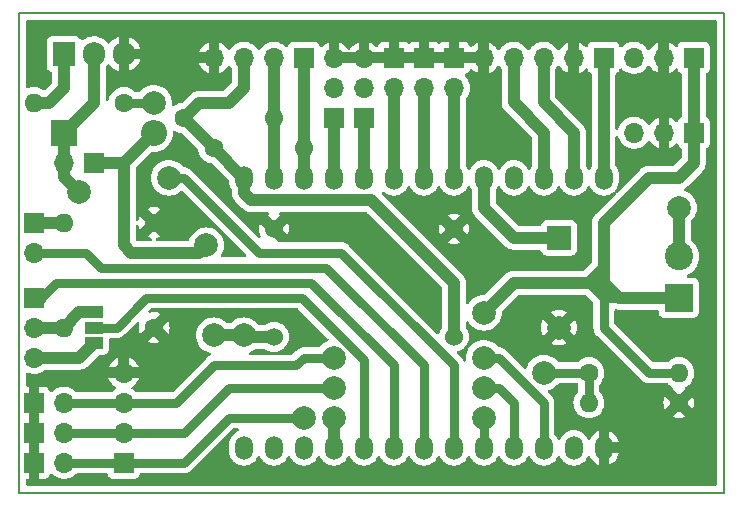
<source format=gbr>
%TF.GenerationSoftware,KiCad,Pcbnew,(6.0.8)*%
%TF.CreationDate,2023-06-19T19:37:07-04:00*%
%TF.ProjectId,G4_Controller_Board,47345f43-6f6e-4747-926f-6c6c65725f42,1.0*%
%TF.SameCoordinates,Original*%
%TF.FileFunction,Copper,L2,Bot*%
%TF.FilePolarity,Positive*%
%FSLAX46Y46*%
G04 Gerber Fmt 4.6, Leading zero omitted, Abs format (unit mm)*
G04 Created by KiCad (PCBNEW (6.0.8)) date 2023-06-19 19:37:07*
%MOMM*%
%LPD*%
G01*
G04 APERTURE LIST*
%TA.AperFunction,NonConductor*%
%ADD10C,0.200000*%
%TD*%
%TA.AperFunction,ComponentPad*%
%ADD11O,1.700000X1.700000*%
%TD*%
%TA.AperFunction,ComponentPad*%
%ADD12R,1.700000X1.700000*%
%TD*%
%TA.AperFunction,ComponentPad*%
%ADD13R,2.400000X2.400000*%
%TD*%
%TA.AperFunction,ComponentPad*%
%ADD14C,2.400000*%
%TD*%
%TA.AperFunction,ComponentPad*%
%ADD15O,1.500000X2.000000*%
%TD*%
%TA.AperFunction,ComponentPad*%
%ADD16C,1.600000*%
%TD*%
%TA.AperFunction,ComponentPad*%
%ADD17O,1.600000X1.600000*%
%TD*%
%TA.AperFunction,SMDPad,CuDef*%
%ADD18R,1.500000X1.000000*%
%TD*%
%TA.AperFunction,ComponentPad*%
%ADD19R,2.200000X2.200000*%
%TD*%
%TA.AperFunction,ComponentPad*%
%ADD20O,2.200000X2.200000*%
%TD*%
%TA.AperFunction,ComponentPad*%
%ADD21R,1.905000X2.000000*%
%TD*%
%TA.AperFunction,ComponentPad*%
%ADD22O,1.905000X2.000000*%
%TD*%
%TA.AperFunction,ComponentPad*%
%ADD23C,1.524000*%
%TD*%
%TA.AperFunction,ComponentPad*%
%ADD24R,2.000000X2.000000*%
%TD*%
%TA.AperFunction,ComponentPad*%
%ADD25C,2.000000*%
%TD*%
%TA.AperFunction,ViaPad*%
%ADD26C,2.000000*%
%TD*%
%TA.AperFunction,Conductor*%
%ADD27C,1.000000*%
%TD*%
%TA.AperFunction,Conductor*%
%ADD28C,0.750000*%
%TD*%
G04 APERTURE END LIST*
D10*
X162560000Y-62230000D02*
X102870000Y-62230000D01*
X102870000Y-62230000D02*
X102870000Y-102870000D01*
X102870000Y-102870000D02*
X162560000Y-102870000D01*
X162560000Y-102870000D02*
X162560000Y-62230000D01*
D11*
%TO.P,J10,3,Pin_3*%
%TO.N,unconnected-(J10-Pad3)*%
X154925000Y-66040000D03*
%TO.P,J10,2,Pin_2*%
%TO.N,GND*%
X157465000Y-66040000D03*
D12*
%TO.P,J10,1,Pin_1*%
%TO.N,+12V*%
X160005000Y-66040000D03*
%TD*%
D13*
%TO.P,J2,1,Pin_1*%
%TO.N,+12V*%
X158750000Y-86360000D03*
D14*
%TO.P,J2,2,Pin_2*%
%TO.N,Net-(D1-Pad1)*%
X158750000Y-82860000D03*
%TD*%
D15*
%TO.P,U2,5,VP*%
%TO.N,unconnected-(U2-Pad5)*%
X121920000Y-99060000D03*
%TO.P,U2,8,VN*%
%TO.N,unconnected-(U2-Pad8)*%
X124460000Y-99060000D03*
%TO.P,U2,9,EN*%
%TO.N,unconnected-(U2-Pad9)*%
X127000000Y-99060000D03*
%TO.P,U2,10,D34*%
%TO.N,/Battery Reader*%
X129540000Y-99060000D03*
%TO.P,U2,11,D35*%
%TO.N,/IR Reciever*%
X132080000Y-99060000D03*
%TO.P,U2,12,D32*%
%TO.N,/IR Rec. Supply*%
X134620000Y-99060000D03*
%TO.P,U2,13,D33*%
%TO.N,/IR Emitter*%
X137160000Y-99060000D03*
%TO.P,U2,14,D25*%
%TO.N,/PUSHER PIN*%
X139700000Y-99060000D03*
%TO.P,U2,15,D26*%
%TO.N,/Preset C*%
X142240000Y-99060000D03*
%TO.P,U2,16,D27*%
%TO.N,/Preset B*%
X144780000Y-99060000D03*
%TO.P,U2,17,D14*%
%TO.N,/Preset A*%
X147320000Y-99060000D03*
%TO.P,U2,18,D12*%
%TO.N,unconnected-(U2-Pad18)*%
X149860000Y-99060000D03*
%TO.P,U2,19,GND*%
%TO.N,GND*%
X152400000Y-99060000D03*
%TO.P,U2,20,D13*%
%TO.N,/Encoder Switch*%
X152400000Y-76200000D03*
%TO.P,U2,21,D15*%
%TO.N,/Encoder B*%
X149860000Y-76200000D03*
%TO.P,U2,22,D2*%
%TO.N,/Encoder A*%
X147320000Y-76200000D03*
%TO.P,U2,23,D0*%
%TO.N,unconnected-(U2-Pad23)*%
X144780000Y-76200000D03*
%TO.P,U2,24,D4*%
%TO.N,/Buzzer*%
X142240000Y-76200000D03*
%TO.P,U2,25,RX2*%
%TO.N,/RevTrg*%
X139700000Y-76200000D03*
%TO.P,U2,27,TX2*%
%TO.N,/MagTrg*%
X137160000Y-76200000D03*
%TO.P,U2,34,D5*%
%TO.N,/FireTrg*%
X134620000Y-76200000D03*
%TO.P,U2,35,D18*%
%TO.N,/ESC Left*%
X132080000Y-76200000D03*
%TO.P,U2,36,D23*%
%TO.N,/ESC Right*%
X129540000Y-76200000D03*
%TO.P,U2,38,D19*%
%TO.N,/SDA{slash}SDI (Data)*%
X127000000Y-76200000D03*
%TO.P,U2,39,D22*%
%TO.N,/SCL{slash}SCK (Clock)*%
X124460000Y-76200000D03*
%TO.P,U2,40,3V3*%
%TO.N,+3V3*%
X121920000Y-76200000D03*
%TD*%
D12*
%TO.P,J12,1,Pin_1*%
%TO.N,+12V*%
X160020000Y-72390000D03*
D11*
%TO.P,J12,2,Pin_2*%
%TO.N,GND*%
X157480000Y-72390000D03*
%TO.P,J12,3,Pin_3*%
%TO.N,unconnected-(J12-Pad3)*%
X154940000Y-72390000D03*
%TD*%
D16*
%TO.P,R3,1*%
%TO.N,GND*%
X158750000Y-95250000D03*
D17*
%TO.P,R3,2*%
%TO.N,/Battery Reader*%
X151130000Y-95250000D03*
%TD*%
%TO.P,R2,2*%
%TO.N,+12V*%
X158750000Y-92710000D03*
D16*
%TO.P,R2,1*%
%TO.N,/Battery Reader*%
X151130000Y-92710000D03*
%TD*%
D18*
%TO.P,JP1,1,A*%
%TO.N,Net-(J25-Pad2)*%
X109235000Y-87585000D03*
%TO.P,JP1,2,C*%
%TO.N,/IR Reciever*%
X109235000Y-88885000D03*
%TO.P,JP1,3,B*%
%TO.N,Net-(J25-Pad3)*%
X109235000Y-90185000D03*
%TD*%
D12*
%TO.P,J21,1,Pin_1*%
%TO.N,/ESC Right*%
X129550000Y-71105000D03*
D11*
%TO.P,J21,2,Pin_2*%
%TO.N,unconnected-(J21-Pad2)*%
X129550000Y-68565000D03*
%TO.P,J21,3,Pin_3*%
%TO.N,GND*%
X129550000Y-66025000D03*
%TD*%
D12*
%TO.P,J19,1,Pin_1*%
%TO.N,/Encoder Switch*%
X152370000Y-66040000D03*
D11*
%TO.P,J19,2,Pin_2*%
%TO.N,GND*%
X149830000Y-66040000D03*
%TO.P,J19,3,Pin_3*%
%TO.N,/Encoder B*%
X147290000Y-66040000D03*
%TO.P,J19,4,Pin_4*%
%TO.N,/Encoder A*%
X144750000Y-66040000D03*
%TO.P,J19,5,Pin_5*%
%TO.N,GND*%
X142210000Y-66040000D03*
%TD*%
D12*
%TO.P,J18,1,Pin_1*%
%TO.N,GND*%
X137160000Y-66040000D03*
D11*
%TO.P,J18,2,Pin_2*%
%TO.N,/MagTrg*%
X137160000Y-68580000D03*
%TD*%
D16*
%TO.P,R5,1*%
%TO.N,+3V3*%
X119370000Y-73685000D03*
D17*
%TO.P,R5,2*%
%TO.N,/SDA{slash}SDI (Data)*%
X126990000Y-73685000D03*
%TD*%
D19*
%TO.P,D1,1,K*%
%TO.N,Net-(D1-Pad1)*%
X106680000Y-72390000D03*
D20*
%TO.P,D1,2,A*%
%TO.N,+12V*%
X114300000Y-72390000D03*
%TD*%
D12*
%TO.P,J26,1,Pin_1*%
%TO.N,Net-(J26-Pad1)*%
X104155000Y-80010000D03*
D11*
%TO.P,J26,2,Pin_2*%
%TO.N,/IR Emitter*%
X104155000Y-82550000D03*
%TD*%
D12*
%TO.P,J11,1,Pin_1*%
%TO.N,GND*%
X104140000Y-95250000D03*
D11*
%TO.P,J11,2,Pin_2*%
%TO.N,/Preset A*%
X106680000Y-95250000D03*
%TD*%
D12*
%TO.P,J17,1,Pin_1*%
%TO.N,GND*%
X134620000Y-66040000D03*
D11*
%TO.P,J17,2,Pin_2*%
%TO.N,/FireTrg*%
X134620000Y-68580000D03*
%TD*%
D16*
%TO.P,R6,1*%
%TO.N,GND*%
X114315000Y-88885000D03*
D17*
%TO.P,R6,2*%
%TO.N,Net-(J25-Pad2)*%
X106695000Y-88885000D03*
%TD*%
D21*
%TO.P,Q1,1,G*%
%TO.N,Net-(Q1-Pad1)*%
X106680000Y-65715000D03*
D22*
%TO.P,Q1,2,D*%
%TO.N,Net-(D1-Pad1)*%
X109220000Y-65715000D03*
%TO.P,Q1,3,S*%
%TO.N,GND*%
X111760000Y-65715000D03*
%TD*%
D12*
%TO.P,J16,1,Pin_1*%
%TO.N,GND*%
X139700000Y-66040000D03*
D11*
%TO.P,J16,2,Pin_2*%
%TO.N,/RevTrg*%
X139700000Y-68580000D03*
%TD*%
D23*
%TO.P,U1,1,GND*%
%TO.N,GND*%
X124460000Y-80518000D03*
%TO.P,U1,2,IN*%
%TO.N,+12V*%
X124460000Y-89662000D03*
%TO.P,U1,3,GND*%
%TO.N,GND*%
X139700000Y-80518000D03*
%TO.P,U1,4,OUT*%
%TO.N,+3V3*%
X139700000Y-89662000D03*
%TD*%
D16*
%TO.P,R4,1*%
%TO.N,+3V3*%
X116830000Y-71145000D03*
D17*
%TO.P,R4,2*%
%TO.N,/SCL{slash}SCK (Clock)*%
X124450000Y-71145000D03*
%TD*%
D12*
%TO.P,J6,1,Pin_1*%
%TO.N,+12V*%
X109220000Y-74930000D03*
D11*
%TO.P,J6,2,Pin_2*%
%TO.N,Net-(D1-Pad1)*%
X106680000Y-74930000D03*
%TD*%
D16*
%TO.P,R1,1*%
%TO.N,/PUSHER PIN*%
X111760000Y-69850000D03*
D17*
%TO.P,R1,2*%
%TO.N,Net-(Q1-Pad1)*%
X104140000Y-69850000D03*
%TD*%
D12*
%TO.P,J13,1,Pin_1*%
%TO.N,GND*%
X104140000Y-97790000D03*
D11*
%TO.P,J13,2,Pin_2*%
%TO.N,/Preset B*%
X106680000Y-97790000D03*
%TD*%
D12*
%TO.P,J22,1,Pin_1*%
%TO.N,/ESC Left*%
X132080000Y-71105000D03*
D11*
%TO.P,J22,2,Pin_2*%
%TO.N,unconnected-(J22-Pad2)*%
X132080000Y-68565000D03*
%TO.P,J22,3,Pin_3*%
%TO.N,GND*%
X132080000Y-66025000D03*
%TD*%
D12*
%TO.P,J25,1,Pin_1*%
%TO.N,/IR Rec. Supply*%
X104155000Y-86360000D03*
D11*
%TO.P,J25,2,Pin_2*%
%TO.N,Net-(J25-Pad2)*%
X104155000Y-88900000D03*
%TO.P,J25,3,Pin_3*%
%TO.N,Net-(J25-Pad3)*%
X104155000Y-91440000D03*
%TD*%
D12*
%TO.P,J14,1,Pin_1*%
%TO.N,GND*%
X104140000Y-100330000D03*
D11*
%TO.P,J14,2,Pin_2*%
%TO.N,/Preset C*%
X106680000Y-100330000D03*
%TD*%
D12*
%TO.P,J20,1,Pin_1*%
%TO.N,/SDA{slash}SDI (Data)*%
X127000000Y-66040000D03*
D11*
%TO.P,J20,2,Pin_2*%
%TO.N,/SCL{slash}SCK (Clock)*%
X124460000Y-66040000D03*
%TO.P,J20,3,Pin_3*%
%TO.N,+3V3*%
X121920000Y-66040000D03*
%TO.P,J20,4,Pin_4*%
%TO.N,GND*%
X119380000Y-66040000D03*
%TD*%
D12*
%TO.P,J15,1,Pin_1*%
%TO.N,/Preset C*%
X111735000Y-100330000D03*
D11*
%TO.P,J15,2,Pin_2*%
%TO.N,/Preset B*%
X111735000Y-97790000D03*
%TO.P,J15,3,Pin_3*%
%TO.N,/Preset A*%
X111735000Y-95250000D03*
%TO.P,J15,4,Pin_4*%
%TO.N,GND*%
X111735000Y-92710000D03*
%TD*%
D16*
%TO.P,R7,1*%
%TO.N,GND*%
X114300000Y-80010000D03*
D17*
%TO.P,R7,2*%
%TO.N,Net-(J26-Pad1)*%
X106680000Y-80010000D03*
%TD*%
D24*
%TO.P,BZ1,1,-*%
%TO.N,/Buzzer*%
X148590000Y-81280000D03*
D25*
%TO.P,BZ1,2,+*%
%TO.N,GND*%
X148590000Y-88880000D03*
%TD*%
D26*
%TO.N,Net-(D1-Pad1)*%
X107983960Y-77436040D03*
X158750000Y-78740000D03*
%TO.N,/Battery Reader*%
X147320000Y-92710000D03*
X129540000Y-96520000D03*
%TO.N,GND*%
X116205000Y-90775000D03*
X116840000Y-80010000D03*
%TO.N,/Preset A*%
X129537910Y-91442090D03*
X142240000Y-91440000D03*
%TO.N,/Preset B*%
X129540000Y-93980000D03*
X142240000Y-93980000D03*
%TO.N,/Preset C*%
X127000000Y-96520000D03*
X142240000Y-96520000D03*
%TO.N,/PUSHER PIN*%
X115570000Y-76200000D03*
X114300000Y-69850000D03*
%TO.N,+12V*%
X119380000Y-89535000D03*
X121920000Y-89535000D03*
X118745000Y-81915000D03*
X142240000Y-87630000D03*
%TD*%
D27*
%TO.N,+12V*%
X158750000Y-76200000D02*
X156210000Y-76200000D01*
X160005000Y-74945000D02*
X158750000Y-76200000D01*
X156210000Y-76200000D02*
X152400000Y-80010000D01*
X160005000Y-66040000D02*
X160005000Y-74945000D01*
X152400000Y-80010000D02*
X152400000Y-83820000D01*
%TO.N,Net-(D1-Pad1)*%
X106680000Y-76132080D02*
X106680000Y-74930000D01*
X107983960Y-77436040D02*
X106680000Y-76132080D01*
D28*
%TO.N,+12V*%
X152400000Y-86360000D02*
X151130000Y-85090000D01*
D27*
X151130000Y-85090000D02*
X152400000Y-83820000D01*
X152400000Y-83820000D02*
X152400000Y-85090000D01*
X151130000Y-85090000D02*
X144780000Y-85090000D01*
X152400000Y-85090000D02*
X151130000Y-85090000D01*
%TO.N,/Encoder Switch*%
X152370000Y-76170000D02*
X152400000Y-76200000D01*
X152370000Y-66040000D02*
X152370000Y-76170000D01*
%TO.N,/Encoder B*%
X149860000Y-72390000D02*
X149860000Y-76200000D01*
X147290000Y-69820000D02*
X149860000Y-72390000D01*
X147290000Y-66040000D02*
X147290000Y-69820000D01*
%TO.N,/Encoder A*%
X147320000Y-72390000D02*
X144750000Y-69820000D01*
X147320000Y-76200000D02*
X147320000Y-72390000D01*
X144750000Y-69820000D02*
X144750000Y-66040000D01*
%TO.N,/RevTrg*%
X139700000Y-68580000D02*
X139700000Y-76200000D01*
D28*
%TO.N,+12V*%
X152400000Y-86360000D02*
X153670000Y-86360000D01*
X152400000Y-86360000D02*
X152400000Y-85090000D01*
X152400000Y-88900000D02*
X152400000Y-86360000D01*
D27*
X153670000Y-86360000D02*
X152400000Y-85090000D01*
X158750000Y-86360000D02*
X153670000Y-86360000D01*
%TO.N,Net-(D1-Pad1)*%
X158750000Y-82860000D02*
X158750000Y-78740000D01*
D28*
%TO.N,+12V*%
X156210000Y-92710000D02*
X152400000Y-88900000D01*
X158750000Y-92710000D02*
X156210000Y-92710000D01*
%TO.N,/Battery Reader*%
X151130000Y-92710000D02*
X147320000Y-92710000D01*
X151130000Y-95250000D02*
X151130000Y-92710000D01*
D27*
X129540000Y-99060000D02*
X129540000Y-96520000D01*
D28*
%TO.N,/Preset C*%
X120650000Y-96520000D02*
X127000000Y-96520000D01*
X116850000Y-100320000D02*
X120650000Y-96520000D01*
X106630000Y-100320000D02*
X116850000Y-100320000D01*
D27*
%TO.N,+3V3*%
X121920000Y-68580000D02*
X121920000Y-66040000D01*
X120642500Y-69857500D02*
X121920000Y-68580000D01*
X118117500Y-69857500D02*
X120642500Y-69857500D01*
X118117500Y-69857500D02*
X116830000Y-71145000D01*
X118100000Y-69875000D02*
X118117500Y-69857500D01*
%TO.N,/SCL{slash}SCK (Clock)*%
X124450000Y-66050000D02*
X124460000Y-66040000D01*
X124450000Y-71145000D02*
X124450000Y-66050000D01*
%TO.N,/SDA{slash}SDI (Data)*%
X126990000Y-66050000D02*
X127000000Y-66040000D01*
X126990000Y-73685000D02*
X126990000Y-66050000D01*
%TO.N,/MagTrg*%
X137160000Y-76200000D02*
X137160000Y-68580000D01*
%TO.N,/FireTrg*%
X134620000Y-68580000D02*
X134620000Y-76200000D01*
%TO.N,/ESC Left*%
X132080000Y-76200000D02*
X132080000Y-71105000D01*
%TO.N,/ESC Right*%
X129540000Y-71115000D02*
X129550000Y-71105000D01*
X129540000Y-76200000D02*
X129540000Y-71115000D01*
%TO.N,+12V*%
X144780000Y-85090000D02*
X142240000Y-87630000D01*
%TO.N,/Buzzer*%
X142240000Y-78740000D02*
X142240000Y-76200000D01*
X144780000Y-81280000D02*
X142240000Y-78740000D01*
X148590000Y-81280000D02*
X144780000Y-81280000D01*
%TO.N,GND*%
X114300000Y-80010000D02*
X116840000Y-80010000D01*
X114315000Y-88885000D02*
X116205000Y-90775000D01*
%TO.N,Net-(D1-Pad1)*%
X109220000Y-69850000D02*
X109220000Y-65715000D01*
X106680000Y-72390000D02*
X106680000Y-74930000D01*
X106680000Y-72390000D02*
X109220000Y-69850000D01*
D28*
%TO.N,/Preset A*%
X110465000Y-95240000D02*
X116215000Y-95240000D01*
X119380000Y-92075000D02*
X126365000Y-92075000D01*
X147320000Y-95250000D02*
X143510000Y-91440000D01*
X147320000Y-99060000D02*
X147320000Y-95250000D01*
X129535820Y-91440000D02*
X129537910Y-91442090D01*
X126365000Y-92075000D02*
X127000000Y-91440000D01*
X106630000Y-95240000D02*
X110465000Y-95240000D01*
X143510000Y-91440000D02*
X142240000Y-91440000D01*
X127000000Y-91440000D02*
X129535820Y-91440000D01*
X116215000Y-95240000D02*
X119380000Y-92075000D01*
%TO.N,/Preset B*%
X144780000Y-99060000D02*
X144780000Y-95250000D01*
X116850000Y-97780000D02*
X120650000Y-93980000D01*
X120650000Y-93980000D02*
X129540000Y-93980000D01*
X144780000Y-95250000D02*
X143510000Y-93980000D01*
X110465000Y-97780000D02*
X116850000Y-97780000D01*
X106630000Y-97780000D02*
X110465000Y-97780000D01*
X143510000Y-93980000D02*
X142240000Y-93980000D01*
%TO.N,/Preset C*%
X142240000Y-99060000D02*
X142240000Y-96520000D01*
D27*
%TO.N,/FireTrg*%
X134610000Y-76190000D02*
X134620000Y-76200000D01*
%TO.N,/Encoder B*%
X149850000Y-76190000D02*
X149860000Y-76200000D01*
%TO.N,/SDA{slash}SDI (Data)*%
X127000000Y-76200000D02*
X127000000Y-73695000D01*
X127000000Y-73695000D02*
X126990000Y-73685000D01*
%TO.N,/SCL{slash}SCK (Clock)*%
X124460000Y-76200000D02*
X124460000Y-71155000D01*
X124460000Y-71155000D02*
X124450000Y-71145000D01*
%TO.N,+3V3*%
X122555000Y-78105000D02*
X121920000Y-77470000D01*
X119370000Y-73685000D02*
X118092500Y-72407500D01*
X139700000Y-89662000D02*
X139700000Y-85090000D01*
X139700000Y-85090000D02*
X132715000Y-78105000D01*
X118092500Y-72407500D02*
X118100000Y-72400000D01*
X132715000Y-78105000D02*
X122555000Y-78105000D01*
X121920000Y-76200000D02*
X121885000Y-76200000D01*
X121885000Y-76200000D02*
X119370000Y-73685000D01*
X118092500Y-72407500D02*
X116830000Y-71145000D01*
X121920000Y-77470000D02*
X121920000Y-76200000D01*
D28*
%TO.N,/IR Emitter*%
X109855000Y-83820000D02*
X108585000Y-82550000D01*
X108585000Y-82550000D02*
X104155000Y-82550000D01*
X137160000Y-92075000D02*
X137160000Y-99060000D01*
X128905000Y-83820000D02*
X109855000Y-83820000D01*
X128905000Y-83820000D02*
X137160000Y-92075000D01*
D27*
%TO.N,Net-(Q1-Pad1)*%
X105410000Y-69850000D02*
X104140000Y-69850000D01*
X106680000Y-65715000D02*
X106680000Y-68580000D01*
X106680000Y-68580000D02*
X105410000Y-69850000D01*
D28*
%TO.N,/PUSHER PIN*%
X123190000Y-82550000D02*
X130175000Y-82550000D01*
X116840000Y-76200000D02*
X115570000Y-76200000D01*
X114300000Y-69850000D02*
X114625000Y-69850000D01*
X139700000Y-92075000D02*
X139700000Y-99060000D01*
X130175000Y-82550000D02*
X139700000Y-92075000D01*
X120015000Y-79375000D02*
X116840000Y-76200000D01*
X120015000Y-79375000D02*
X123190000Y-82550000D01*
X111760000Y-69850000D02*
X114300000Y-69850000D01*
D27*
%TO.N,+12V*%
X111760000Y-74930000D02*
X113192500Y-73497500D01*
X122047000Y-89662000D02*
X121920000Y-89535000D01*
X121920000Y-89535000D02*
X119380000Y-89535000D01*
X124460000Y-89662000D02*
X122047000Y-89662000D01*
X111760000Y-81915000D02*
X111760000Y-74930000D01*
X109220000Y-74930000D02*
X111760000Y-74930000D01*
X118745000Y-81915000D02*
X118110000Y-82550000D01*
X118110000Y-82550000D02*
X112395000Y-82550000D01*
X112395000Y-82550000D02*
X111760000Y-81915000D01*
X113192500Y-73497500D02*
X114300000Y-72390000D01*
D28*
%TO.N,/IR Reciever*%
X111140000Y-88885000D02*
X113665000Y-86360000D01*
X109235000Y-88885000D02*
X111140000Y-88885000D01*
X113665000Y-86360000D02*
X126841250Y-86360000D01*
X126841250Y-86360000D02*
X132080000Y-91598750D01*
X132080000Y-91598750D02*
X132080000Y-99060000D01*
%TO.N,/IR Rec. Supply*%
X106045000Y-85090000D02*
X104775000Y-86360000D01*
D27*
X104775000Y-86360000D02*
X104155000Y-86360000D01*
D28*
X134620000Y-92075000D02*
X127635000Y-85090000D01*
X134620000Y-99060000D02*
X134620000Y-92075000D01*
X127635000Y-85090000D02*
X106045000Y-85090000D01*
D27*
%TO.N,Net-(J25-Pad2)*%
X107995000Y-87585000D02*
X109235000Y-87585000D01*
X104155000Y-88900000D02*
X106680000Y-88900000D01*
X106695000Y-88885000D02*
X107995000Y-87585000D01*
X106680000Y-88900000D02*
X106695000Y-88885000D01*
%TO.N,Net-(J25-Pad3)*%
X107980000Y-91440000D02*
X104155000Y-91440000D01*
X107980000Y-91440000D02*
X109235000Y-90185000D01*
%TO.N,Net-(J26-Pad1)*%
X104155000Y-80010000D02*
X106680000Y-80010000D01*
%TD*%
%TA.AperFunction,Conductor*%
%TO.N,GND*%
G36*
X161893621Y-62858502D02*
G01*
X161940114Y-62912158D01*
X161951500Y-62964500D01*
X161951500Y-102135500D01*
X161931498Y-102203621D01*
X161877842Y-102250114D01*
X161825500Y-102261500D01*
X103604500Y-102261500D01*
X103536379Y-102241498D01*
X103489886Y-102187842D01*
X103478500Y-102135500D01*
X103478500Y-101814000D01*
X103498502Y-101745879D01*
X103552158Y-101699386D01*
X103604500Y-101688000D01*
X103671885Y-101688000D01*
X103687124Y-101683525D01*
X103688329Y-101682135D01*
X103690000Y-101674452D01*
X103690000Y-93910116D01*
X103685525Y-93894877D01*
X103684135Y-93893672D01*
X103676452Y-93892001D01*
X103604500Y-93892001D01*
X103536379Y-93871999D01*
X103489886Y-93818343D01*
X103478500Y-93766001D01*
X103478500Y-92818914D01*
X103498502Y-92750793D01*
X103552158Y-92704300D01*
X103622432Y-92694196D01*
X103649447Y-92701204D01*
X103774692Y-92749030D01*
X103779760Y-92750061D01*
X103779763Y-92750062D01*
X103887017Y-92771883D01*
X103993597Y-92793567D01*
X103998772Y-92793757D01*
X103998774Y-92793757D01*
X104211673Y-92801564D01*
X104211677Y-92801564D01*
X104216837Y-92801753D01*
X104221957Y-92801097D01*
X104221959Y-92801097D01*
X104433288Y-92774025D01*
X104433289Y-92774025D01*
X104438416Y-92773368D01*
X104513662Y-92750793D01*
X104647429Y-92710661D01*
X104647434Y-92710659D01*
X104652384Y-92709174D01*
X104852994Y-92610896D01*
X105034860Y-92481173D01*
X105037886Y-92478157D01*
X105102588Y-92449570D01*
X105118976Y-92448500D01*
X107918157Y-92448500D01*
X107931764Y-92449237D01*
X107963262Y-92452659D01*
X107963267Y-92452659D01*
X107969388Y-92453324D01*
X107995638Y-92451027D01*
X108019388Y-92448950D01*
X108024214Y-92448621D01*
X108026686Y-92448500D01*
X108029769Y-92448500D01*
X108041738Y-92447326D01*
X108072506Y-92444310D01*
X108073819Y-92444188D01*
X108118084Y-92440315D01*
X108166413Y-92436087D01*
X108171532Y-92434600D01*
X108176833Y-92434080D01*
X108265834Y-92407209D01*
X108266967Y-92406874D01*
X108350414Y-92382630D01*
X108350418Y-92382628D01*
X108356336Y-92380909D01*
X108361068Y-92378456D01*
X108366169Y-92376916D01*
X108383561Y-92367669D01*
X108448260Y-92333269D01*
X108449426Y-92332657D01*
X108526453Y-92292729D01*
X108531926Y-92289892D01*
X108536089Y-92286569D01*
X108540796Y-92284066D01*
X108591155Y-92242994D01*
X110455316Y-92242994D01*
X110455522Y-92256643D01*
X110463176Y-92260000D01*
X111266885Y-92260000D01*
X111282124Y-92255525D01*
X111283329Y-92254135D01*
X111285000Y-92246452D01*
X111285000Y-92241885D01*
X112185000Y-92241885D01*
X112189475Y-92257124D01*
X112190865Y-92258329D01*
X112198548Y-92260000D01*
X113002117Y-92260000D01*
X113015648Y-92256027D01*
X113016358Y-92251090D01*
X112937972Y-92070814D01*
X112933105Y-92061739D01*
X112817426Y-91882926D01*
X112811136Y-91874757D01*
X112667806Y-91717240D01*
X112660273Y-91710215D01*
X112493139Y-91578222D01*
X112484552Y-91572517D01*
X112298114Y-91469597D01*
X112288705Y-91465369D01*
X112202076Y-91434692D01*
X112187996Y-91433920D01*
X112185000Y-91439632D01*
X112185000Y-92241885D01*
X111285000Y-92241885D01*
X111285000Y-91446424D01*
X111281027Y-91432893D01*
X111274045Y-91431889D01*
X111211873Y-91452210D01*
X111202356Y-91456211D01*
X111013463Y-91554542D01*
X111004738Y-91560036D01*
X110834433Y-91687905D01*
X110826726Y-91694748D01*
X110679590Y-91848717D01*
X110673104Y-91856727D01*
X110553098Y-92032649D01*
X110548000Y-92041623D01*
X110458333Y-92234794D01*
X110455316Y-92242994D01*
X108591155Y-92242994D01*
X108612918Y-92225245D01*
X108613774Y-92224554D01*
X108652973Y-92193262D01*
X108655477Y-92190758D01*
X108656195Y-92190116D01*
X108660528Y-92186415D01*
X108694062Y-92159065D01*
X108723291Y-92123733D01*
X108731272Y-92114963D01*
X109169524Y-91676711D01*
X109615829Y-91230405D01*
X109678142Y-91196380D01*
X109704925Y-91193500D01*
X110033134Y-91193500D01*
X110095316Y-91186745D01*
X110231705Y-91135615D01*
X110348261Y-91048261D01*
X110435615Y-90931705D01*
X110486745Y-90795316D01*
X110493500Y-90733134D01*
X110493500Y-90071205D01*
X113770811Y-90071205D01*
X113774553Y-90076204D01*
X113860947Y-90116490D01*
X113871239Y-90120236D01*
X114081688Y-90176625D01*
X114092481Y-90178528D01*
X114309525Y-90197517D01*
X114320475Y-90197517D01*
X114537519Y-90178528D01*
X114548312Y-90176625D01*
X114758761Y-90120236D01*
X114769053Y-90116490D01*
X114848823Y-90079293D01*
X114859406Y-90069975D01*
X114857598Y-90063994D01*
X114327812Y-89534208D01*
X114313868Y-89526594D01*
X114312035Y-89526725D01*
X114305420Y-89530976D01*
X113777571Y-90058825D01*
X113770811Y-90071205D01*
X110493500Y-90071205D01*
X110493500Y-89894500D01*
X110513502Y-89826379D01*
X110567158Y-89779886D01*
X110619500Y-89768500D01*
X111060543Y-89768500D01*
X111080255Y-89770051D01*
X111093507Y-89772150D01*
X111100094Y-89771805D01*
X111100098Y-89771805D01*
X111159850Y-89768673D01*
X111166445Y-89768500D01*
X111186306Y-89768500D01*
X111206069Y-89766423D01*
X111212628Y-89765907D01*
X111228427Y-89765079D01*
X111272377Y-89762776D01*
X111272381Y-89762775D01*
X111278971Y-89762430D01*
X111291929Y-89758958D01*
X111311372Y-89755355D01*
X111311795Y-89755311D01*
X111324702Y-89753954D01*
X111387894Y-89733422D01*
X111394196Y-89731556D01*
X111451985Y-89716071D01*
X111458363Y-89714362D01*
X111464242Y-89711366D01*
X111464251Y-89711363D01*
X111470317Y-89708272D01*
X111488579Y-89700708D01*
X111495043Y-89698608D01*
X111495051Y-89698605D01*
X111501331Y-89696564D01*
X111507050Y-89693262D01*
X111507055Y-89693260D01*
X111558867Y-89663346D01*
X111564637Y-89660213D01*
X111623839Y-89630047D01*
X111634259Y-89621609D01*
X111650552Y-89610411D01*
X111650903Y-89610209D01*
X111662169Y-89603704D01*
X111667075Y-89599287D01*
X111667080Y-89599283D01*
X111711538Y-89559253D01*
X111716554Y-89554969D01*
X111729409Y-89544559D01*
X111729412Y-89544556D01*
X111731986Y-89542472D01*
X111746031Y-89528427D01*
X111750816Y-89523886D01*
X111795274Y-89483856D01*
X111795275Y-89483855D01*
X111800185Y-89479434D01*
X111808075Y-89468574D01*
X111820912Y-89453546D01*
X112837498Y-88436960D01*
X112899810Y-88402934D01*
X112970625Y-88407999D01*
X113027461Y-88450546D01*
X113052272Y-88517066D01*
X113048300Y-88558666D01*
X113023375Y-88651688D01*
X113021472Y-88662481D01*
X113002483Y-88879525D01*
X113002483Y-88890475D01*
X113021472Y-89107519D01*
X113023375Y-89118312D01*
X113079764Y-89328761D01*
X113083510Y-89339053D01*
X113120707Y-89418823D01*
X113130025Y-89429406D01*
X113136006Y-89427598D01*
X113677472Y-88886132D01*
X114956594Y-88886132D01*
X114956725Y-88887965D01*
X114960976Y-88894580D01*
X115488825Y-89422429D01*
X115501205Y-89429189D01*
X115506204Y-89425447D01*
X115546490Y-89339053D01*
X115550236Y-89328761D01*
X115606625Y-89118312D01*
X115608528Y-89107519D01*
X115627517Y-88890475D01*
X115627517Y-88879525D01*
X115608528Y-88662481D01*
X115606625Y-88651688D01*
X115550236Y-88441239D01*
X115546490Y-88430947D01*
X115509293Y-88351177D01*
X115499975Y-88340594D01*
X115493994Y-88342402D01*
X114964208Y-88872188D01*
X114956594Y-88886132D01*
X113677472Y-88886132D01*
X114852429Y-87711175D01*
X114859189Y-87698795D01*
X114855447Y-87693796D01*
X114769053Y-87653510D01*
X114758761Y-87649764D01*
X114548312Y-87593375D01*
X114537519Y-87591472D01*
X114320475Y-87572483D01*
X114309525Y-87572483D01*
X114092481Y-87591472D01*
X114081688Y-87593375D01*
X113988666Y-87618300D01*
X113917690Y-87616610D01*
X113858894Y-87576816D01*
X113830946Y-87511552D01*
X113842719Y-87441538D01*
X113866960Y-87407498D01*
X113994053Y-87280405D01*
X114056365Y-87246379D01*
X114083148Y-87243500D01*
X126423102Y-87243500D01*
X126491223Y-87263502D01*
X126512197Y-87280405D01*
X129053267Y-89821475D01*
X129087293Y-89883787D01*
X129082228Y-89954602D01*
X129039681Y-90011438D01*
X129012393Y-90026977D01*
X128946746Y-90054169D01*
X128855521Y-90091955D01*
X128855517Y-90091957D01*
X128850947Y-90093850D01*
X128846727Y-90096436D01*
X128652708Y-90215331D01*
X128652702Y-90215335D01*
X128648494Y-90217914D01*
X128467941Y-90372121D01*
X128464733Y-90375877D01*
X128348190Y-90512331D01*
X128288739Y-90551140D01*
X128252379Y-90556500D01*
X127079457Y-90556500D01*
X127059745Y-90554949D01*
X127053008Y-90553882D01*
X127053009Y-90553882D01*
X127046493Y-90552850D01*
X127039906Y-90553195D01*
X127039902Y-90553195D01*
X126980150Y-90556327D01*
X126973555Y-90556500D01*
X126953694Y-90556500D01*
X126933931Y-90558577D01*
X126927372Y-90559093D01*
X126911573Y-90559921D01*
X126867623Y-90562224D01*
X126867619Y-90562225D01*
X126861029Y-90562570D01*
X126848071Y-90566042D01*
X126828628Y-90569645D01*
X126815298Y-90571046D01*
X126752106Y-90591578D01*
X126745804Y-90593444D01*
X126692328Y-90607773D01*
X126681637Y-90610638D01*
X126675758Y-90613634D01*
X126675749Y-90613637D01*
X126669683Y-90616728D01*
X126651421Y-90624292D01*
X126644958Y-90626392D01*
X126644953Y-90626394D01*
X126638669Y-90628436D01*
X126581119Y-90661663D01*
X126575366Y-90664786D01*
X126516161Y-90694952D01*
X126511027Y-90699109D01*
X126511026Y-90699110D01*
X126505737Y-90703393D01*
X126489449Y-90714588D01*
X126477831Y-90721296D01*
X126472925Y-90725713D01*
X126472920Y-90725717D01*
X126428462Y-90765747D01*
X126423447Y-90770031D01*
X126415369Y-90776573D01*
X126408015Y-90782528D01*
X126393979Y-90796564D01*
X126389194Y-90801105D01*
X126339815Y-90845566D01*
X126331930Y-90856419D01*
X126319088Y-90871455D01*
X126035946Y-91154596D01*
X125973634Y-91188621D01*
X125946851Y-91191500D01*
X122496202Y-91191500D01*
X122428081Y-91171498D01*
X122381588Y-91117842D01*
X122371484Y-91047568D01*
X122400978Y-90982988D01*
X122447984Y-90949091D01*
X122602389Y-90885135D01*
X122602393Y-90885133D01*
X122606963Y-90883240D01*
X122626196Y-90871454D01*
X122805202Y-90761759D01*
X122805208Y-90761755D01*
X122809416Y-90759176D01*
X122813171Y-90755969D01*
X122813175Y-90755966D01*
X122857633Y-90717995D01*
X122877896Y-90700689D01*
X122942685Y-90671658D01*
X122959726Y-90670500D01*
X123645510Y-90670500D01*
X123717781Y-90693287D01*
X123807295Y-90755965D01*
X123822323Y-90766488D01*
X123827305Y-90768811D01*
X123827310Y-90768814D01*
X124015181Y-90856419D01*
X124023804Y-90860440D01*
X124029112Y-90861862D01*
X124029114Y-90861863D01*
X124064908Y-90871454D01*
X124238537Y-90917978D01*
X124460000Y-90937353D01*
X124681463Y-90917978D01*
X124855092Y-90871454D01*
X124890886Y-90861863D01*
X124890888Y-90861862D01*
X124896196Y-90860440D01*
X124904819Y-90856419D01*
X125092690Y-90768814D01*
X125092695Y-90768811D01*
X125097677Y-90766488D01*
X125242911Y-90664794D01*
X125275270Y-90642136D01*
X125275273Y-90642134D01*
X125279781Y-90638977D01*
X125436977Y-90481781D01*
X125474513Y-90428175D01*
X125561331Y-90304185D01*
X125561332Y-90304183D01*
X125564488Y-90299676D01*
X125566811Y-90294694D01*
X125566814Y-90294689D01*
X125656117Y-90103178D01*
X125656118Y-90103177D01*
X125658440Y-90098196D01*
X125666288Y-90068909D01*
X125699710Y-89944175D01*
X125715978Y-89883463D01*
X125735353Y-89662000D01*
X125715978Y-89440537D01*
X125658440Y-89225804D01*
X125651996Y-89211985D01*
X125566814Y-89029311D01*
X125566811Y-89029306D01*
X125564488Y-89024324D01*
X125528294Y-88972633D01*
X125440136Y-88846730D01*
X125440134Y-88846727D01*
X125436977Y-88842219D01*
X125279781Y-88685023D01*
X125275273Y-88681866D01*
X125275270Y-88681864D01*
X125116864Y-88570947D01*
X125097677Y-88557512D01*
X125092695Y-88555189D01*
X125092690Y-88555186D01*
X124901178Y-88465883D01*
X124901177Y-88465882D01*
X124896196Y-88463560D01*
X124890888Y-88462138D01*
X124890886Y-88462137D01*
X124825051Y-88444497D01*
X124681463Y-88406022D01*
X124460000Y-88386647D01*
X124238537Y-88406022D01*
X124094949Y-88444497D01*
X124029114Y-88462137D01*
X124029112Y-88462138D01*
X124023804Y-88463560D01*
X124018823Y-88465882D01*
X124018822Y-88465883D01*
X123827311Y-88555186D01*
X123827306Y-88555189D01*
X123822324Y-88557512D01*
X123817817Y-88560668D01*
X123817815Y-88560669D01*
X123717782Y-88630713D01*
X123645511Y-88653500D01*
X123209024Y-88653500D01*
X123140903Y-88633498D01*
X123113213Y-88609331D01*
X122993177Y-88468787D01*
X122989969Y-88465031D01*
X122809416Y-88310824D01*
X122805208Y-88308245D01*
X122805202Y-88308241D01*
X122611183Y-88189346D01*
X122606963Y-88186760D01*
X122602393Y-88184867D01*
X122602389Y-88184865D01*
X122392167Y-88097789D01*
X122392165Y-88097788D01*
X122387594Y-88095895D01*
X122307391Y-88076640D01*
X122161524Y-88041620D01*
X122161518Y-88041619D01*
X122156711Y-88040465D01*
X121920000Y-88021835D01*
X121683289Y-88040465D01*
X121678482Y-88041619D01*
X121678476Y-88041620D01*
X121532609Y-88076640D01*
X121452406Y-88095895D01*
X121447835Y-88097788D01*
X121447833Y-88097789D01*
X121237611Y-88184865D01*
X121237607Y-88184867D01*
X121233037Y-88186760D01*
X121228817Y-88189346D01*
X121034798Y-88308241D01*
X121034792Y-88308245D01*
X121030584Y-88310824D01*
X120850031Y-88465031D01*
X120846823Y-88468787D01*
X120846822Y-88468788D01*
X120835254Y-88482332D01*
X120775803Y-88521140D01*
X120739444Y-88526500D01*
X120560556Y-88526500D01*
X120492435Y-88506498D01*
X120464746Y-88482332D01*
X120453178Y-88468788D01*
X120453177Y-88468787D01*
X120449969Y-88465031D01*
X120269416Y-88310824D01*
X120265208Y-88308245D01*
X120265202Y-88308241D01*
X120071183Y-88189346D01*
X120066963Y-88186760D01*
X120062393Y-88184867D01*
X120062389Y-88184865D01*
X119852167Y-88097789D01*
X119852165Y-88097788D01*
X119847594Y-88095895D01*
X119767391Y-88076640D01*
X119621524Y-88041620D01*
X119621518Y-88041619D01*
X119616711Y-88040465D01*
X119380000Y-88021835D01*
X119143289Y-88040465D01*
X119138482Y-88041619D01*
X119138476Y-88041620D01*
X118992609Y-88076640D01*
X118912406Y-88095895D01*
X118907835Y-88097788D01*
X118907833Y-88097789D01*
X118697611Y-88184865D01*
X118697607Y-88184867D01*
X118693037Y-88186760D01*
X118688817Y-88189346D01*
X118494798Y-88308241D01*
X118494792Y-88308245D01*
X118490584Y-88310824D01*
X118310031Y-88465031D01*
X118155824Y-88645584D01*
X118153245Y-88649792D01*
X118153241Y-88649798D01*
X118048608Y-88820543D01*
X118031760Y-88848037D01*
X118029867Y-88852607D01*
X118029865Y-88852611D01*
X117958740Y-89024324D01*
X117940895Y-89067406D01*
X117936743Y-89084702D01*
X117892964Y-89267055D01*
X117885465Y-89298289D01*
X117866835Y-89535000D01*
X117885465Y-89771711D01*
X117886619Y-89776518D01*
X117886620Y-89776524D01*
X117910979Y-89877984D01*
X117940895Y-90002594D01*
X117942788Y-90007165D01*
X117942789Y-90007167D01*
X118025083Y-90205842D01*
X118031760Y-90221963D01*
X118034346Y-90226183D01*
X118153241Y-90420202D01*
X118153245Y-90420208D01*
X118155824Y-90424416D01*
X118310031Y-90604969D01*
X118313787Y-90608177D01*
X118320180Y-90613637D01*
X118490584Y-90759176D01*
X118494792Y-90761755D01*
X118494798Y-90761759D01*
X118673804Y-90871454D01*
X118693037Y-90883240D01*
X118697607Y-90885133D01*
X118697611Y-90885135D01*
X118907833Y-90972211D01*
X118912406Y-90974105D01*
X118969378Y-90987783D01*
X119046015Y-91006182D01*
X119107584Y-91041534D01*
X119140267Y-91104561D01*
X119133686Y-91175252D01*
X119089932Y-91231163D01*
X119064438Y-91244887D01*
X119061637Y-91245638D01*
X119055751Y-91248637D01*
X119055746Y-91248639D01*
X119049683Y-91251728D01*
X119031421Y-91259292D01*
X119024957Y-91261392D01*
X119024949Y-91261395D01*
X119018669Y-91263436D01*
X119012950Y-91266738D01*
X119012945Y-91266740D01*
X118961133Y-91296654D01*
X118955363Y-91299787D01*
X118896161Y-91329953D01*
X118891029Y-91334109D01*
X118885741Y-91338391D01*
X118869448Y-91349589D01*
X118857831Y-91356296D01*
X118852925Y-91360713D01*
X118852920Y-91360717D01*
X118808462Y-91400747D01*
X118803446Y-91405031D01*
X118791364Y-91414815D01*
X118788014Y-91417528D01*
X118773969Y-91431573D01*
X118769184Y-91436114D01*
X118719815Y-91480566D01*
X118711925Y-91491426D01*
X118699088Y-91506454D01*
X115885947Y-94319595D01*
X115823635Y-94353621D01*
X115796852Y-94356500D01*
X112814505Y-94356500D01*
X112746384Y-94336498D01*
X112721311Y-94315299D01*
X112668148Y-94256873D01*
X112668146Y-94256871D01*
X112664670Y-94253051D01*
X112544756Y-94158348D01*
X112493414Y-94117800D01*
X112493410Y-94117798D01*
X112489359Y-94114598D01*
X112447569Y-94091529D01*
X112397598Y-94041097D01*
X112382826Y-93971654D01*
X112407942Y-93905248D01*
X112435294Y-93878641D01*
X112610328Y-93753792D01*
X112618200Y-93747139D01*
X112769052Y-93596812D01*
X112775730Y-93588965D01*
X112900003Y-93416020D01*
X112905313Y-93407183D01*
X112999670Y-93216268D01*
X113003468Y-93206675D01*
X113012383Y-93177331D01*
X113012515Y-93163233D01*
X113005609Y-93160000D01*
X110470078Y-93160000D01*
X110456547Y-93163973D01*
X110455770Y-93169377D01*
X110516770Y-93319603D01*
X110521413Y-93328794D01*
X110632694Y-93510388D01*
X110638777Y-93518699D01*
X110778213Y-93679667D01*
X110785580Y-93686883D01*
X110949434Y-93822916D01*
X110957881Y-93828831D01*
X111026969Y-93869203D01*
X111075693Y-93920842D01*
X111088764Y-93990625D01*
X111062033Y-94056396D01*
X111021584Y-94089752D01*
X111008607Y-94096507D01*
X111004474Y-94099610D01*
X111004471Y-94099612D01*
X110848510Y-94216711D01*
X110829965Y-94230635D01*
X110756369Y-94307649D01*
X110746906Y-94317551D01*
X110685381Y-94352981D01*
X110655812Y-94356500D01*
X107759505Y-94356500D01*
X107691384Y-94336498D01*
X107666311Y-94315299D01*
X107613148Y-94256873D01*
X107613146Y-94256871D01*
X107609670Y-94253051D01*
X107489756Y-94158348D01*
X107438414Y-94117800D01*
X107438410Y-94117798D01*
X107434359Y-94114598D01*
X107238789Y-94006638D01*
X107233920Y-94004914D01*
X107233916Y-94004912D01*
X107033087Y-93933795D01*
X107033083Y-93933794D01*
X107028212Y-93932069D01*
X107023119Y-93931162D01*
X107023116Y-93931161D01*
X106813373Y-93893800D01*
X106813367Y-93893799D01*
X106808284Y-93892894D01*
X106734452Y-93891992D01*
X106590081Y-93890228D01*
X106590079Y-93890228D01*
X106584911Y-93890165D01*
X106364091Y-93923955D01*
X106151756Y-93993357D01*
X106080169Y-94030623D01*
X105963170Y-94091529D01*
X105953607Y-94096507D01*
X105949474Y-94099610D01*
X105949471Y-94099612D01*
X105793510Y-94216711D01*
X105774965Y-94230635D01*
X105771393Y-94234373D01*
X105693898Y-94315466D01*
X105632374Y-94350895D01*
X105561462Y-94347438D01*
X105503676Y-94306192D01*
X105484823Y-94272644D01*
X105443324Y-94161946D01*
X105434786Y-94146351D01*
X105358285Y-94044276D01*
X105345724Y-94031715D01*
X105243649Y-93955214D01*
X105228054Y-93946676D01*
X105107606Y-93901522D01*
X105092351Y-93897895D01*
X105041486Y-93892369D01*
X105034672Y-93892000D01*
X104608115Y-93892000D01*
X104592876Y-93896475D01*
X104591671Y-93897865D01*
X104590000Y-93905548D01*
X104590000Y-101669884D01*
X104594475Y-101685123D01*
X104595865Y-101686328D01*
X104603548Y-101687999D01*
X105034669Y-101687999D01*
X105041490Y-101687629D01*
X105092352Y-101682105D01*
X105107604Y-101678479D01*
X105228054Y-101633324D01*
X105243649Y-101624786D01*
X105345724Y-101548285D01*
X105358285Y-101535724D01*
X105434786Y-101433649D01*
X105443324Y-101418054D01*
X105484225Y-101308952D01*
X105526867Y-101252188D01*
X105593428Y-101227488D01*
X105662777Y-101242696D01*
X105697444Y-101270684D01*
X105722865Y-101300031D01*
X105722869Y-101300035D01*
X105726250Y-101303938D01*
X105898126Y-101446632D01*
X106091000Y-101559338D01*
X106299692Y-101639030D01*
X106304760Y-101640061D01*
X106304763Y-101640062D01*
X106412017Y-101661883D01*
X106518597Y-101683567D01*
X106523772Y-101683757D01*
X106523774Y-101683757D01*
X106736673Y-101691564D01*
X106736677Y-101691564D01*
X106741837Y-101691753D01*
X106746957Y-101691097D01*
X106746959Y-101691097D01*
X106958288Y-101664025D01*
X106958289Y-101664025D01*
X106963416Y-101663368D01*
X106968366Y-101661883D01*
X107172429Y-101600661D01*
X107172434Y-101600659D01*
X107177384Y-101599174D01*
X107377994Y-101500896D01*
X107559860Y-101371173D01*
X107691243Y-101240249D01*
X107753614Y-101206333D01*
X107780182Y-101203500D01*
X110264073Y-101203500D01*
X110332194Y-101223502D01*
X110378687Y-101277158D01*
X110383213Y-101290332D01*
X110383255Y-101290316D01*
X110434385Y-101426705D01*
X110521739Y-101543261D01*
X110638295Y-101630615D01*
X110774684Y-101681745D01*
X110836866Y-101688500D01*
X112633134Y-101688500D01*
X112695316Y-101681745D01*
X112831705Y-101630615D01*
X112948261Y-101543261D01*
X113035615Y-101426705D01*
X113086745Y-101290316D01*
X113088667Y-101291036D01*
X113118565Y-101238704D01*
X113181522Y-101205886D01*
X113205927Y-101203500D01*
X116770543Y-101203500D01*
X116790255Y-101205051D01*
X116803507Y-101207150D01*
X116810094Y-101206805D01*
X116810098Y-101206805D01*
X116869850Y-101203673D01*
X116876445Y-101203500D01*
X116896306Y-101203500D01*
X116916069Y-101201423D01*
X116922628Y-101200907D01*
X116938427Y-101200079D01*
X116982377Y-101197776D01*
X116982381Y-101197775D01*
X116988971Y-101197430D01*
X117001929Y-101193958D01*
X117021372Y-101190355D01*
X117021795Y-101190311D01*
X117034702Y-101188954D01*
X117097894Y-101168422D01*
X117104196Y-101166556D01*
X117161985Y-101151071D01*
X117168363Y-101149362D01*
X117174242Y-101146366D01*
X117174251Y-101146363D01*
X117180317Y-101143272D01*
X117198579Y-101135708D01*
X117205043Y-101133608D01*
X117205051Y-101133605D01*
X117211331Y-101131564D01*
X117217050Y-101128262D01*
X117217055Y-101128260D01*
X117268867Y-101098346D01*
X117274637Y-101095213D01*
X117333839Y-101065047D01*
X117344259Y-101056609D01*
X117360552Y-101045411D01*
X117360903Y-101045209D01*
X117372169Y-101038704D01*
X117377075Y-101034287D01*
X117377080Y-101034283D01*
X117421538Y-100994253D01*
X117426554Y-100989969D01*
X117439409Y-100979559D01*
X117439412Y-100979556D01*
X117441986Y-100977472D01*
X117456031Y-100963427D01*
X117460816Y-100958886D01*
X117505274Y-100918856D01*
X117505275Y-100918855D01*
X117510185Y-100914434D01*
X117518075Y-100903574D01*
X117530912Y-100888546D01*
X120979052Y-97440405D01*
X121041364Y-97406379D01*
X121068147Y-97403500D01*
X121382094Y-97403500D01*
X121450215Y-97423502D01*
X121496708Y-97477158D01*
X121506812Y-97547432D01*
X121477318Y-97612012D01*
X121439885Y-97641465D01*
X121242936Y-97743118D01*
X121064708Y-97879877D01*
X120913515Y-98046036D01*
X120910537Y-98050783D01*
X120910535Y-98050786D01*
X120840628Y-98162229D01*
X120794136Y-98236344D01*
X120710344Y-98444783D01*
X120664787Y-98664767D01*
X120661500Y-98721775D01*
X120661500Y-99366999D01*
X120661749Y-99369786D01*
X120661749Y-99369792D01*
X120664287Y-99398225D01*
X120676383Y-99533762D01*
X120735663Y-99750451D01*
X120738075Y-99755509D01*
X120738077Y-99755513D01*
X120763292Y-99808376D01*
X120832378Y-99953218D01*
X120963471Y-100135654D01*
X120967503Y-100139561D01*
X121120362Y-100287692D01*
X121124799Y-100291992D01*
X121311262Y-100417290D01*
X121516967Y-100507588D01*
X121522418Y-100508897D01*
X121522422Y-100508898D01*
X121729954Y-100558722D01*
X121735411Y-100560032D01*
X121819475Y-100564879D01*
X121954083Y-100572640D01*
X121954086Y-100572640D01*
X121959690Y-100572963D01*
X122182715Y-100545975D01*
X122397435Y-100479918D01*
X122402415Y-100477348D01*
X122402419Y-100477346D01*
X122592081Y-100379454D01*
X122592082Y-100379454D01*
X122597064Y-100376882D01*
X122775292Y-100240123D01*
X122926485Y-100073964D01*
X123045864Y-99883656D01*
X123072961Y-99816250D01*
X123116925Y-99760510D01*
X123184050Y-99737384D01*
X123253021Y-99754221D01*
X123303592Y-99809005D01*
X123372378Y-99953218D01*
X123503471Y-100135654D01*
X123507503Y-100139561D01*
X123660362Y-100287692D01*
X123664799Y-100291992D01*
X123851262Y-100417290D01*
X124056967Y-100507588D01*
X124062418Y-100508897D01*
X124062422Y-100508898D01*
X124269954Y-100558722D01*
X124275411Y-100560032D01*
X124359475Y-100564879D01*
X124494083Y-100572640D01*
X124494086Y-100572640D01*
X124499690Y-100572963D01*
X124722715Y-100545975D01*
X124937435Y-100479918D01*
X124942415Y-100477348D01*
X124942419Y-100477346D01*
X125132081Y-100379454D01*
X125132082Y-100379454D01*
X125137064Y-100376882D01*
X125315292Y-100240123D01*
X125466485Y-100073964D01*
X125585864Y-99883656D01*
X125612961Y-99816250D01*
X125656925Y-99760510D01*
X125724050Y-99737384D01*
X125793021Y-99754221D01*
X125843592Y-99809005D01*
X125912378Y-99953218D01*
X126043471Y-100135654D01*
X126047503Y-100139561D01*
X126200362Y-100287692D01*
X126204799Y-100291992D01*
X126391262Y-100417290D01*
X126596967Y-100507588D01*
X126602418Y-100508897D01*
X126602422Y-100508898D01*
X126809954Y-100558722D01*
X126815411Y-100560032D01*
X126899475Y-100564879D01*
X127034083Y-100572640D01*
X127034086Y-100572640D01*
X127039690Y-100572963D01*
X127262715Y-100545975D01*
X127477435Y-100479918D01*
X127482415Y-100477348D01*
X127482419Y-100477346D01*
X127672081Y-100379454D01*
X127672082Y-100379454D01*
X127677064Y-100376882D01*
X127855292Y-100240123D01*
X128006485Y-100073964D01*
X128125864Y-99883656D01*
X128152961Y-99816250D01*
X128196925Y-99760510D01*
X128264050Y-99737384D01*
X128333021Y-99754221D01*
X128383592Y-99809005D01*
X128452378Y-99953218D01*
X128583471Y-100135654D01*
X128587503Y-100139561D01*
X128740362Y-100287692D01*
X128744799Y-100291992D01*
X128931262Y-100417290D01*
X129136967Y-100507588D01*
X129142418Y-100508897D01*
X129142422Y-100508898D01*
X129349954Y-100558722D01*
X129355411Y-100560032D01*
X129439475Y-100564879D01*
X129574083Y-100572640D01*
X129574086Y-100572640D01*
X129579690Y-100572963D01*
X129802715Y-100545975D01*
X130017435Y-100479918D01*
X130022415Y-100477348D01*
X130022419Y-100477346D01*
X130212081Y-100379454D01*
X130212082Y-100379454D01*
X130217064Y-100376882D01*
X130395292Y-100240123D01*
X130546485Y-100073964D01*
X130665864Y-99883656D01*
X130692961Y-99816250D01*
X130736925Y-99760510D01*
X130804050Y-99737384D01*
X130873021Y-99754221D01*
X130923592Y-99809005D01*
X130992378Y-99953218D01*
X131123471Y-100135654D01*
X131127503Y-100139561D01*
X131280362Y-100287692D01*
X131284799Y-100291992D01*
X131471262Y-100417290D01*
X131676967Y-100507588D01*
X131682418Y-100508897D01*
X131682422Y-100508898D01*
X131889954Y-100558722D01*
X131895411Y-100560032D01*
X131979475Y-100564879D01*
X132114083Y-100572640D01*
X132114086Y-100572640D01*
X132119690Y-100572963D01*
X132342715Y-100545975D01*
X132557435Y-100479918D01*
X132562415Y-100477348D01*
X132562419Y-100477346D01*
X132752081Y-100379454D01*
X132752082Y-100379454D01*
X132757064Y-100376882D01*
X132935292Y-100240123D01*
X133086485Y-100073964D01*
X133205864Y-99883656D01*
X133232961Y-99816250D01*
X133276925Y-99760510D01*
X133344050Y-99737384D01*
X133413021Y-99754221D01*
X133463592Y-99809005D01*
X133532378Y-99953218D01*
X133663471Y-100135654D01*
X133667503Y-100139561D01*
X133820362Y-100287692D01*
X133824799Y-100291992D01*
X134011262Y-100417290D01*
X134216967Y-100507588D01*
X134222418Y-100508897D01*
X134222422Y-100508898D01*
X134429954Y-100558722D01*
X134435411Y-100560032D01*
X134519475Y-100564879D01*
X134654083Y-100572640D01*
X134654086Y-100572640D01*
X134659690Y-100572963D01*
X134882715Y-100545975D01*
X135097435Y-100479918D01*
X135102415Y-100477348D01*
X135102419Y-100477346D01*
X135292081Y-100379454D01*
X135292082Y-100379454D01*
X135297064Y-100376882D01*
X135475292Y-100240123D01*
X135626485Y-100073964D01*
X135745864Y-99883656D01*
X135772961Y-99816250D01*
X135816925Y-99760510D01*
X135884050Y-99737384D01*
X135953021Y-99754221D01*
X136003592Y-99809005D01*
X136072378Y-99953218D01*
X136203471Y-100135654D01*
X136207503Y-100139561D01*
X136360362Y-100287692D01*
X136364799Y-100291992D01*
X136551262Y-100417290D01*
X136756967Y-100507588D01*
X136762418Y-100508897D01*
X136762422Y-100508898D01*
X136969954Y-100558722D01*
X136975411Y-100560032D01*
X137059475Y-100564879D01*
X137194083Y-100572640D01*
X137194086Y-100572640D01*
X137199690Y-100572963D01*
X137422715Y-100545975D01*
X137637435Y-100479918D01*
X137642415Y-100477348D01*
X137642419Y-100477346D01*
X137832081Y-100379454D01*
X137832082Y-100379454D01*
X137837064Y-100376882D01*
X138015292Y-100240123D01*
X138166485Y-100073964D01*
X138285864Y-99883656D01*
X138312961Y-99816250D01*
X138356925Y-99760510D01*
X138424050Y-99737384D01*
X138493021Y-99754221D01*
X138543592Y-99809005D01*
X138612378Y-99953218D01*
X138743471Y-100135654D01*
X138747503Y-100139561D01*
X138900362Y-100287692D01*
X138904799Y-100291992D01*
X139091262Y-100417290D01*
X139296967Y-100507588D01*
X139302418Y-100508897D01*
X139302422Y-100508898D01*
X139509954Y-100558722D01*
X139515411Y-100560032D01*
X139599475Y-100564879D01*
X139734083Y-100572640D01*
X139734086Y-100572640D01*
X139739690Y-100572963D01*
X139962715Y-100545975D01*
X140177435Y-100479918D01*
X140182415Y-100477348D01*
X140182419Y-100477346D01*
X140372081Y-100379454D01*
X140372082Y-100379454D01*
X140377064Y-100376882D01*
X140555292Y-100240123D01*
X140706485Y-100073964D01*
X140825864Y-99883656D01*
X140852961Y-99816250D01*
X140896925Y-99760510D01*
X140964050Y-99737384D01*
X141033021Y-99754221D01*
X141083592Y-99809005D01*
X141152378Y-99953218D01*
X141283471Y-100135654D01*
X141287503Y-100139561D01*
X141440362Y-100287692D01*
X141444799Y-100291992D01*
X141631262Y-100417290D01*
X141836967Y-100507588D01*
X141842418Y-100508897D01*
X141842422Y-100508898D01*
X142049954Y-100558722D01*
X142055411Y-100560032D01*
X142139475Y-100564879D01*
X142274083Y-100572640D01*
X142274086Y-100572640D01*
X142279690Y-100572963D01*
X142502715Y-100545975D01*
X142717435Y-100479918D01*
X142722415Y-100477348D01*
X142722419Y-100477346D01*
X142912081Y-100379454D01*
X142912082Y-100379454D01*
X142917064Y-100376882D01*
X143095292Y-100240123D01*
X143246485Y-100073964D01*
X143365864Y-99883656D01*
X143392961Y-99816250D01*
X143436925Y-99760510D01*
X143504050Y-99737384D01*
X143573021Y-99754221D01*
X143623592Y-99809005D01*
X143692378Y-99953218D01*
X143823471Y-100135654D01*
X143827503Y-100139561D01*
X143980362Y-100287692D01*
X143984799Y-100291992D01*
X144171262Y-100417290D01*
X144376967Y-100507588D01*
X144382418Y-100508897D01*
X144382422Y-100508898D01*
X144589954Y-100558722D01*
X144595411Y-100560032D01*
X144679475Y-100564879D01*
X144814083Y-100572640D01*
X144814086Y-100572640D01*
X144819690Y-100572963D01*
X145042715Y-100545975D01*
X145257435Y-100479918D01*
X145262415Y-100477348D01*
X145262419Y-100477346D01*
X145452081Y-100379454D01*
X145452082Y-100379454D01*
X145457064Y-100376882D01*
X145635292Y-100240123D01*
X145786485Y-100073964D01*
X145905864Y-99883656D01*
X145932961Y-99816250D01*
X145976925Y-99760510D01*
X146044050Y-99737384D01*
X146113021Y-99754221D01*
X146163592Y-99809005D01*
X146232378Y-99953218D01*
X146363471Y-100135654D01*
X146367503Y-100139561D01*
X146520362Y-100287692D01*
X146524799Y-100291992D01*
X146711262Y-100417290D01*
X146916967Y-100507588D01*
X146922418Y-100508897D01*
X146922422Y-100508898D01*
X147129954Y-100558722D01*
X147135411Y-100560032D01*
X147219475Y-100564879D01*
X147354083Y-100572640D01*
X147354086Y-100572640D01*
X147359690Y-100572963D01*
X147582715Y-100545975D01*
X147797435Y-100479918D01*
X147802415Y-100477348D01*
X147802419Y-100477346D01*
X147992081Y-100379454D01*
X147992082Y-100379454D01*
X147997064Y-100376882D01*
X148175292Y-100240123D01*
X148326485Y-100073964D01*
X148445864Y-99883656D01*
X148472961Y-99816250D01*
X148516925Y-99760510D01*
X148584050Y-99737384D01*
X148653021Y-99754221D01*
X148703592Y-99809005D01*
X148772378Y-99953218D01*
X148903471Y-100135654D01*
X148907503Y-100139561D01*
X149060362Y-100287692D01*
X149064799Y-100291992D01*
X149251262Y-100417290D01*
X149456967Y-100507588D01*
X149462418Y-100508897D01*
X149462422Y-100508898D01*
X149669954Y-100558722D01*
X149675411Y-100560032D01*
X149759475Y-100564879D01*
X149894083Y-100572640D01*
X149894086Y-100572640D01*
X149899690Y-100572963D01*
X150122715Y-100545975D01*
X150337435Y-100479918D01*
X150342415Y-100477348D01*
X150342419Y-100477346D01*
X150532081Y-100379454D01*
X150532082Y-100379454D01*
X150537064Y-100376882D01*
X150715292Y-100240123D01*
X150866485Y-100073964D01*
X150985864Y-99883656D01*
X151013214Y-99815622D01*
X151057178Y-99759880D01*
X151124303Y-99736755D01*
X151193274Y-99753592D01*
X151243845Y-99808376D01*
X151310397Y-99947903D01*
X151316082Y-99957516D01*
X151440575Y-100130767D01*
X151447883Y-100139233D01*
X151601082Y-100287692D01*
X151609779Y-100294735D01*
X151786844Y-100413718D01*
X151796647Y-100419107D01*
X151933412Y-100479143D01*
X151947399Y-100480944D01*
X151950000Y-100476762D01*
X151950000Y-100469720D01*
X152850000Y-100469720D01*
X152853973Y-100483251D01*
X152861420Y-100484321D01*
X152871881Y-100481103D01*
X152882228Y-100476881D01*
X153071814Y-100379029D01*
X153081245Y-100373043D01*
X153250501Y-100243168D01*
X153258724Y-100235607D01*
X153402312Y-100077806D01*
X153409067Y-100068906D01*
X153522434Y-99888185D01*
X153527511Y-99878219D01*
X153607080Y-99680286D01*
X153610315Y-99669571D01*
X153639686Y-99527741D01*
X153638539Y-99513684D01*
X153628352Y-99510000D01*
X152868115Y-99510000D01*
X152852876Y-99514475D01*
X152851671Y-99515865D01*
X152850000Y-99523548D01*
X152850000Y-100469720D01*
X151950000Y-100469720D01*
X151950000Y-98591885D01*
X152850000Y-98591885D01*
X152854475Y-98607124D01*
X152855865Y-98608329D01*
X152863548Y-98610000D01*
X153627121Y-98610000D01*
X153641716Y-98605714D01*
X153643779Y-98593676D01*
X153643622Y-98591912D01*
X153641643Y-98580917D01*
X153585349Y-98375140D01*
X153581451Y-98364659D01*
X153489603Y-98172097D01*
X153483918Y-98162484D01*
X153359425Y-97989233D01*
X153352117Y-97980767D01*
X153198918Y-97832308D01*
X153190221Y-97825265D01*
X153013156Y-97706282D01*
X153003353Y-97700893D01*
X152866588Y-97640857D01*
X152852601Y-97639056D01*
X152850000Y-97643238D01*
X152850000Y-98591885D01*
X151950000Y-98591885D01*
X151950000Y-97650280D01*
X151946027Y-97636749D01*
X151938580Y-97635679D01*
X151928119Y-97638897D01*
X151917772Y-97643119D01*
X151728186Y-97740971D01*
X151718755Y-97746957D01*
X151549499Y-97876832D01*
X151541276Y-97884393D01*
X151397688Y-98042194D01*
X151390933Y-98051094D01*
X151277566Y-98231815D01*
X151272489Y-98241781D01*
X151247333Y-98304358D01*
X151203367Y-98360103D01*
X151136242Y-98383228D01*
X151067271Y-98366391D01*
X151016700Y-98311607D01*
X151013242Y-98304358D01*
X150947622Y-98166782D01*
X150816529Y-97984346D01*
X150708726Y-97879877D01*
X150659229Y-97831911D01*
X150659226Y-97831909D01*
X150655201Y-97828008D01*
X150468738Y-97702710D01*
X150263033Y-97612412D01*
X150257582Y-97611103D01*
X150257578Y-97611102D01*
X150050046Y-97561278D01*
X150050045Y-97561278D01*
X150044589Y-97559968D01*
X149960525Y-97555121D01*
X149825917Y-97547360D01*
X149825914Y-97547360D01*
X149820310Y-97547037D01*
X149597285Y-97574025D01*
X149382565Y-97640082D01*
X149377585Y-97642652D01*
X149377581Y-97642654D01*
X149244185Y-97711505D01*
X149182936Y-97743118D01*
X149004708Y-97879877D01*
X148853515Y-98046036D01*
X148850537Y-98050783D01*
X148850535Y-98050786D01*
X148780628Y-98162229D01*
X148734136Y-98236344D01*
X148707039Y-98303750D01*
X148663075Y-98359490D01*
X148595950Y-98382616D01*
X148526979Y-98365779D01*
X148476408Y-98310995D01*
X148473242Y-98304358D01*
X148407622Y-98166782D01*
X148276529Y-97984346D01*
X148241815Y-97950706D01*
X148206815Y-97888936D01*
X148203500Y-97860222D01*
X148203500Y-95329457D01*
X148205051Y-95309745D01*
X148206118Y-95303008D01*
X148207150Y-95296493D01*
X148206529Y-95284634D01*
X148203673Y-95230150D01*
X148203500Y-95223555D01*
X148203500Y-95203694D01*
X148201423Y-95183929D01*
X148200907Y-95177367D01*
X148197776Y-95117623D01*
X148197775Y-95117619D01*
X148197430Y-95111029D01*
X148193958Y-95098071D01*
X148190355Y-95078628D01*
X148190311Y-95078205D01*
X148188954Y-95065298D01*
X148168422Y-95002106D01*
X148166556Y-94995804D01*
X148151071Y-94938015D01*
X148149362Y-94931637D01*
X148146366Y-94925758D01*
X148146363Y-94925749D01*
X148143272Y-94919683D01*
X148135708Y-94901421D01*
X148133608Y-94894958D01*
X148133606Y-94894953D01*
X148131564Y-94888669D01*
X148124728Y-94876828D01*
X148098353Y-94831146D01*
X148095205Y-94825348D01*
X148068048Y-94772048D01*
X148068046Y-94772045D01*
X148065048Y-94766161D01*
X148056607Y-94755737D01*
X148045412Y-94739449D01*
X148042005Y-94733548D01*
X148042004Y-94733547D01*
X148038704Y-94727831D01*
X148034287Y-94722925D01*
X148034283Y-94722920D01*
X147994253Y-94678462D01*
X147989969Y-94673447D01*
X147979548Y-94660579D01*
X147977472Y-94658015D01*
X147963436Y-94643979D01*
X147958895Y-94639194D01*
X147918856Y-94594726D01*
X147918855Y-94594725D01*
X147914434Y-94589815D01*
X147909094Y-94585935D01*
X147909086Y-94585928D01*
X147903578Y-94581927D01*
X147888543Y-94569086D01*
X147689418Y-94369961D01*
X147655392Y-94307649D01*
X147660457Y-94236834D01*
X147703004Y-94179998D01*
X147749098Y-94158348D01*
X147782773Y-94150263D01*
X147782780Y-94150261D01*
X147787594Y-94149105D01*
X147794243Y-94146351D01*
X148002389Y-94060135D01*
X148002393Y-94060133D01*
X148006963Y-94058240D01*
X148052077Y-94030594D01*
X148205202Y-93936759D01*
X148205208Y-93936755D01*
X148209416Y-93934176D01*
X148389969Y-93779969D01*
X148412326Y-93753792D01*
X148511505Y-93637669D01*
X148570956Y-93598860D01*
X148607316Y-93593500D01*
X150110812Y-93593500D01*
X150178933Y-93613502D01*
X150199907Y-93630405D01*
X150209595Y-93640093D01*
X150243621Y-93702405D01*
X150246500Y-93729188D01*
X150246500Y-94230812D01*
X150226498Y-94298933D01*
X150209595Y-94319907D01*
X150123802Y-94405700D01*
X149992477Y-94593251D01*
X149990154Y-94598233D01*
X149990151Y-94598238D01*
X149927056Y-94733548D01*
X149895716Y-94800757D01*
X149894294Y-94806065D01*
X149894293Y-94806067D01*
X149843453Y-94995804D01*
X149836457Y-95021913D01*
X149816502Y-95250000D01*
X149836457Y-95478087D01*
X149837881Y-95483400D01*
X149837881Y-95483402D01*
X149882802Y-95651046D01*
X149895716Y-95699243D01*
X149898039Y-95704224D01*
X149898039Y-95704225D01*
X149988961Y-95899208D01*
X149992477Y-95906749D01*
X150031167Y-95962004D01*
X150118380Y-96086556D01*
X150123802Y-96094300D01*
X150285700Y-96256198D01*
X150290208Y-96259355D01*
X150290211Y-96259357D01*
X150324390Y-96283289D01*
X150473251Y-96387523D01*
X150478233Y-96389846D01*
X150478238Y-96389849D01*
X150631068Y-96461114D01*
X150680757Y-96484284D01*
X150686065Y-96485706D01*
X150686067Y-96485707D01*
X150896598Y-96542119D01*
X150896600Y-96542119D01*
X150901913Y-96543543D01*
X151130000Y-96563498D01*
X151358087Y-96543543D01*
X151363400Y-96542119D01*
X151363402Y-96542119D01*
X151573933Y-96485707D01*
X151573935Y-96485706D01*
X151579243Y-96484284D01*
X151628932Y-96461114D01*
X151682350Y-96436205D01*
X158205811Y-96436205D01*
X158209553Y-96441204D01*
X158295947Y-96481490D01*
X158306239Y-96485236D01*
X158516688Y-96541625D01*
X158527481Y-96543528D01*
X158744525Y-96562517D01*
X158755475Y-96562517D01*
X158972519Y-96543528D01*
X158983312Y-96541625D01*
X159193761Y-96485236D01*
X159204053Y-96481490D01*
X159283823Y-96444293D01*
X159294406Y-96434975D01*
X159292598Y-96428994D01*
X158762812Y-95899208D01*
X158748868Y-95891594D01*
X158747035Y-95891725D01*
X158740420Y-95895976D01*
X158212571Y-96423825D01*
X158205811Y-96436205D01*
X151682350Y-96436205D01*
X151781762Y-96389849D01*
X151781767Y-96389846D01*
X151786749Y-96387523D01*
X151935610Y-96283289D01*
X151969789Y-96259357D01*
X151969792Y-96259355D01*
X151974300Y-96256198D01*
X152136198Y-96094300D01*
X152141621Y-96086556D01*
X152228833Y-95962004D01*
X152267523Y-95906749D01*
X152271040Y-95899208D01*
X152361961Y-95704225D01*
X152361961Y-95704224D01*
X152364284Y-95699243D01*
X152377199Y-95651046D01*
X152422119Y-95483402D01*
X152422119Y-95483400D01*
X152423543Y-95478087D01*
X152443019Y-95255475D01*
X157437483Y-95255475D01*
X157456472Y-95472519D01*
X157458375Y-95483312D01*
X157514764Y-95693761D01*
X157518510Y-95704053D01*
X157555707Y-95783823D01*
X157565025Y-95794406D01*
X157571006Y-95792598D01*
X158100792Y-95262812D01*
X158107170Y-95251132D01*
X159391594Y-95251132D01*
X159391725Y-95252965D01*
X159395976Y-95259580D01*
X159923825Y-95787429D01*
X159936205Y-95794189D01*
X159941204Y-95790447D01*
X159981490Y-95704053D01*
X159985236Y-95693761D01*
X160041625Y-95483312D01*
X160043528Y-95472519D01*
X160062517Y-95255475D01*
X160062517Y-95244525D01*
X160043528Y-95027481D01*
X160041625Y-95016688D01*
X159985236Y-94806239D01*
X159981490Y-94795947D01*
X159944293Y-94716177D01*
X159934975Y-94705594D01*
X159928994Y-94707402D01*
X159399208Y-95237188D01*
X159391594Y-95251132D01*
X158107170Y-95251132D01*
X158108406Y-95248868D01*
X158108275Y-95247035D01*
X158104024Y-95240420D01*
X157576175Y-94712571D01*
X157563795Y-94705811D01*
X157558796Y-94709553D01*
X157518510Y-94795947D01*
X157514764Y-94806239D01*
X157458375Y-95016688D01*
X157456472Y-95027481D01*
X157437483Y-95244525D01*
X157437483Y-95255475D01*
X152443019Y-95255475D01*
X152443498Y-95250000D01*
X152423543Y-95021913D01*
X152416547Y-94995804D01*
X152365707Y-94806067D01*
X152365706Y-94806065D01*
X152364284Y-94800757D01*
X152332944Y-94733548D01*
X152269849Y-94598238D01*
X152269846Y-94598233D01*
X152267523Y-94593251D01*
X152136198Y-94405700D01*
X152050405Y-94319907D01*
X152016379Y-94257595D01*
X152013500Y-94230812D01*
X152013500Y-93729188D01*
X152033502Y-93661067D01*
X152050405Y-93640093D01*
X152136198Y-93554300D01*
X152156219Y-93525708D01*
X152215975Y-93440367D01*
X152267523Y-93366749D01*
X152269846Y-93361767D01*
X152269849Y-93361762D01*
X152361961Y-93164225D01*
X152361961Y-93164224D01*
X152364284Y-93159243D01*
X152371426Y-93132591D01*
X152422119Y-92943402D01*
X152422119Y-92943400D01*
X152423543Y-92938087D01*
X152443498Y-92710000D01*
X152423543Y-92481913D01*
X152415739Y-92452787D01*
X152365707Y-92266067D01*
X152365706Y-92266065D01*
X152364284Y-92260757D01*
X152359776Y-92251090D01*
X152269849Y-92058238D01*
X152269846Y-92058233D01*
X152267523Y-92053251D01*
X152136198Y-91865700D01*
X151974300Y-91703802D01*
X151969792Y-91700645D01*
X151969789Y-91700643D01*
X151873823Y-91633447D01*
X151786749Y-91572477D01*
X151781767Y-91570154D01*
X151781762Y-91570151D01*
X151584225Y-91478039D01*
X151584224Y-91478039D01*
X151579243Y-91475716D01*
X151573935Y-91474294D01*
X151573933Y-91474293D01*
X151363402Y-91417881D01*
X151363400Y-91417881D01*
X151358087Y-91416457D01*
X151130000Y-91396502D01*
X150901913Y-91416457D01*
X150896600Y-91417881D01*
X150896598Y-91417881D01*
X150686067Y-91474293D01*
X150686065Y-91474294D01*
X150680757Y-91475716D01*
X150675776Y-91478039D01*
X150675775Y-91478039D01*
X150478238Y-91570151D01*
X150478233Y-91570154D01*
X150473251Y-91572477D01*
X150386177Y-91633447D01*
X150290211Y-91700643D01*
X150290208Y-91700645D01*
X150285700Y-91703802D01*
X150199907Y-91789595D01*
X150137595Y-91823621D01*
X150110812Y-91826500D01*
X148607316Y-91826500D01*
X148539195Y-91806498D01*
X148511505Y-91782331D01*
X148393177Y-91643787D01*
X148389969Y-91640031D01*
X148209416Y-91485824D01*
X148205208Y-91483245D01*
X148205202Y-91483241D01*
X148011183Y-91364346D01*
X148006963Y-91361760D01*
X148002393Y-91359867D01*
X148002389Y-91359865D01*
X147792167Y-91272789D01*
X147792165Y-91272788D01*
X147787594Y-91270895D01*
X147682391Y-91245638D01*
X147561524Y-91216620D01*
X147561518Y-91216619D01*
X147556711Y-91215465D01*
X147320000Y-91196835D01*
X147083289Y-91215465D01*
X147078482Y-91216619D01*
X147078476Y-91216620D01*
X146957609Y-91245638D01*
X146852406Y-91270895D01*
X146847835Y-91272788D01*
X146847833Y-91272789D01*
X146637611Y-91359865D01*
X146637607Y-91359867D01*
X146633037Y-91361760D01*
X146628817Y-91364346D01*
X146434798Y-91483241D01*
X146434792Y-91483245D01*
X146430584Y-91485824D01*
X146250031Y-91640031D01*
X146095824Y-91820584D01*
X146093245Y-91824792D01*
X146093241Y-91824798D01*
X145991935Y-91990115D01*
X145971760Y-92023037D01*
X145969867Y-92027607D01*
X145969865Y-92027611D01*
X145888326Y-92224465D01*
X145880895Y-92242406D01*
X145879738Y-92247224D01*
X145879737Y-92247228D01*
X145871652Y-92280901D01*
X145836300Y-92342470D01*
X145773273Y-92375152D01*
X145702582Y-92368571D01*
X145660039Y-92340581D01*
X144190912Y-90871454D01*
X144178075Y-90856426D01*
X144170185Y-90845566D01*
X144120816Y-90801114D01*
X144116031Y-90796573D01*
X144101986Y-90782528D01*
X144099409Y-90780441D01*
X144086554Y-90770031D01*
X144081538Y-90765747D01*
X144037080Y-90725717D01*
X144037075Y-90725713D01*
X144032169Y-90721296D01*
X144020552Y-90714589D01*
X144004259Y-90703391D01*
X143998971Y-90699109D01*
X143993839Y-90694953D01*
X143934637Y-90664787D01*
X143928867Y-90661654D01*
X143877055Y-90631740D01*
X143877050Y-90631738D01*
X143871331Y-90628436D01*
X143865051Y-90626395D01*
X143865043Y-90626392D01*
X143858579Y-90624292D01*
X143840317Y-90616728D01*
X143834251Y-90613637D01*
X143834242Y-90613634D01*
X143828363Y-90610638D01*
X143817672Y-90607773D01*
X143764196Y-90593444D01*
X143757894Y-90591578D01*
X143694702Y-90571046D01*
X143681372Y-90569645D01*
X143661929Y-90566042D01*
X143648971Y-90562570D01*
X143642381Y-90562225D01*
X143642377Y-90562224D01*
X143598427Y-90559921D01*
X143582628Y-90559093D01*
X143576069Y-90558577D01*
X143556306Y-90556500D01*
X143536445Y-90556500D01*
X143529852Y-90556327D01*
X143520292Y-90555826D01*
X143453312Y-90532285D01*
X143431077Y-90511830D01*
X143313177Y-90373787D01*
X143309969Y-90370031D01*
X143131952Y-90217990D01*
X147894026Y-90217990D01*
X147899665Y-90225523D01*
X147907836Y-90229686D01*
X148117988Y-90316734D01*
X148127373Y-90319783D01*
X148348554Y-90372885D01*
X148358301Y-90374428D01*
X148585070Y-90392275D01*
X148594930Y-90392275D01*
X148821699Y-90374428D01*
X148831446Y-90372885D01*
X149052627Y-90319783D01*
X149062012Y-90316734D01*
X149272164Y-90229686D01*
X149277339Y-90227050D01*
X149286040Y-90217431D01*
X149282256Y-90208652D01*
X148602812Y-89529208D01*
X148588868Y-89521594D01*
X148587035Y-89521725D01*
X148580420Y-89525976D01*
X147900786Y-90205610D01*
X147894026Y-90217990D01*
X143131952Y-90217990D01*
X143129416Y-90215824D01*
X143125208Y-90213245D01*
X143125202Y-90213241D01*
X142931183Y-90094346D01*
X142926963Y-90091760D01*
X142922393Y-90089867D01*
X142922389Y-90089865D01*
X142712167Y-90002789D01*
X142712165Y-90002788D01*
X142707594Y-90000895D01*
X142627391Y-89981640D01*
X142481524Y-89946620D01*
X142481518Y-89946619D01*
X142476711Y-89945465D01*
X142240000Y-89926835D01*
X142003289Y-89945465D01*
X141998482Y-89946619D01*
X141998476Y-89946620D01*
X141852609Y-89981640D01*
X141772406Y-90000895D01*
X141767835Y-90002788D01*
X141767833Y-90002789D01*
X141557611Y-90089865D01*
X141557607Y-90089867D01*
X141553037Y-90091760D01*
X141548817Y-90094346D01*
X141354798Y-90213241D01*
X141354792Y-90213245D01*
X141350584Y-90215824D01*
X141170031Y-90370031D01*
X141015824Y-90550584D01*
X141013245Y-90554792D01*
X141013241Y-90554798D01*
X140903957Y-90733134D01*
X140891760Y-90753037D01*
X140889867Y-90757607D01*
X140889865Y-90757611D01*
X140823241Y-90918457D01*
X140800895Y-90972406D01*
X140792786Y-91006182D01*
X140747124Y-91196380D01*
X140745465Y-91203289D01*
X140726835Y-91440000D01*
X140727223Y-91444930D01*
X140742060Y-91633447D01*
X140727464Y-91702927D01*
X140677622Y-91753486D01*
X140608357Y-91769073D01*
X140541661Y-91744738D01*
X140507329Y-91706333D01*
X140478346Y-91656133D01*
X140475213Y-91650363D01*
X140445047Y-91591161D01*
X140436609Y-91580741D01*
X140425411Y-91564448D01*
X140425209Y-91564097D01*
X140418704Y-91552831D01*
X140414287Y-91547925D01*
X140414283Y-91547920D01*
X140374253Y-91503462D01*
X140369969Y-91498446D01*
X140359559Y-91485591D01*
X140359556Y-91485588D01*
X140357472Y-91483014D01*
X140343427Y-91468969D01*
X140338886Y-91464184D01*
X140298856Y-91419726D01*
X140298855Y-91419725D01*
X140294434Y-91414815D01*
X140283574Y-91406925D01*
X140268546Y-91394088D01*
X139974020Y-91099562D01*
X139939994Y-91037250D01*
X139945059Y-90966435D01*
X139987606Y-90909599D01*
X140030503Y-90888761D01*
X140095092Y-90871454D01*
X140130886Y-90861863D01*
X140130888Y-90861862D01*
X140136196Y-90860440D01*
X140144819Y-90856419D01*
X140332690Y-90768814D01*
X140332695Y-90768811D01*
X140337677Y-90766488D01*
X140482911Y-90664794D01*
X140515270Y-90642136D01*
X140515273Y-90642134D01*
X140519781Y-90638977D01*
X140676977Y-90481781D01*
X140714513Y-90428175D01*
X140801331Y-90304185D01*
X140801332Y-90304183D01*
X140804488Y-90299676D01*
X140806811Y-90294694D01*
X140806814Y-90294689D01*
X140896117Y-90103178D01*
X140896118Y-90103177D01*
X140898440Y-90098196D01*
X140906288Y-90068909D01*
X140939710Y-89944175D01*
X140955978Y-89883463D01*
X140975353Y-89662000D01*
X140955978Y-89440537D01*
X140898440Y-89225804D01*
X140891996Y-89211985D01*
X140806814Y-89029311D01*
X140806811Y-89029306D01*
X140804488Y-89024324D01*
X140763691Y-88966059D01*
X140731287Y-88919782D01*
X140708500Y-88847511D01*
X140708500Y-88464672D01*
X140728502Y-88396551D01*
X140782158Y-88350058D01*
X140852432Y-88339954D01*
X140917012Y-88369448D01*
X140941932Y-88398836D01*
X141015824Y-88519416D01*
X141170031Y-88699969D01*
X141350584Y-88854176D01*
X141354792Y-88856755D01*
X141354798Y-88856759D01*
X141538505Y-88969335D01*
X141553037Y-88978240D01*
X141557607Y-88980133D01*
X141557611Y-88980135D01*
X141767833Y-89067211D01*
X141772406Y-89069105D01*
X141852609Y-89088360D01*
X141998476Y-89123380D01*
X141998482Y-89123381D01*
X142003289Y-89124535D01*
X142240000Y-89143165D01*
X142476711Y-89124535D01*
X142481518Y-89123381D01*
X142481524Y-89123380D01*
X142627391Y-89088360D01*
X142707594Y-89069105D01*
X142712167Y-89067211D01*
X142922389Y-88980135D01*
X142922393Y-88980133D01*
X142926963Y-88978240D01*
X142941495Y-88969335D01*
X143079231Y-88884930D01*
X147077725Y-88884930D01*
X147095572Y-89111699D01*
X147097115Y-89121446D01*
X147150217Y-89342627D01*
X147153266Y-89352012D01*
X147240314Y-89562164D01*
X147242950Y-89567339D01*
X147252569Y-89576040D01*
X147261348Y-89572256D01*
X147940792Y-88892812D01*
X147947170Y-88881132D01*
X149231594Y-88881132D01*
X149231725Y-88882965D01*
X149235976Y-88889580D01*
X149915610Y-89569214D01*
X149927990Y-89575974D01*
X149935523Y-89570335D01*
X149939686Y-89562164D01*
X150026734Y-89352012D01*
X150029783Y-89342627D01*
X150082885Y-89121446D01*
X150084428Y-89111699D01*
X150102275Y-88884930D01*
X150102275Y-88875070D01*
X150084428Y-88648301D01*
X150082885Y-88638554D01*
X150029783Y-88417373D01*
X150026734Y-88407988D01*
X149939686Y-88197836D01*
X149937050Y-88192661D01*
X149927431Y-88183960D01*
X149918652Y-88187744D01*
X149239208Y-88867188D01*
X149231594Y-88881132D01*
X147947170Y-88881132D01*
X147948406Y-88878868D01*
X147948275Y-88877035D01*
X147944024Y-88870420D01*
X147264390Y-88190786D01*
X147252010Y-88184026D01*
X147244477Y-88189665D01*
X147240314Y-88197836D01*
X147153266Y-88407988D01*
X147150217Y-88417373D01*
X147097115Y-88638554D01*
X147095572Y-88648301D01*
X147077725Y-88875070D01*
X147077725Y-88884930D01*
X143079231Y-88884930D01*
X143125202Y-88856759D01*
X143125208Y-88856755D01*
X143129416Y-88854176D01*
X143309969Y-88699969D01*
X143464176Y-88519416D01*
X143466755Y-88515208D01*
X143466759Y-88515202D01*
X143585654Y-88321183D01*
X143588240Y-88316963D01*
X143620834Y-88238275D01*
X143677211Y-88102167D01*
X143677212Y-88102165D01*
X143679105Y-88097594D01*
X143720959Y-87923261D01*
X143733380Y-87871524D01*
X143733381Y-87871518D01*
X143734535Y-87866711D01*
X143753165Y-87630000D01*
X143752111Y-87616610D01*
X143751380Y-87607319D01*
X143764982Y-87542569D01*
X147893960Y-87542569D01*
X147897744Y-87551348D01*
X148577188Y-88230792D01*
X148591132Y-88238406D01*
X148592965Y-88238275D01*
X148599580Y-88234024D01*
X149279214Y-87554390D01*
X149285974Y-87542010D01*
X149280335Y-87534477D01*
X149272164Y-87530314D01*
X149062012Y-87443266D01*
X149052627Y-87440217D01*
X148831446Y-87387115D01*
X148821699Y-87385572D01*
X148594930Y-87367725D01*
X148585070Y-87367725D01*
X148358301Y-87385572D01*
X148348554Y-87387115D01*
X148127373Y-87440217D01*
X148117988Y-87443266D01*
X147907836Y-87530314D01*
X147902661Y-87532950D01*
X147893960Y-87542569D01*
X143764982Y-87542569D01*
X143765976Y-87537839D01*
X143787897Y-87508338D01*
X145160830Y-86135405D01*
X145223142Y-86101379D01*
X145249925Y-86098500D01*
X150836852Y-86098500D01*
X150904973Y-86118502D01*
X150925947Y-86135405D01*
X151479595Y-86689053D01*
X151513621Y-86751365D01*
X151516500Y-86778148D01*
X151516500Y-88820543D01*
X151514949Y-88840255D01*
X151512850Y-88853507D01*
X151513195Y-88860094D01*
X151513195Y-88860098D01*
X151516327Y-88919850D01*
X151516500Y-88926445D01*
X151516500Y-88946306D01*
X151516844Y-88949577D01*
X151518576Y-88966059D01*
X151519093Y-88972633D01*
X151522064Y-89029311D01*
X151522570Y-89038971D01*
X151526042Y-89051929D01*
X151529645Y-89071372D01*
X151531046Y-89084702D01*
X151551578Y-89147894D01*
X151553444Y-89154196D01*
X151570638Y-89218363D01*
X151573634Y-89224242D01*
X151573637Y-89224251D01*
X151576728Y-89230317D01*
X151584292Y-89248579D01*
X151586392Y-89255043D01*
X151586395Y-89255051D01*
X151588436Y-89261331D01*
X151591738Y-89267050D01*
X151591740Y-89267055D01*
X151621654Y-89318867D01*
X151624787Y-89324637D01*
X151654953Y-89383839D01*
X151659109Y-89388971D01*
X151663391Y-89394259D01*
X151674589Y-89410552D01*
X151681296Y-89422169D01*
X151685713Y-89427075D01*
X151685717Y-89427080D01*
X151725747Y-89471538D01*
X151730031Y-89476554D01*
X151740441Y-89489409D01*
X151742528Y-89491986D01*
X151756573Y-89506031D01*
X151761114Y-89510816D01*
X151775439Y-89526725D01*
X151805566Y-89560185D01*
X151816426Y-89568075D01*
X151831454Y-89580912D01*
X155529085Y-93278542D01*
X155541926Y-93293577D01*
X155545927Y-93299084D01*
X155545932Y-93299090D01*
X155549815Y-93304434D01*
X155554725Y-93308855D01*
X155554726Y-93308856D01*
X155599194Y-93348895D01*
X155603979Y-93353436D01*
X155618015Y-93367472D01*
X155620579Y-93369548D01*
X155633447Y-93379969D01*
X155638462Y-93384253D01*
X155682920Y-93424283D01*
X155682925Y-93424287D01*
X155687831Y-93428704D01*
X155693547Y-93432004D01*
X155693548Y-93432005D01*
X155699449Y-93435412D01*
X155715737Y-93446607D01*
X155726161Y-93455048D01*
X155785366Y-93485214D01*
X155791119Y-93488337D01*
X155848669Y-93521564D01*
X155854953Y-93523606D01*
X155854958Y-93523608D01*
X155861421Y-93525708D01*
X155879683Y-93533272D01*
X155885749Y-93536363D01*
X155885758Y-93536366D01*
X155891637Y-93539362D01*
X155898015Y-93541071D01*
X155955804Y-93556556D01*
X155962106Y-93558422D01*
X156025298Y-93578954D01*
X156038205Y-93580311D01*
X156038628Y-93580355D01*
X156058071Y-93583958D01*
X156071029Y-93587430D01*
X156077619Y-93587775D01*
X156077623Y-93587776D01*
X156121573Y-93590079D01*
X156137372Y-93590907D01*
X156143931Y-93591423D01*
X156163694Y-93593500D01*
X156183555Y-93593500D01*
X156190150Y-93593673D01*
X156249902Y-93596805D01*
X156249906Y-93596805D01*
X156256493Y-93597150D01*
X156269747Y-93595051D01*
X156289456Y-93593500D01*
X157730812Y-93593500D01*
X157798933Y-93613502D01*
X157819907Y-93630405D01*
X157905700Y-93716198D01*
X157910208Y-93719355D01*
X157910211Y-93719357D01*
X157976826Y-93766001D01*
X158093251Y-93847523D01*
X158098236Y-93849847D01*
X158098242Y-93849851D01*
X158153563Y-93875647D01*
X158206849Y-93922564D01*
X158226310Y-93990841D01*
X158214295Y-94030594D01*
X158214398Y-94030623D01*
X158205078Y-94063320D01*
X158207402Y-94071006D01*
X158737188Y-94600792D01*
X158751132Y-94608406D01*
X158752965Y-94608275D01*
X158759580Y-94604024D01*
X159287429Y-94076175D01*
X159294804Y-94062670D01*
X159271439Y-94000031D01*
X159286530Y-93930656D01*
X159336731Y-93880453D01*
X159343868Y-93876845D01*
X159401762Y-93849849D01*
X159401767Y-93849846D01*
X159406749Y-93847523D01*
X159523174Y-93766001D01*
X159589789Y-93719357D01*
X159589792Y-93719355D01*
X159594300Y-93716198D01*
X159756198Y-93554300D01*
X159776219Y-93525708D01*
X159835975Y-93440367D01*
X159887523Y-93366749D01*
X159889846Y-93361767D01*
X159889849Y-93361762D01*
X159981961Y-93164225D01*
X159981961Y-93164224D01*
X159984284Y-93159243D01*
X159991426Y-93132591D01*
X160042119Y-92943402D01*
X160042119Y-92943400D01*
X160043543Y-92938087D01*
X160063498Y-92710000D01*
X160043543Y-92481913D01*
X160035739Y-92452787D01*
X159985707Y-92266067D01*
X159985706Y-92266065D01*
X159984284Y-92260757D01*
X159979776Y-92251090D01*
X159889849Y-92058238D01*
X159889846Y-92058233D01*
X159887523Y-92053251D01*
X159756198Y-91865700D01*
X159594300Y-91703802D01*
X159589792Y-91700645D01*
X159589789Y-91700643D01*
X159493823Y-91633447D01*
X159406749Y-91572477D01*
X159401767Y-91570154D01*
X159401762Y-91570151D01*
X159204225Y-91478039D01*
X159204224Y-91478039D01*
X159199243Y-91475716D01*
X159193935Y-91474294D01*
X159193933Y-91474293D01*
X158983402Y-91417881D01*
X158983400Y-91417881D01*
X158978087Y-91416457D01*
X158750000Y-91396502D01*
X158521913Y-91416457D01*
X158516600Y-91417881D01*
X158516598Y-91417881D01*
X158306067Y-91474293D01*
X158306065Y-91474294D01*
X158300757Y-91475716D01*
X158295776Y-91478039D01*
X158295775Y-91478039D01*
X158098238Y-91570151D01*
X158098233Y-91570154D01*
X158093251Y-91572477D01*
X158006177Y-91633447D01*
X157910211Y-91700643D01*
X157910208Y-91700645D01*
X157905700Y-91703802D01*
X157819907Y-91789595D01*
X157757595Y-91823621D01*
X157730812Y-91826500D01*
X156628147Y-91826500D01*
X156560026Y-91806498D01*
X156539052Y-91789595D01*
X153320405Y-88570947D01*
X153286379Y-88508635D01*
X153283500Y-88481852D01*
X153283500Y-87467623D01*
X153303502Y-87399502D01*
X153357158Y-87353009D01*
X153427432Y-87342905D01*
X153447600Y-87347522D01*
X153459306Y-87351235D01*
X153464602Y-87351829D01*
X153469698Y-87353387D01*
X153562257Y-87362790D01*
X153563393Y-87362911D01*
X153597008Y-87366681D01*
X153609730Y-87368108D01*
X153609734Y-87368108D01*
X153613227Y-87368500D01*
X153616754Y-87368500D01*
X153617739Y-87368555D01*
X153623419Y-87369002D01*
X153652825Y-87371989D01*
X153660337Y-87372752D01*
X153660339Y-87372752D01*
X153666462Y-87373374D01*
X153712108Y-87369059D01*
X153723967Y-87368500D01*
X156915500Y-87368500D01*
X156983621Y-87388502D01*
X157030114Y-87442158D01*
X157041500Y-87494500D01*
X157041500Y-87608134D01*
X157048255Y-87670316D01*
X157099385Y-87806705D01*
X157186739Y-87923261D01*
X157303295Y-88010615D01*
X157439684Y-88061745D01*
X157501866Y-88068500D01*
X159998134Y-88068500D01*
X160060316Y-88061745D01*
X160196705Y-88010615D01*
X160313261Y-87923261D01*
X160400615Y-87806705D01*
X160451745Y-87670316D01*
X160458500Y-87608134D01*
X160458500Y-85111866D01*
X160451745Y-85049684D01*
X160400615Y-84913295D01*
X160313261Y-84796739D01*
X160196705Y-84709385D01*
X160060316Y-84658255D01*
X159998134Y-84651500D01*
X159520964Y-84651500D01*
X159452843Y-84631498D01*
X159406350Y-84577842D01*
X159396246Y-84507568D01*
X159425740Y-84442988D01*
X159471225Y-84409733D01*
X159541110Y-84379708D01*
X159545090Y-84377245D01*
X159545094Y-84377243D01*
X159753064Y-84248547D01*
X159753066Y-84248545D01*
X159757047Y-84246082D01*
X159761171Y-84242591D01*
X159947289Y-84085031D01*
X159947291Y-84085029D01*
X159950862Y-84082006D01*
X160118295Y-83891084D01*
X160122836Y-83884025D01*
X160253141Y-83681442D01*
X160255669Y-83677512D01*
X160359967Y-83445980D01*
X160428896Y-83201575D01*
X160460943Y-82949667D01*
X160463291Y-82860000D01*
X160448895Y-82666274D01*
X160444818Y-82611411D01*
X160444817Y-82611407D01*
X160444472Y-82606759D01*
X160441063Y-82591690D01*
X160389459Y-82363639D01*
X160388428Y-82359082D01*
X160363923Y-82296068D01*
X160298084Y-82126762D01*
X160298083Y-82126760D01*
X160296391Y-82122409D01*
X160290553Y-82112194D01*
X160172702Y-81905997D01*
X160172700Y-81905995D01*
X160170383Y-81901940D01*
X160013171Y-81702517D01*
X159828209Y-81528523D01*
X159812680Y-81517750D01*
X159768110Y-81462487D01*
X159758500Y-81414223D01*
X159758500Y-79920556D01*
X159778502Y-79852435D01*
X159802668Y-79824746D01*
X159816212Y-79813178D01*
X159816213Y-79813177D01*
X159819969Y-79809969D01*
X159974176Y-79629416D01*
X159976755Y-79625208D01*
X159976759Y-79625202D01*
X160095654Y-79431183D01*
X160098240Y-79426963D01*
X160100897Y-79420550D01*
X160187211Y-79212167D01*
X160187212Y-79212165D01*
X160189105Y-79207594D01*
X160213067Y-79107786D01*
X160243380Y-78981524D01*
X160243381Y-78981518D01*
X160244535Y-78976711D01*
X160263165Y-78740000D01*
X160244535Y-78503289D01*
X160189105Y-78272406D01*
X160136827Y-78146195D01*
X160100135Y-78057611D01*
X160100133Y-78057607D01*
X160098240Y-78053037D01*
X160028253Y-77938829D01*
X159976759Y-77854798D01*
X159976755Y-77854792D01*
X159974176Y-77850584D01*
X159834162Y-77686649D01*
X159823177Y-77673787D01*
X159819969Y-77670031D01*
X159639416Y-77515824D01*
X159635203Y-77513242D01*
X159635202Y-77513241D01*
X159441183Y-77394346D01*
X159436963Y-77391760D01*
X159432393Y-77389867D01*
X159432389Y-77389865D01*
X159245525Y-77312464D01*
X159190244Y-77267916D01*
X159167823Y-77200552D01*
X159185381Y-77131761D01*
X159235754Y-77084193D01*
X159301926Y-77049892D01*
X159306089Y-77046569D01*
X159310796Y-77044066D01*
X159382918Y-76985245D01*
X159383774Y-76984554D01*
X159422973Y-76953262D01*
X159425477Y-76950758D01*
X159426195Y-76950116D01*
X159430528Y-76946415D01*
X159464062Y-76919065D01*
X159493288Y-76883737D01*
X159501277Y-76874958D01*
X160087735Y-76288500D01*
X160674379Y-75701855D01*
X160684522Y-75692753D01*
X160709218Y-75672897D01*
X160714025Y-75669032D01*
X160746292Y-75630578D01*
X160749472Y-75626931D01*
X160751115Y-75625119D01*
X160753309Y-75622925D01*
X160780642Y-75589651D01*
X160781348Y-75588800D01*
X160804580Y-75561114D01*
X160841154Y-75517526D01*
X160843722Y-75512856D01*
X160847103Y-75508739D01*
X160890977Y-75426914D01*
X160891606Y-75425755D01*
X160933462Y-75349619D01*
X160933465Y-75349611D01*
X160936433Y-75344213D01*
X160938045Y-75339131D01*
X160940562Y-75334437D01*
X160967762Y-75245469D01*
X160968108Y-75244358D01*
X160971672Y-75233126D01*
X160996235Y-75155694D01*
X160996829Y-75150398D01*
X160998387Y-75145302D01*
X161007790Y-75052743D01*
X161007911Y-75051607D01*
X161013500Y-75001773D01*
X161013500Y-74998246D01*
X161013555Y-74997261D01*
X161014002Y-74991581D01*
X161018374Y-74948538D01*
X161014059Y-74902891D01*
X161013500Y-74891033D01*
X161013500Y-73816633D01*
X161033502Y-73748512D01*
X161087158Y-73702019D01*
X161095269Y-73698652D01*
X161108293Y-73693769D01*
X161108296Y-73693768D01*
X161116705Y-73690615D01*
X161233261Y-73603261D01*
X161320615Y-73486705D01*
X161371745Y-73350316D01*
X161378500Y-73288134D01*
X161378500Y-71491866D01*
X161371745Y-71429684D01*
X161320615Y-71293295D01*
X161233261Y-71176739D01*
X161116705Y-71089385D01*
X161108296Y-71086232D01*
X161108293Y-71086231D01*
X161095269Y-71081348D01*
X161038505Y-71038706D01*
X161013806Y-70972144D01*
X161013500Y-70963367D01*
X161013500Y-67461009D01*
X161033502Y-67392888D01*
X161087158Y-67346395D01*
X161092694Y-67344097D01*
X161093296Y-67343768D01*
X161101705Y-67340615D01*
X161218261Y-67253261D01*
X161305615Y-67136705D01*
X161356745Y-67000316D01*
X161363500Y-66938134D01*
X161363500Y-65141866D01*
X161356745Y-65079684D01*
X161305615Y-64943295D01*
X161218261Y-64826739D01*
X161101705Y-64739385D01*
X160965316Y-64688255D01*
X160903134Y-64681500D01*
X159106866Y-64681500D01*
X159044684Y-64688255D01*
X158908295Y-64739385D01*
X158791739Y-64826739D01*
X158704385Y-64943295D01*
X158701233Y-64951703D01*
X158701232Y-64951705D01*
X158659722Y-65062433D01*
X158617081Y-65119198D01*
X158550519Y-65143898D01*
X158481170Y-65128691D01*
X158448546Y-65103004D01*
X158397799Y-65047234D01*
X158390273Y-65040215D01*
X158223139Y-64908222D01*
X158214552Y-64902517D01*
X158028114Y-64799597D01*
X158018705Y-64795369D01*
X157932076Y-64764692D01*
X157917996Y-64763920D01*
X157915000Y-64769632D01*
X157915000Y-67304753D01*
X157918973Y-67318284D01*
X157926617Y-67319383D01*
X157957250Y-67310192D01*
X157966845Y-67306432D01*
X158158095Y-67212739D01*
X158166945Y-67207464D01*
X158340328Y-67083792D01*
X158348193Y-67077145D01*
X158452897Y-66972805D01*
X158515268Y-66938889D01*
X158586075Y-66944077D01*
X158642837Y-66986723D01*
X158659819Y-67017826D01*
X158684549Y-67083792D01*
X158704385Y-67136705D01*
X158791739Y-67253261D01*
X158908295Y-67340615D01*
X158916704Y-67343767D01*
X158924575Y-67348077D01*
X158923664Y-67349741D01*
X158971490Y-67385663D01*
X158996193Y-67452224D01*
X158996500Y-67461009D01*
X158996500Y-70976093D01*
X158976498Y-71044214D01*
X158931222Y-71086413D01*
X158923295Y-71089385D01*
X158806739Y-71176739D01*
X158719385Y-71293295D01*
X158716233Y-71301703D01*
X158716232Y-71301705D01*
X158674722Y-71412433D01*
X158632081Y-71469198D01*
X158565519Y-71493898D01*
X158496170Y-71478691D01*
X158463546Y-71453004D01*
X158412799Y-71397234D01*
X158405273Y-71390215D01*
X158238139Y-71258222D01*
X158229552Y-71252517D01*
X158043114Y-71149597D01*
X158033705Y-71145369D01*
X157947076Y-71114692D01*
X157932996Y-71113920D01*
X157930000Y-71119632D01*
X157930000Y-73654753D01*
X157933973Y-73668284D01*
X157941617Y-73669383D01*
X157972250Y-73660192D01*
X157981845Y-73656432D01*
X158173095Y-73562739D01*
X158181945Y-73557464D01*
X158355328Y-73433792D01*
X158363193Y-73427145D01*
X158467897Y-73322805D01*
X158530268Y-73288889D01*
X158601075Y-73294077D01*
X158657837Y-73336723D01*
X158674819Y-73367826D01*
X158719385Y-73486705D01*
X158806739Y-73603261D01*
X158841596Y-73629385D01*
X158884290Y-73661382D01*
X158923295Y-73690615D01*
X158931198Y-73693578D01*
X158981154Y-73743644D01*
X158996500Y-73803907D01*
X158996500Y-74475074D01*
X158976498Y-74543195D01*
X158959596Y-74564169D01*
X158369171Y-75154595D01*
X158306858Y-75188620D01*
X158280075Y-75191500D01*
X156271850Y-75191500D01*
X156258242Y-75190763D01*
X156257662Y-75190700D01*
X156220612Y-75186675D01*
X156170570Y-75191053D01*
X156165788Y-75191379D01*
X156163310Y-75191500D01*
X156160231Y-75191500D01*
X156157177Y-75191799D01*
X156157166Y-75191800D01*
X156117529Y-75195687D01*
X156116215Y-75195809D01*
X156080688Y-75198917D01*
X156023587Y-75203913D01*
X156018468Y-75205400D01*
X156013167Y-75205920D01*
X155924166Y-75232791D01*
X155923033Y-75233126D01*
X155839586Y-75257370D01*
X155839582Y-75257372D01*
X155833664Y-75259091D01*
X155828932Y-75261544D01*
X155823831Y-75263084D01*
X155818388Y-75265978D01*
X155741740Y-75306731D01*
X155740574Y-75307343D01*
X155679250Y-75339131D01*
X155658074Y-75350108D01*
X155653911Y-75353431D01*
X155649204Y-75355934D01*
X155644429Y-75359828D01*
X155644428Y-75359829D01*
X155577102Y-75414739D01*
X155576075Y-75415567D01*
X155539792Y-75444531D01*
X155539787Y-75444536D01*
X155537028Y-75446738D01*
X155534527Y-75449239D01*
X155533809Y-75449881D01*
X155529461Y-75453594D01*
X155495938Y-75480935D01*
X155492015Y-75485677D01*
X155492013Y-75485679D01*
X155466703Y-75516273D01*
X155458713Y-75525053D01*
X153516713Y-77467053D01*
X153454401Y-77501079D01*
X153427539Y-77499158D01*
X153429811Y-77509035D01*
X153405794Y-77575845D01*
X153393129Y-77590637D01*
X151730621Y-79253145D01*
X151720478Y-79262247D01*
X151690975Y-79285968D01*
X151673513Y-79306778D01*
X151658709Y-79324421D01*
X151655528Y-79328069D01*
X151653885Y-79329881D01*
X151651691Y-79332075D01*
X151624358Y-79365349D01*
X151623696Y-79366147D01*
X151563846Y-79437474D01*
X151561278Y-79442144D01*
X151557897Y-79446261D01*
X151538044Y-79483287D01*
X151514023Y-79528086D01*
X151513394Y-79529245D01*
X151471538Y-79605381D01*
X151471535Y-79605389D01*
X151468567Y-79610787D01*
X151466955Y-79615869D01*
X151464438Y-79620563D01*
X151437238Y-79709531D01*
X151436918Y-79710559D01*
X151408765Y-79799306D01*
X151408171Y-79804602D01*
X151406613Y-79809698D01*
X151401253Y-79862469D01*
X151397218Y-79902187D01*
X151397089Y-79903393D01*
X151391500Y-79953227D01*
X151391500Y-79956754D01*
X151391445Y-79957739D01*
X151390998Y-79963419D01*
X151386626Y-80006462D01*
X151389163Y-80033295D01*
X151390941Y-80052109D01*
X151391500Y-80063967D01*
X151391500Y-83350074D01*
X151371498Y-83418195D01*
X151354596Y-83439169D01*
X150749171Y-84044595D01*
X150686858Y-84078620D01*
X150660075Y-84081500D01*
X144841840Y-84081500D01*
X144828232Y-84080763D01*
X144796736Y-84077341D01*
X144796732Y-84077341D01*
X144790611Y-84076676D01*
X144772611Y-84078251D01*
X144740609Y-84081050D01*
X144735784Y-84081379D01*
X144733313Y-84081500D01*
X144730231Y-84081500D01*
X144707763Y-84083703D01*
X144687489Y-84085691D01*
X144686174Y-84085813D01*
X144653913Y-84088636D01*
X144593587Y-84093913D01*
X144588468Y-84095400D01*
X144583167Y-84095920D01*
X144494133Y-84122801D01*
X144493000Y-84123136D01*
X144409578Y-84147373D01*
X144409574Y-84147375D01*
X144403663Y-84149092D01*
X144398934Y-84151543D01*
X144393831Y-84153084D01*
X144311669Y-84196770D01*
X144310627Y-84197317D01*
X144266180Y-84220356D01*
X144228074Y-84240108D01*
X144223911Y-84243431D01*
X144219204Y-84245934D01*
X144214430Y-84249828D01*
X144214428Y-84249829D01*
X144147105Y-84304737D01*
X144146160Y-84305500D01*
X144107027Y-84336739D01*
X144104536Y-84339230D01*
X144103809Y-84339880D01*
X144099463Y-84343592D01*
X144095649Y-84346703D01*
X144065938Y-84370935D01*
X144062015Y-84375677D01*
X144062013Y-84375679D01*
X144036703Y-84406273D01*
X144028713Y-84415053D01*
X142361663Y-86082103D01*
X142299351Y-86116129D01*
X142262682Y-86118620D01*
X142244931Y-86117223D01*
X142244930Y-86117223D01*
X142240000Y-86116835D01*
X142003289Y-86135465D01*
X141998482Y-86136619D01*
X141998476Y-86136620D01*
X141852609Y-86171640D01*
X141772406Y-86190895D01*
X141767835Y-86192788D01*
X141767833Y-86192789D01*
X141557611Y-86279865D01*
X141557607Y-86279867D01*
X141553037Y-86281760D01*
X141548817Y-86284346D01*
X141354798Y-86403241D01*
X141354792Y-86403245D01*
X141350584Y-86405824D01*
X141170031Y-86560031D01*
X141015824Y-86740584D01*
X140955763Y-86838594D01*
X140941933Y-86861163D01*
X140889285Y-86908794D01*
X140819244Y-86920401D01*
X140754046Y-86892298D01*
X140714392Y-86833407D01*
X140708500Y-86795328D01*
X140708500Y-85151850D01*
X140709237Y-85138242D01*
X140712659Y-85106739D01*
X140713325Y-85100612D01*
X140708947Y-85050570D01*
X140708621Y-85045788D01*
X140708500Y-85043310D01*
X140708500Y-85040231D01*
X140708201Y-85037177D01*
X140708200Y-85037166D01*
X140704313Y-84997529D01*
X140704191Y-84996215D01*
X140696623Y-84909718D01*
X140696087Y-84903587D01*
X140694600Y-84898468D01*
X140694080Y-84893167D01*
X140667209Y-84804166D01*
X140666874Y-84803033D01*
X140642630Y-84719586D01*
X140642628Y-84719582D01*
X140640909Y-84713664D01*
X140638456Y-84708932D01*
X140636916Y-84703831D01*
X140620133Y-84672266D01*
X140593269Y-84621740D01*
X140592657Y-84620574D01*
X140552729Y-84543547D01*
X140549892Y-84538074D01*
X140546569Y-84533911D01*
X140544066Y-84529204D01*
X140520988Y-84500907D01*
X140485261Y-84457102D01*
X140484433Y-84456075D01*
X140455469Y-84419792D01*
X140455464Y-84419787D01*
X140453262Y-84417028D01*
X140450761Y-84414527D01*
X140450119Y-84413809D01*
X140446406Y-84409461D01*
X140423645Y-84381554D01*
X140419065Y-84375938D01*
X140414323Y-84372015D01*
X140414321Y-84372013D01*
X140383727Y-84346703D01*
X140374947Y-84338713D01*
X137711844Y-81675610D01*
X139184406Y-81675610D01*
X139188148Y-81680609D01*
X139258993Y-81713645D01*
X139269285Y-81717391D01*
X139473309Y-81772059D01*
X139484104Y-81773962D01*
X139694525Y-81792372D01*
X139705475Y-81792372D01*
X139915896Y-81773962D01*
X139926691Y-81772059D01*
X140130715Y-81717391D01*
X140141007Y-81713645D01*
X140205228Y-81683698D01*
X140215811Y-81674379D01*
X140214004Y-81668400D01*
X139712812Y-81167208D01*
X139698868Y-81159594D01*
X139697035Y-81159725D01*
X139690420Y-81163976D01*
X139191166Y-81663230D01*
X139184406Y-81675610D01*
X137711844Y-81675610D01*
X136559709Y-80523475D01*
X138425628Y-80523475D01*
X138444038Y-80733896D01*
X138445941Y-80744691D01*
X138500609Y-80948715D01*
X138504355Y-80959007D01*
X138534302Y-81023228D01*
X138543621Y-81033811D01*
X138549600Y-81032004D01*
X139050792Y-80530812D01*
X139057170Y-80519132D01*
X140341594Y-80519132D01*
X140341725Y-80520965D01*
X140345976Y-80527580D01*
X140845230Y-81026834D01*
X140857610Y-81033594D01*
X140862609Y-81029852D01*
X140895645Y-80959007D01*
X140899391Y-80948715D01*
X140954059Y-80744691D01*
X140955962Y-80733896D01*
X140974372Y-80523475D01*
X140974372Y-80512525D01*
X140955962Y-80302104D01*
X140954059Y-80291309D01*
X140899391Y-80087285D01*
X140895645Y-80076993D01*
X140865698Y-80012772D01*
X140856379Y-80002189D01*
X140850400Y-80003996D01*
X140349208Y-80505188D01*
X140341594Y-80519132D01*
X139057170Y-80519132D01*
X139058406Y-80516868D01*
X139058275Y-80515035D01*
X139054024Y-80508420D01*
X138554770Y-80009166D01*
X138542390Y-80002406D01*
X138537391Y-80006148D01*
X138504355Y-80076993D01*
X138500609Y-80087285D01*
X138445941Y-80291309D01*
X138444038Y-80302104D01*
X138425628Y-80512525D01*
X138425628Y-80523475D01*
X136559709Y-80523475D01*
X135397855Y-79361621D01*
X139184189Y-79361621D01*
X139185996Y-79367600D01*
X139687188Y-79868792D01*
X139701132Y-79876406D01*
X139702965Y-79876275D01*
X139709580Y-79872024D01*
X140208834Y-79372770D01*
X140215594Y-79360390D01*
X140211852Y-79355391D01*
X140141007Y-79322355D01*
X140130715Y-79318609D01*
X139926691Y-79263941D01*
X139915896Y-79262038D01*
X139705475Y-79243628D01*
X139694525Y-79243628D01*
X139484104Y-79262038D01*
X139473309Y-79263941D01*
X139269285Y-79318609D01*
X139258993Y-79322355D01*
X139194772Y-79352302D01*
X139184189Y-79361621D01*
X135397855Y-79361621D01*
X133641100Y-77604866D01*
X133607074Y-77542554D01*
X133612139Y-77471739D01*
X133654686Y-77414903D01*
X133721206Y-77390092D01*
X133790580Y-77405183D01*
X133817880Y-77425287D01*
X133818513Y-77425900D01*
X133824799Y-77431992D01*
X134011262Y-77557290D01*
X134216967Y-77647588D01*
X134222418Y-77648897D01*
X134222422Y-77648898D01*
X134429954Y-77698722D01*
X134435411Y-77700032D01*
X134519475Y-77704879D01*
X134654083Y-77712640D01*
X134654086Y-77712640D01*
X134659690Y-77712963D01*
X134882715Y-77685975D01*
X135097435Y-77619918D01*
X135102415Y-77617348D01*
X135102419Y-77617346D01*
X135292081Y-77519454D01*
X135292082Y-77519454D01*
X135297064Y-77516882D01*
X135475292Y-77380123D01*
X135496614Y-77356691D01*
X135536857Y-77312464D01*
X135626485Y-77213964D01*
X135632571Y-77204263D01*
X135742885Y-77028405D01*
X135745864Y-77023656D01*
X135772961Y-76956250D01*
X135816925Y-76900510D01*
X135884050Y-76877384D01*
X135953021Y-76894221D01*
X136003592Y-76949005D01*
X136072378Y-77093218D01*
X136203471Y-77275654D01*
X136265898Y-77336150D01*
X136358513Y-77425900D01*
X136364799Y-77431992D01*
X136551262Y-77557290D01*
X136756967Y-77647588D01*
X136762418Y-77648897D01*
X136762422Y-77648898D01*
X136969954Y-77698722D01*
X136975411Y-77700032D01*
X137059475Y-77704879D01*
X137194083Y-77712640D01*
X137194086Y-77712640D01*
X137199690Y-77712963D01*
X137422715Y-77685975D01*
X137637435Y-77619918D01*
X137642415Y-77617348D01*
X137642419Y-77617346D01*
X137832081Y-77519454D01*
X137832082Y-77519454D01*
X137837064Y-77516882D01*
X138015292Y-77380123D01*
X138036614Y-77356691D01*
X138076857Y-77312464D01*
X138166485Y-77213964D01*
X138172571Y-77204263D01*
X138282885Y-77028405D01*
X138285864Y-77023656D01*
X138312961Y-76956250D01*
X138356925Y-76900510D01*
X138424050Y-76877384D01*
X138493021Y-76894221D01*
X138543592Y-76949005D01*
X138612378Y-77093218D01*
X138743471Y-77275654D01*
X138805898Y-77336150D01*
X138898513Y-77425900D01*
X138904799Y-77431992D01*
X139091262Y-77557290D01*
X139296967Y-77647588D01*
X139302418Y-77648897D01*
X139302422Y-77648898D01*
X139509954Y-77698722D01*
X139515411Y-77700032D01*
X139599475Y-77704879D01*
X139734083Y-77712640D01*
X139734086Y-77712640D01*
X139739690Y-77712963D01*
X139962715Y-77685975D01*
X140177435Y-77619918D01*
X140182415Y-77617348D01*
X140182419Y-77617346D01*
X140372081Y-77519454D01*
X140372082Y-77519454D01*
X140377064Y-77516882D01*
X140555292Y-77380123D01*
X140576614Y-77356691D01*
X140616857Y-77312464D01*
X140706485Y-77213964D01*
X140712571Y-77204263D01*
X140822885Y-77028405D01*
X140825864Y-77023656D01*
X140852961Y-76956250D01*
X140896925Y-76900510D01*
X140964050Y-76877384D01*
X141033021Y-76894221D01*
X141083592Y-76949005D01*
X141152378Y-77093218D01*
X141202149Y-77162482D01*
X141207823Y-77170378D01*
X141231500Y-77243904D01*
X141231500Y-78678157D01*
X141230763Y-78691764D01*
X141228081Y-78716457D01*
X141226676Y-78729388D01*
X141228036Y-78744930D01*
X141231050Y-78779388D01*
X141231379Y-78784214D01*
X141231500Y-78786686D01*
X141231500Y-78789769D01*
X141232674Y-78801738D01*
X141235690Y-78832506D01*
X141235812Y-78833819D01*
X141237517Y-78853309D01*
X141243913Y-78926413D01*
X141245400Y-78931532D01*
X141245920Y-78936833D01*
X141272791Y-79025834D01*
X141273126Y-79026967D01*
X141296648Y-79107926D01*
X141299091Y-79116336D01*
X141301544Y-79121068D01*
X141303084Y-79126169D01*
X141305978Y-79131612D01*
X141346731Y-79208260D01*
X141347343Y-79209426D01*
X141375602Y-79263941D01*
X141390108Y-79291926D01*
X141393431Y-79296089D01*
X141395934Y-79300796D01*
X141454755Y-79372918D01*
X141455446Y-79373774D01*
X141486738Y-79412973D01*
X141489242Y-79415477D01*
X141489884Y-79416195D01*
X141493585Y-79420528D01*
X141520935Y-79454062D01*
X141525682Y-79457989D01*
X141525684Y-79457991D01*
X141556262Y-79483287D01*
X141565042Y-79491277D01*
X144023149Y-81949384D01*
X144032251Y-81959527D01*
X144055968Y-81989025D01*
X144094446Y-82021312D01*
X144098062Y-82024467D01*
X144099888Y-82026123D01*
X144102074Y-82028309D01*
X144104454Y-82030264D01*
X144104464Y-82030273D01*
X144135268Y-82055576D01*
X144136283Y-82056418D01*
X144166988Y-82082182D01*
X144207474Y-82116154D01*
X144212148Y-82118723D01*
X144216261Y-82122102D01*
X144221698Y-82125017D01*
X144221699Y-82125018D01*
X144298047Y-82165955D01*
X144299177Y-82166568D01*
X144380787Y-82211433D01*
X144385869Y-82213045D01*
X144390563Y-82215562D01*
X144479531Y-82242762D01*
X144480559Y-82243082D01*
X144569306Y-82271235D01*
X144574602Y-82271829D01*
X144579698Y-82273387D01*
X144672257Y-82282790D01*
X144673393Y-82282911D01*
X144707008Y-82286681D01*
X144719730Y-82288108D01*
X144719734Y-82288108D01*
X144723227Y-82288500D01*
X144726754Y-82288500D01*
X144727739Y-82288555D01*
X144733419Y-82289002D01*
X144762825Y-82291989D01*
X144770337Y-82292752D01*
X144770339Y-82292752D01*
X144776462Y-82293374D01*
X144822108Y-82289059D01*
X144833967Y-82288500D01*
X146965507Y-82288500D01*
X147033628Y-82308502D01*
X147080121Y-82362158D01*
X147087543Y-82383763D01*
X147088255Y-82390316D01*
X147091027Y-82397711D01*
X147091028Y-82397714D01*
X147120300Y-82475796D01*
X147139385Y-82526705D01*
X147226739Y-82643261D01*
X147343295Y-82730615D01*
X147479684Y-82781745D01*
X147541866Y-82788500D01*
X149638134Y-82788500D01*
X149700316Y-82781745D01*
X149836705Y-82730615D01*
X149953261Y-82643261D01*
X150040615Y-82526705D01*
X150091745Y-82390316D01*
X150098500Y-82328134D01*
X150098500Y-80231866D01*
X150091745Y-80169684D01*
X150040615Y-80033295D01*
X149953261Y-79916739D01*
X149836705Y-79829385D01*
X149700316Y-79778255D01*
X149638134Y-79771500D01*
X147541866Y-79771500D01*
X147479684Y-79778255D01*
X147343295Y-79829385D01*
X147226739Y-79916739D01*
X147139385Y-80033295D01*
X147136233Y-80041703D01*
X147091029Y-80162285D01*
X147088255Y-80169684D01*
X147087628Y-80175453D01*
X147052874Y-80236291D01*
X146989919Y-80269113D01*
X146965507Y-80271500D01*
X145249924Y-80271500D01*
X145181803Y-80251498D01*
X145160829Y-80234595D01*
X143285405Y-78359171D01*
X143251379Y-78296859D01*
X143248500Y-78270076D01*
X143248500Y-77247001D01*
X143267762Y-77180045D01*
X143362885Y-77028405D01*
X143365864Y-77023656D01*
X143392961Y-76956250D01*
X143436925Y-76900510D01*
X143504050Y-76877384D01*
X143573021Y-76894221D01*
X143623592Y-76949005D01*
X143692378Y-77093218D01*
X143823471Y-77275654D01*
X143885898Y-77336150D01*
X143978513Y-77425900D01*
X143984799Y-77431992D01*
X144171262Y-77557290D01*
X144376967Y-77647588D01*
X144382418Y-77648897D01*
X144382422Y-77648898D01*
X144589954Y-77698722D01*
X144595411Y-77700032D01*
X144679475Y-77704879D01*
X144814083Y-77712640D01*
X144814086Y-77712640D01*
X144819690Y-77712963D01*
X145042715Y-77685975D01*
X145257435Y-77619918D01*
X145262415Y-77617348D01*
X145262419Y-77617346D01*
X145452081Y-77519454D01*
X145452082Y-77519454D01*
X145457064Y-77516882D01*
X145635292Y-77380123D01*
X145656614Y-77356691D01*
X145696857Y-77312464D01*
X145786485Y-77213964D01*
X145792571Y-77204263D01*
X145902885Y-77028405D01*
X145905864Y-77023656D01*
X145932961Y-76956250D01*
X145976925Y-76900510D01*
X146044050Y-76877384D01*
X146113021Y-76894221D01*
X146163592Y-76949005D01*
X146232378Y-77093218D01*
X146363471Y-77275654D01*
X146425898Y-77336150D01*
X146518513Y-77425900D01*
X146524799Y-77431992D01*
X146711262Y-77557290D01*
X146916967Y-77647588D01*
X146922418Y-77648897D01*
X146922422Y-77648898D01*
X147129954Y-77698722D01*
X147135411Y-77700032D01*
X147219475Y-77704879D01*
X147354083Y-77712640D01*
X147354086Y-77712640D01*
X147359690Y-77712963D01*
X147582715Y-77685975D01*
X147797435Y-77619918D01*
X147802415Y-77617348D01*
X147802419Y-77617346D01*
X147992081Y-77519454D01*
X147992082Y-77519454D01*
X147997064Y-77516882D01*
X148175292Y-77380123D01*
X148196614Y-77356691D01*
X148236857Y-77312464D01*
X148326485Y-77213964D01*
X148332571Y-77204263D01*
X148442885Y-77028405D01*
X148445864Y-77023656D01*
X148472961Y-76956250D01*
X148516925Y-76900510D01*
X148584050Y-76877384D01*
X148653021Y-76894221D01*
X148703592Y-76949005D01*
X148772378Y-77093218D01*
X148903471Y-77275654D01*
X148965898Y-77336150D01*
X149058513Y-77425900D01*
X149064799Y-77431992D01*
X149251262Y-77557290D01*
X149456967Y-77647588D01*
X149462418Y-77648897D01*
X149462422Y-77648898D01*
X149669954Y-77698722D01*
X149675411Y-77700032D01*
X149759475Y-77704879D01*
X149894083Y-77712640D01*
X149894086Y-77712640D01*
X149899690Y-77712963D01*
X150122715Y-77685975D01*
X150337435Y-77619918D01*
X150342415Y-77617348D01*
X150342419Y-77617346D01*
X150532081Y-77519454D01*
X150532082Y-77519454D01*
X150537064Y-77516882D01*
X150715292Y-77380123D01*
X150736614Y-77356691D01*
X150776857Y-77312464D01*
X150866485Y-77213964D01*
X150872571Y-77204263D01*
X150982885Y-77028405D01*
X150985864Y-77023656D01*
X151012961Y-76956250D01*
X151056925Y-76900510D01*
X151124050Y-76877384D01*
X151193021Y-76894221D01*
X151243592Y-76949005D01*
X151312378Y-77093218D01*
X151443471Y-77275654D01*
X151505898Y-77336150D01*
X151598513Y-77425900D01*
X151604799Y-77431992D01*
X151791262Y-77557290D01*
X151996967Y-77647588D01*
X152002418Y-77648897D01*
X152002422Y-77648898D01*
X152209954Y-77698722D01*
X152215411Y-77700032D01*
X152299475Y-77704879D01*
X152434083Y-77712640D01*
X152434086Y-77712640D01*
X152439690Y-77712963D01*
X152662715Y-77685975D01*
X152877435Y-77619918D01*
X152882415Y-77617348D01*
X152882419Y-77617346D01*
X153072081Y-77519454D01*
X153072082Y-77519454D01*
X153077064Y-77516882D01*
X153087291Y-77509035D01*
X153227330Y-77401579D01*
X153293550Y-77375979D01*
X153303865Y-77378095D01*
X153317030Y-77317573D01*
X153334424Y-77293158D01*
X153364608Y-77259986D01*
X153406485Y-77213964D01*
X153412571Y-77204263D01*
X153522885Y-77028405D01*
X153525864Y-77023656D01*
X153609656Y-76815217D01*
X153655213Y-76595233D01*
X153658500Y-76538225D01*
X153658500Y-75893001D01*
X153658029Y-75887717D01*
X153644116Y-75731833D01*
X153643617Y-75726238D01*
X153636947Y-75701855D01*
X153588578Y-75525053D01*
X153584337Y-75509549D01*
X153579540Y-75499490D01*
X153523131Y-75381228D01*
X153487622Y-75306782D01*
X153413979Y-75204297D01*
X153402177Y-75187872D01*
X153378500Y-75114346D01*
X153378500Y-72772958D01*
X153398502Y-72704837D01*
X153452158Y-72658344D01*
X153522432Y-72648240D01*
X153587012Y-72677734D01*
X153625396Y-72737460D01*
X153627417Y-72745257D01*
X153639222Y-72797639D01*
X153723266Y-73004616D01*
X153839987Y-73195088D01*
X153986250Y-73363938D01*
X154158126Y-73506632D01*
X154351000Y-73619338D01*
X154559692Y-73699030D01*
X154564760Y-73700061D01*
X154564763Y-73700062D01*
X154646734Y-73716739D01*
X154778597Y-73743567D01*
X154783772Y-73743757D01*
X154783774Y-73743757D01*
X154996673Y-73751564D01*
X154996677Y-73751564D01*
X155001837Y-73751753D01*
X155006957Y-73751097D01*
X155006959Y-73751097D01*
X155218288Y-73724025D01*
X155218289Y-73724025D01*
X155223416Y-73723368D01*
X155241115Y-73718058D01*
X155432429Y-73660661D01*
X155432434Y-73660659D01*
X155437384Y-73659174D01*
X155637994Y-73560896D01*
X155819860Y-73431173D01*
X155978096Y-73273489D01*
X156001394Y-73241067D01*
X156108453Y-73092077D01*
X156109640Y-73092930D01*
X156156960Y-73049362D01*
X156226897Y-73037145D01*
X156292338Y-73064678D01*
X156320166Y-73096511D01*
X156377694Y-73190388D01*
X156383777Y-73198699D01*
X156523213Y-73359667D01*
X156530580Y-73366883D01*
X156694434Y-73502916D01*
X156702881Y-73508831D01*
X156886756Y-73616279D01*
X156896043Y-73620729D01*
X157013078Y-73665420D01*
X157027134Y-73666535D01*
X157030000Y-73661382D01*
X157030000Y-71126424D01*
X157026027Y-71112893D01*
X157019045Y-71111889D01*
X156956873Y-71132210D01*
X156947356Y-71136211D01*
X156758463Y-71234542D01*
X156749738Y-71240036D01*
X156579433Y-71367905D01*
X156571726Y-71374748D01*
X156424590Y-71528717D01*
X156418109Y-71536722D01*
X156313498Y-71690074D01*
X156258587Y-71735076D01*
X156188062Y-71743247D01*
X156124315Y-71711993D01*
X156103618Y-71687509D01*
X156022822Y-71562617D01*
X156022820Y-71562614D01*
X156020014Y-71558277D01*
X155869670Y-71393051D01*
X155865619Y-71389852D01*
X155865615Y-71389848D01*
X155698414Y-71257800D01*
X155698410Y-71257798D01*
X155694359Y-71254598D01*
X155658028Y-71234542D01*
X155572883Y-71187540D01*
X155498789Y-71146638D01*
X155493920Y-71144914D01*
X155493916Y-71144912D01*
X155293087Y-71073795D01*
X155293083Y-71073794D01*
X155288212Y-71072069D01*
X155283119Y-71071162D01*
X155283116Y-71071161D01*
X155073373Y-71033800D01*
X155073367Y-71033799D01*
X155068284Y-71032894D01*
X154994452Y-71031992D01*
X154850081Y-71030228D01*
X154850079Y-71030228D01*
X154844911Y-71030165D01*
X154624091Y-71063955D01*
X154411756Y-71133357D01*
X154213607Y-71236507D01*
X154209474Y-71239610D01*
X154209471Y-71239612D01*
X154049654Y-71359606D01*
X154034965Y-71370635D01*
X153880629Y-71532138D01*
X153877715Y-71536410D01*
X153877714Y-71536411D01*
X153802471Y-71646713D01*
X153754743Y-71716680D01*
X153714484Y-71803412D01*
X153675760Y-71886836D01*
X153660688Y-71919305D01*
X153635832Y-72008932D01*
X153625917Y-72044684D01*
X153588438Y-72104982D01*
X153524309Y-72135445D01*
X153453891Y-72126401D01*
X153399541Y-72080722D01*
X153378500Y-72011012D01*
X153378500Y-67461009D01*
X153398502Y-67392888D01*
X153452158Y-67346395D01*
X153457694Y-67344097D01*
X153458296Y-67343768D01*
X153466705Y-67340615D01*
X153583261Y-67253261D01*
X153670615Y-67136705D01*
X153674598Y-67126082D01*
X153719128Y-67007297D01*
X153761769Y-66950532D01*
X153828331Y-66925832D01*
X153897680Y-66941039D01*
X153932347Y-66969028D01*
X153967865Y-67010031D01*
X153967869Y-67010035D01*
X153971250Y-67013938D01*
X154143126Y-67156632D01*
X154336000Y-67269338D01*
X154544692Y-67349030D01*
X154549760Y-67350061D01*
X154549763Y-67350062D01*
X154647433Y-67369933D01*
X154763597Y-67393567D01*
X154768772Y-67393757D01*
X154768774Y-67393757D01*
X154981673Y-67401564D01*
X154981677Y-67401564D01*
X154986837Y-67401753D01*
X154991957Y-67401097D01*
X154991959Y-67401097D01*
X155203288Y-67374025D01*
X155203289Y-67374025D01*
X155208416Y-67373368D01*
X155214989Y-67371396D01*
X155417429Y-67310661D01*
X155417434Y-67310659D01*
X155422384Y-67309174D01*
X155622994Y-67210896D01*
X155804860Y-67081173D01*
X155814988Y-67071081D01*
X155913607Y-66972805D01*
X155963096Y-66923489D01*
X155966425Y-66918857D01*
X156093453Y-66742077D01*
X156094640Y-66742930D01*
X156141960Y-66699362D01*
X156211897Y-66687145D01*
X156277338Y-66714678D01*
X156305166Y-66746511D01*
X156362694Y-66840388D01*
X156368777Y-66848699D01*
X156508213Y-67009667D01*
X156515580Y-67016883D01*
X156679434Y-67152916D01*
X156687881Y-67158831D01*
X156871756Y-67266279D01*
X156881043Y-67270729D01*
X156998078Y-67315420D01*
X157012134Y-67316535D01*
X157015000Y-67311382D01*
X157015000Y-64776424D01*
X157011027Y-64762893D01*
X157004045Y-64761889D01*
X156941873Y-64782210D01*
X156932356Y-64786211D01*
X156743463Y-64884542D01*
X156734738Y-64890036D01*
X156564433Y-65017905D01*
X156556726Y-65024748D01*
X156409590Y-65178717D01*
X156403109Y-65186722D01*
X156298498Y-65340074D01*
X156243587Y-65385076D01*
X156173062Y-65393247D01*
X156109315Y-65361993D01*
X156088618Y-65337509D01*
X156007822Y-65212617D01*
X156007820Y-65212614D01*
X156005014Y-65208277D01*
X155854670Y-65043051D01*
X155850619Y-65039852D01*
X155850615Y-65039848D01*
X155683414Y-64907800D01*
X155683410Y-64907798D01*
X155679359Y-64904598D01*
X155658752Y-64893222D01*
X155558901Y-64838102D01*
X155483789Y-64796638D01*
X155478920Y-64794914D01*
X155478916Y-64794912D01*
X155278087Y-64723795D01*
X155278083Y-64723794D01*
X155273212Y-64722069D01*
X155268119Y-64721162D01*
X155268116Y-64721161D01*
X155058373Y-64683800D01*
X155058367Y-64683799D01*
X155053284Y-64682894D01*
X154979452Y-64681992D01*
X154835081Y-64680228D01*
X154835079Y-64680228D01*
X154829911Y-64680165D01*
X154609091Y-64713955D01*
X154396756Y-64783357D01*
X154366443Y-64799137D01*
X154220643Y-64875036D01*
X154198607Y-64886507D01*
X154194474Y-64889610D01*
X154194471Y-64889612D01*
X154043579Y-65002905D01*
X154019965Y-65020635D01*
X153935531Y-65108990D01*
X153928509Y-65116338D01*
X153866984Y-65151768D01*
X153796072Y-65148311D01*
X153738286Y-65107065D01*
X153719433Y-65073516D01*
X153673768Y-64951705D01*
X153673767Y-64951703D01*
X153670615Y-64943295D01*
X153583261Y-64826739D01*
X153466705Y-64739385D01*
X153330316Y-64688255D01*
X153268134Y-64681500D01*
X151471866Y-64681500D01*
X151409684Y-64688255D01*
X151273295Y-64739385D01*
X151156739Y-64826739D01*
X151069385Y-64943295D01*
X151066233Y-64951703D01*
X151066232Y-64951705D01*
X151024722Y-65062433D01*
X150982081Y-65119198D01*
X150915519Y-65143898D01*
X150846170Y-65128691D01*
X150813546Y-65103004D01*
X150762799Y-65047234D01*
X150755273Y-65040215D01*
X150588139Y-64908222D01*
X150579552Y-64902517D01*
X150393114Y-64799597D01*
X150383705Y-64795369D01*
X150297076Y-64764692D01*
X150282996Y-64763920D01*
X150280000Y-64769632D01*
X150280000Y-67304753D01*
X150283973Y-67318284D01*
X150291617Y-67319383D01*
X150322250Y-67310192D01*
X150331845Y-67306432D01*
X150523095Y-67212739D01*
X150531945Y-67207464D01*
X150705328Y-67083792D01*
X150713193Y-67077145D01*
X150817897Y-66972805D01*
X150880268Y-66938889D01*
X150951075Y-66944077D01*
X151007837Y-66986723D01*
X151024819Y-67017826D01*
X151049549Y-67083792D01*
X151069385Y-67136705D01*
X151156739Y-67253261D01*
X151273295Y-67340615D01*
X151281704Y-67343767D01*
X151289575Y-67348077D01*
X151288664Y-67349741D01*
X151336490Y-67385663D01*
X151361193Y-67452224D01*
X151361500Y-67461009D01*
X151361500Y-75200823D01*
X151342238Y-75267779D01*
X151297064Y-75339794D01*
X151274136Y-75376344D01*
X151247039Y-75443750D01*
X151203075Y-75499490D01*
X151135950Y-75522616D01*
X151066979Y-75505779D01*
X151016408Y-75450995D01*
X151013325Y-75444531D01*
X150947622Y-75306782D01*
X150892177Y-75229622D01*
X150868500Y-75156096D01*
X150868500Y-72451843D01*
X150869237Y-72438236D01*
X150872659Y-72406738D01*
X150872659Y-72406733D01*
X150873324Y-72400612D01*
X150868950Y-72350612D01*
X150868621Y-72345786D01*
X150868500Y-72343314D01*
X150868500Y-72340231D01*
X150866346Y-72318261D01*
X150864310Y-72297494D01*
X150864188Y-72296181D01*
X150859009Y-72236984D01*
X150856087Y-72203587D01*
X150854600Y-72198468D01*
X150854080Y-72193167D01*
X150827209Y-72104166D01*
X150826874Y-72103033D01*
X150802630Y-72019586D01*
X150802628Y-72019582D01*
X150800909Y-72013664D01*
X150798456Y-72008932D01*
X150796916Y-72003831D01*
X150779849Y-71971731D01*
X150753269Y-71921740D01*
X150752657Y-71920574D01*
X150712729Y-71843547D01*
X150709892Y-71838074D01*
X150706569Y-71833911D01*
X150704066Y-71829204D01*
X150645245Y-71757082D01*
X150644554Y-71756226D01*
X150613262Y-71717027D01*
X150610758Y-71714523D01*
X150610116Y-71713805D01*
X150606415Y-71709472D01*
X150579065Y-71675938D01*
X150543737Y-71646712D01*
X150534958Y-71638723D01*
X149437473Y-70541238D01*
X148335405Y-69439171D01*
X148301380Y-69376859D01*
X148298500Y-69350076D01*
X148298500Y-67003970D01*
X148318502Y-66935849D01*
X148326460Y-66925120D01*
X148328096Y-66923489D01*
X148458453Y-66742077D01*
X148459640Y-66742930D01*
X148506960Y-66699362D01*
X148576897Y-66687145D01*
X148642338Y-66714678D01*
X148670166Y-66746511D01*
X148727694Y-66840388D01*
X148733777Y-66848699D01*
X148873213Y-67009667D01*
X148880580Y-67016883D01*
X149044434Y-67152916D01*
X149052881Y-67158831D01*
X149236756Y-67266279D01*
X149246043Y-67270729D01*
X149363078Y-67315420D01*
X149377134Y-67316535D01*
X149380000Y-67311382D01*
X149380000Y-64776424D01*
X149376027Y-64762893D01*
X149369045Y-64761889D01*
X149306873Y-64782210D01*
X149297356Y-64786211D01*
X149108463Y-64884542D01*
X149099738Y-64890036D01*
X148929433Y-65017905D01*
X148921726Y-65024748D01*
X148774590Y-65178717D01*
X148768109Y-65186722D01*
X148663498Y-65340074D01*
X148608587Y-65385076D01*
X148538062Y-65393247D01*
X148474315Y-65361993D01*
X148453618Y-65337509D01*
X148372822Y-65212617D01*
X148372820Y-65212614D01*
X148370014Y-65208277D01*
X148219670Y-65043051D01*
X148215619Y-65039852D01*
X148215615Y-65039848D01*
X148048414Y-64907800D01*
X148048410Y-64907798D01*
X148044359Y-64904598D01*
X148023752Y-64893222D01*
X147923901Y-64838102D01*
X147848789Y-64796638D01*
X147843920Y-64794914D01*
X147843916Y-64794912D01*
X147643087Y-64723795D01*
X147643083Y-64723794D01*
X147638212Y-64722069D01*
X147633119Y-64721162D01*
X147633116Y-64721161D01*
X147423373Y-64683800D01*
X147423367Y-64683799D01*
X147418284Y-64682894D01*
X147344452Y-64681992D01*
X147200081Y-64680228D01*
X147200079Y-64680228D01*
X147194911Y-64680165D01*
X146974091Y-64713955D01*
X146761756Y-64783357D01*
X146731443Y-64799137D01*
X146585643Y-64875036D01*
X146563607Y-64886507D01*
X146559474Y-64889610D01*
X146559471Y-64889612D01*
X146408579Y-65002905D01*
X146384965Y-65020635D01*
X146359546Y-65047234D01*
X146248233Y-65163717D01*
X146230629Y-65182138D01*
X146123201Y-65339621D01*
X146068293Y-65384621D01*
X145997768Y-65392792D01*
X145934021Y-65361538D01*
X145913324Y-65337054D01*
X145832822Y-65212617D01*
X145832820Y-65212614D01*
X145830014Y-65208277D01*
X145679670Y-65043051D01*
X145675619Y-65039852D01*
X145675615Y-65039848D01*
X145508414Y-64907800D01*
X145508410Y-64907798D01*
X145504359Y-64904598D01*
X145483752Y-64893222D01*
X145383901Y-64838102D01*
X145308789Y-64796638D01*
X145303920Y-64794914D01*
X145303916Y-64794912D01*
X145103087Y-64723795D01*
X145103083Y-64723794D01*
X145098212Y-64722069D01*
X145093119Y-64721162D01*
X145093116Y-64721161D01*
X144883373Y-64683800D01*
X144883367Y-64683799D01*
X144878284Y-64682894D01*
X144804452Y-64681992D01*
X144660081Y-64680228D01*
X144660079Y-64680228D01*
X144654911Y-64680165D01*
X144434091Y-64713955D01*
X144221756Y-64783357D01*
X144191443Y-64799137D01*
X144045643Y-64875036D01*
X144023607Y-64886507D01*
X144019474Y-64889610D01*
X144019471Y-64889612D01*
X143868579Y-65002905D01*
X143844965Y-65020635D01*
X143819546Y-65047234D01*
X143708233Y-65163717D01*
X143690629Y-65182138D01*
X143687720Y-65186403D01*
X143687714Y-65186411D01*
X143685432Y-65189757D01*
X143583000Y-65339917D01*
X143582898Y-65340066D01*
X143527987Y-65385069D01*
X143457462Y-65393240D01*
X143393715Y-65361986D01*
X143373018Y-65337502D01*
X143292426Y-65212926D01*
X143286136Y-65204757D01*
X143142806Y-65047240D01*
X143135273Y-65040215D01*
X142968139Y-64908222D01*
X142959552Y-64902517D01*
X142773114Y-64799597D01*
X142763705Y-64795369D01*
X142677076Y-64764692D01*
X142662996Y-64763920D01*
X142660000Y-64769632D01*
X142660000Y-67304753D01*
X142663973Y-67318284D01*
X142671617Y-67319383D01*
X142702250Y-67310192D01*
X142711845Y-67306432D01*
X142903095Y-67212739D01*
X142911945Y-67207464D01*
X143085328Y-67083792D01*
X143093200Y-67077139D01*
X143244052Y-66926812D01*
X143250730Y-66918965D01*
X143378022Y-66741819D01*
X143379279Y-66742722D01*
X143426373Y-66699362D01*
X143496311Y-66687145D01*
X143561751Y-66714678D01*
X143589579Y-66746511D01*
X143649987Y-66845088D01*
X143707786Y-66911812D01*
X143710737Y-66915219D01*
X143740220Y-66979804D01*
X143741500Y-66997717D01*
X143741500Y-69758157D01*
X143740763Y-69771764D01*
X143737481Y-69801978D01*
X143736676Y-69809388D01*
X143737213Y-69815523D01*
X143741050Y-69859388D01*
X143741379Y-69864214D01*
X143741500Y-69866686D01*
X143741500Y-69869769D01*
X143741801Y-69872837D01*
X143745690Y-69912506D01*
X143745812Y-69913819D01*
X143749604Y-69957157D01*
X143753913Y-70006413D01*
X143755400Y-70011532D01*
X143755920Y-70016833D01*
X143782791Y-70105834D01*
X143783126Y-70106967D01*
X143796487Y-70152953D01*
X143809091Y-70196336D01*
X143811544Y-70201068D01*
X143813084Y-70206169D01*
X143815978Y-70211612D01*
X143856731Y-70288260D01*
X143857343Y-70289426D01*
X143881761Y-70336531D01*
X143900108Y-70371926D01*
X143903431Y-70376089D01*
X143905934Y-70380796D01*
X143964755Y-70452918D01*
X143965446Y-70453774D01*
X143996738Y-70492973D01*
X143999242Y-70495477D01*
X143999884Y-70496195D01*
X144003585Y-70500528D01*
X144030935Y-70534062D01*
X144035682Y-70537989D01*
X144035684Y-70537991D01*
X144066262Y-70563287D01*
X144075042Y-70571277D01*
X145188277Y-71684511D01*
X146274595Y-72770829D01*
X146308620Y-72833141D01*
X146311500Y-72859924D01*
X146311500Y-75152999D01*
X146292238Y-75219954D01*
X146194136Y-75376344D01*
X146167039Y-75443750D01*
X146123075Y-75499490D01*
X146055950Y-75522616D01*
X145986979Y-75505779D01*
X145936408Y-75450995D01*
X145933325Y-75444531D01*
X145867622Y-75306782D01*
X145736529Y-75124346D01*
X145618074Y-75009555D01*
X145579229Y-74971911D01*
X145579226Y-74971909D01*
X145575201Y-74968008D01*
X145388738Y-74842710D01*
X145183033Y-74752412D01*
X145177582Y-74751103D01*
X145177578Y-74751102D01*
X144970046Y-74701278D01*
X144970045Y-74701278D01*
X144964589Y-74699968D01*
X144880525Y-74695121D01*
X144745917Y-74687360D01*
X144745914Y-74687360D01*
X144740310Y-74687037D01*
X144517285Y-74714025D01*
X144302565Y-74780082D01*
X144297585Y-74782652D01*
X144297581Y-74782654D01*
X144107919Y-74880546D01*
X144102936Y-74883118D01*
X143924708Y-75019877D01*
X143773515Y-75186036D01*
X143770537Y-75190783D01*
X143770535Y-75190786D01*
X143691784Y-75316327D01*
X143654136Y-75376344D01*
X143627039Y-75443750D01*
X143583075Y-75499490D01*
X143515950Y-75522616D01*
X143446979Y-75505779D01*
X143396408Y-75450995D01*
X143393325Y-75444531D01*
X143327622Y-75306782D01*
X143196529Y-75124346D01*
X143078074Y-75009555D01*
X143039229Y-74971911D01*
X143039226Y-74971909D01*
X143035201Y-74968008D01*
X142848738Y-74842710D01*
X142643033Y-74752412D01*
X142637582Y-74751103D01*
X142637578Y-74751102D01*
X142430046Y-74701278D01*
X142430045Y-74701278D01*
X142424589Y-74699968D01*
X142340525Y-74695121D01*
X142205917Y-74687360D01*
X142205914Y-74687360D01*
X142200310Y-74687037D01*
X141977285Y-74714025D01*
X141762565Y-74780082D01*
X141757585Y-74782652D01*
X141757581Y-74782654D01*
X141567919Y-74880546D01*
X141562936Y-74883118D01*
X141384708Y-75019877D01*
X141233515Y-75186036D01*
X141230537Y-75190783D01*
X141230535Y-75190786D01*
X141151784Y-75316327D01*
X141114136Y-75376344D01*
X141087039Y-75443750D01*
X141043075Y-75499490D01*
X140975950Y-75522616D01*
X140906979Y-75505779D01*
X140856408Y-75450995D01*
X140853325Y-75444531D01*
X140787622Y-75306782D01*
X140732177Y-75229622D01*
X140708500Y-75156096D01*
X140708500Y-69543970D01*
X140728502Y-69475849D01*
X140736460Y-69465120D01*
X140738096Y-69463489D01*
X140868453Y-69282077D01*
X140875867Y-69267077D01*
X140965136Y-69086453D01*
X140965137Y-69086451D01*
X140967430Y-69081811D01*
X141015884Y-68922331D01*
X141030865Y-68873023D01*
X141030865Y-68873021D01*
X141032370Y-68868069D01*
X141061529Y-68646590D01*
X141061647Y-68641768D01*
X141063074Y-68583365D01*
X141063074Y-68583361D01*
X141063156Y-68580000D01*
X141044852Y-68357361D01*
X140990431Y-68140702D01*
X140901354Y-67935840D01*
X140780014Y-67748277D01*
X140776540Y-67744459D01*
X140776533Y-67744450D01*
X140632435Y-67586088D01*
X140601383Y-67522242D01*
X140609779Y-67451744D01*
X140654956Y-67396976D01*
X140681400Y-67383307D01*
X140788052Y-67343325D01*
X140803649Y-67334786D01*
X140905724Y-67258285D01*
X140918285Y-67245724D01*
X140994786Y-67143649D01*
X141003324Y-67128054D01*
X141035364Y-67042589D01*
X141078006Y-66985824D01*
X141144568Y-66961125D01*
X141213916Y-66976333D01*
X141248587Y-67004326D01*
X141253218Y-67009673D01*
X141260580Y-67016883D01*
X141424434Y-67152916D01*
X141432881Y-67158831D01*
X141616756Y-67266279D01*
X141626043Y-67270729D01*
X141743078Y-67315420D01*
X141757134Y-67316535D01*
X141760000Y-67311382D01*
X141760000Y-66508115D01*
X141755525Y-66492876D01*
X141754135Y-66491671D01*
X141746452Y-66490000D01*
X133278513Y-66490000D01*
X133248090Y-66481067D01*
X133247559Y-66483507D01*
X133208452Y-66475000D01*
X129226000Y-66475000D01*
X129157879Y-66454998D01*
X129111386Y-66401342D01*
X129100000Y-66349000D01*
X129100000Y-65556885D01*
X130000000Y-65556885D01*
X130004475Y-65572124D01*
X130005865Y-65573329D01*
X130013548Y-65575000D01*
X131611885Y-65575000D01*
X131627124Y-65570525D01*
X131628329Y-65569135D01*
X131630000Y-65561452D01*
X131630000Y-65556885D01*
X132530000Y-65556885D01*
X132534475Y-65572124D01*
X132535865Y-65573329D01*
X132543548Y-65575000D01*
X133421487Y-65575000D01*
X133451910Y-65583933D01*
X133452441Y-65581493D01*
X133491548Y-65590000D01*
X134151885Y-65590000D01*
X134167124Y-65585525D01*
X134168329Y-65584135D01*
X134170000Y-65576452D01*
X134170000Y-65571885D01*
X135070000Y-65571885D01*
X135074475Y-65587124D01*
X135075865Y-65588329D01*
X135083548Y-65590000D01*
X136691885Y-65590000D01*
X136707124Y-65585525D01*
X136708329Y-65584135D01*
X136710000Y-65576452D01*
X136710000Y-65571885D01*
X137610000Y-65571885D01*
X137614475Y-65587124D01*
X137615865Y-65588329D01*
X137623548Y-65590000D01*
X139231885Y-65590000D01*
X139247124Y-65585525D01*
X139248329Y-65584135D01*
X139250000Y-65576452D01*
X139250000Y-65571885D01*
X140150000Y-65571885D01*
X140154475Y-65587124D01*
X140155865Y-65588329D01*
X140163548Y-65590000D01*
X141741885Y-65590000D01*
X141757124Y-65585525D01*
X141758329Y-65584135D01*
X141760000Y-65576452D01*
X141760000Y-64776424D01*
X141756027Y-64762893D01*
X141749045Y-64761889D01*
X141686873Y-64782210D01*
X141677356Y-64786211D01*
X141488463Y-64884542D01*
X141479738Y-64890036D01*
X141309433Y-65017905D01*
X141301732Y-65024742D01*
X141245641Y-65083438D01*
X141184116Y-65118867D01*
X141113204Y-65115410D01*
X141055418Y-65074164D01*
X141036565Y-65040616D01*
X141003324Y-64951946D01*
X140994786Y-64936351D01*
X140918285Y-64834276D01*
X140905724Y-64821715D01*
X140803649Y-64745214D01*
X140788054Y-64736676D01*
X140667606Y-64691522D01*
X140652351Y-64687895D01*
X140601486Y-64682369D01*
X140594672Y-64682000D01*
X140168115Y-64682000D01*
X140152876Y-64686475D01*
X140151671Y-64687865D01*
X140150000Y-64695548D01*
X140150000Y-65571885D01*
X139250000Y-65571885D01*
X139250000Y-64700116D01*
X139245525Y-64684877D01*
X139244135Y-64683672D01*
X139236452Y-64682001D01*
X138805331Y-64682001D01*
X138798510Y-64682371D01*
X138747648Y-64687895D01*
X138732396Y-64691521D01*
X138611946Y-64736676D01*
X138596356Y-64745211D01*
X138505565Y-64813255D01*
X138439058Y-64838102D01*
X138369676Y-64823049D01*
X138354435Y-64813255D01*
X138263644Y-64745211D01*
X138248054Y-64736676D01*
X138127606Y-64691522D01*
X138112351Y-64687895D01*
X138061486Y-64682369D01*
X138054672Y-64682000D01*
X137628115Y-64682000D01*
X137612876Y-64686475D01*
X137611671Y-64687865D01*
X137610000Y-64695548D01*
X137610000Y-65571885D01*
X136710000Y-65571885D01*
X136710000Y-64700116D01*
X136705525Y-64684877D01*
X136704135Y-64683672D01*
X136696452Y-64682001D01*
X136265331Y-64682001D01*
X136258510Y-64682371D01*
X136207648Y-64687895D01*
X136192396Y-64691521D01*
X136071946Y-64736676D01*
X136056356Y-64745211D01*
X135965565Y-64813255D01*
X135899058Y-64838102D01*
X135829676Y-64823049D01*
X135814435Y-64813255D01*
X135723644Y-64745211D01*
X135708054Y-64736676D01*
X135587606Y-64691522D01*
X135572351Y-64687895D01*
X135521486Y-64682369D01*
X135514672Y-64682000D01*
X135088115Y-64682000D01*
X135072876Y-64686475D01*
X135071671Y-64687865D01*
X135070000Y-64695548D01*
X135070000Y-65571885D01*
X134170000Y-65571885D01*
X134170000Y-64700116D01*
X134165525Y-64684877D01*
X134164135Y-64683672D01*
X134156452Y-64682001D01*
X133725331Y-64682001D01*
X133718510Y-64682371D01*
X133667648Y-64687895D01*
X133652396Y-64691521D01*
X133531946Y-64736676D01*
X133516351Y-64745214D01*
X133414276Y-64821715D01*
X133401715Y-64834276D01*
X133325214Y-64936351D01*
X133316675Y-64951948D01*
X133279083Y-65052225D01*
X133236442Y-65108990D01*
X133169880Y-65133690D01*
X133100531Y-65118483D01*
X133067908Y-65092796D01*
X133012806Y-65032240D01*
X133005273Y-65025215D01*
X132838139Y-64893222D01*
X132829552Y-64887517D01*
X132643114Y-64784597D01*
X132633705Y-64780369D01*
X132547076Y-64749692D01*
X132532996Y-64748920D01*
X132530000Y-64754632D01*
X132530000Y-65556885D01*
X131630000Y-65556885D01*
X131630000Y-64761424D01*
X131626027Y-64747893D01*
X131619045Y-64746889D01*
X131556873Y-64767210D01*
X131547356Y-64771211D01*
X131358463Y-64869542D01*
X131349738Y-64875036D01*
X131179433Y-65002905D01*
X131171726Y-65009748D01*
X131024590Y-65163717D01*
X131018109Y-65171722D01*
X130918325Y-65317998D01*
X130863414Y-65363000D01*
X130792889Y-65371171D01*
X130729142Y-65339917D01*
X130708445Y-65315433D01*
X130632426Y-65197926D01*
X130626136Y-65189757D01*
X130482806Y-65032240D01*
X130475273Y-65025215D01*
X130308139Y-64893222D01*
X130299552Y-64887517D01*
X130113114Y-64784597D01*
X130103705Y-64780369D01*
X130017076Y-64749692D01*
X130002996Y-64748920D01*
X130000000Y-64754632D01*
X130000000Y-65556885D01*
X129100000Y-65556885D01*
X129100000Y-64761424D01*
X129096027Y-64747893D01*
X129089045Y-64746889D01*
X129026873Y-64767210D01*
X129017356Y-64771211D01*
X128828463Y-64869542D01*
X128819738Y-64875036D01*
X128649433Y-65002905D01*
X128641726Y-65009748D01*
X128553256Y-65102326D01*
X128491731Y-65137756D01*
X128420819Y-65134299D01*
X128363033Y-65093053D01*
X128344180Y-65059504D01*
X128303768Y-64951705D01*
X128303767Y-64951703D01*
X128300615Y-64943295D01*
X128213261Y-64826739D01*
X128096705Y-64739385D01*
X127960316Y-64688255D01*
X127898134Y-64681500D01*
X126101866Y-64681500D01*
X126039684Y-64688255D01*
X125903295Y-64739385D01*
X125786739Y-64826739D01*
X125699385Y-64943295D01*
X125696233Y-64951703D01*
X125654919Y-65061907D01*
X125612277Y-65118671D01*
X125545716Y-65143371D01*
X125476367Y-65128163D01*
X125443743Y-65102476D01*
X125393151Y-65046875D01*
X125393142Y-65046866D01*
X125389670Y-65043051D01*
X125385619Y-65039852D01*
X125385615Y-65039848D01*
X125218414Y-64907800D01*
X125218410Y-64907798D01*
X125214359Y-64904598D01*
X125193752Y-64893222D01*
X125093901Y-64838102D01*
X125018789Y-64796638D01*
X125013920Y-64794914D01*
X125013916Y-64794912D01*
X124813087Y-64723795D01*
X124813083Y-64723794D01*
X124808212Y-64722069D01*
X124803119Y-64721162D01*
X124803116Y-64721161D01*
X124593373Y-64683800D01*
X124593367Y-64683799D01*
X124588284Y-64682894D01*
X124514452Y-64681992D01*
X124370081Y-64680228D01*
X124370079Y-64680228D01*
X124364911Y-64680165D01*
X124144091Y-64713955D01*
X123931756Y-64783357D01*
X123901443Y-64799137D01*
X123755643Y-64875036D01*
X123733607Y-64886507D01*
X123729474Y-64889610D01*
X123729471Y-64889612D01*
X123578579Y-65002905D01*
X123554965Y-65020635D01*
X123529546Y-65047234D01*
X123418233Y-65163717D01*
X123400629Y-65182138D01*
X123293201Y-65339621D01*
X123238293Y-65384621D01*
X123167768Y-65392792D01*
X123104021Y-65361538D01*
X123083324Y-65337054D01*
X123002822Y-65212617D01*
X123002820Y-65212614D01*
X123000014Y-65208277D01*
X122849670Y-65043051D01*
X122845619Y-65039852D01*
X122845615Y-65039848D01*
X122678414Y-64907800D01*
X122678410Y-64907798D01*
X122674359Y-64904598D01*
X122653752Y-64893222D01*
X122553901Y-64838102D01*
X122478789Y-64796638D01*
X122473920Y-64794914D01*
X122473916Y-64794912D01*
X122273087Y-64723795D01*
X122273083Y-64723794D01*
X122268212Y-64722069D01*
X122263119Y-64721162D01*
X122263116Y-64721161D01*
X122053373Y-64683800D01*
X122053367Y-64683799D01*
X122048284Y-64682894D01*
X121974452Y-64681992D01*
X121830081Y-64680228D01*
X121830079Y-64680228D01*
X121824911Y-64680165D01*
X121604091Y-64713955D01*
X121391756Y-64783357D01*
X121361443Y-64799137D01*
X121215643Y-64875036D01*
X121193607Y-64886507D01*
X121189474Y-64889610D01*
X121189471Y-64889612D01*
X121038579Y-65002905D01*
X121014965Y-65020635D01*
X120989546Y-65047234D01*
X120878233Y-65163717D01*
X120860629Y-65182138D01*
X120857720Y-65186403D01*
X120857714Y-65186411D01*
X120855432Y-65189757D01*
X120753000Y-65339917D01*
X120752898Y-65340066D01*
X120697987Y-65385069D01*
X120627462Y-65393240D01*
X120563715Y-65361986D01*
X120543018Y-65337502D01*
X120462426Y-65212926D01*
X120456136Y-65204757D01*
X120312806Y-65047240D01*
X120305273Y-65040215D01*
X120138139Y-64908222D01*
X120129552Y-64902517D01*
X119943114Y-64799597D01*
X119933705Y-64795369D01*
X119847076Y-64764692D01*
X119832996Y-64763920D01*
X119830000Y-64769632D01*
X119830000Y-67304753D01*
X119833973Y-67318284D01*
X119841617Y-67319383D01*
X119872250Y-67310192D01*
X119881845Y-67306432D01*
X120073095Y-67212739D01*
X120081945Y-67207464D01*
X120255328Y-67083792D01*
X120263200Y-67077139D01*
X120414052Y-66926812D01*
X120420730Y-66918965D01*
X120548022Y-66741819D01*
X120549279Y-66742722D01*
X120596373Y-66699362D01*
X120666311Y-66687145D01*
X120731751Y-66714678D01*
X120759579Y-66746511D01*
X120819987Y-66845088D01*
X120877786Y-66911812D01*
X120880737Y-66915219D01*
X120910220Y-66979804D01*
X120911500Y-66997717D01*
X120911500Y-68110076D01*
X120891498Y-68178197D01*
X120874595Y-68199171D01*
X120261671Y-68812095D01*
X120199359Y-68846121D01*
X120172576Y-68849000D01*
X118179350Y-68849000D01*
X118165742Y-68848263D01*
X118160550Y-68847699D01*
X118128112Y-68844175D01*
X118078070Y-68848553D01*
X118073288Y-68848879D01*
X118070810Y-68849000D01*
X118067731Y-68849000D01*
X118064677Y-68849299D01*
X118064666Y-68849300D01*
X118025029Y-68853187D01*
X118023715Y-68853309D01*
X117988188Y-68856417D01*
X117931087Y-68861413D01*
X117925968Y-68862900D01*
X117920667Y-68863420D01*
X117831666Y-68890291D01*
X117830533Y-68890626D01*
X117747086Y-68914870D01*
X117747082Y-68914872D01*
X117741164Y-68916591D01*
X117736432Y-68919044D01*
X117731331Y-68920584D01*
X117725888Y-68923478D01*
X117649240Y-68964231D01*
X117648074Y-68964843D01*
X117595046Y-68992331D01*
X117565574Y-69007608D01*
X117561411Y-69010931D01*
X117556704Y-69013434D01*
X117484582Y-69072255D01*
X117483726Y-69072946D01*
X117444527Y-69104238D01*
X117442023Y-69106742D01*
X117441305Y-69107384D01*
X117436972Y-69111085D01*
X117403438Y-69138435D01*
X117374209Y-69173767D01*
X117366228Y-69182537D01*
X116738884Y-69809882D01*
X116676571Y-69843907D01*
X116660771Y-69846308D01*
X116601913Y-69851457D01*
X116481667Y-69883677D01*
X116386067Y-69909293D01*
X116386065Y-69909294D01*
X116380757Y-69910716D01*
X116375776Y-69913039D01*
X116375775Y-69913039D01*
X116178238Y-70005151D01*
X116178233Y-70005154D01*
X116173251Y-70007477D01*
X116168743Y-70010633D01*
X116168737Y-70010637D01*
X115997890Y-70130265D01*
X115930616Y-70152953D01*
X115861756Y-70135668D01*
X115813172Y-70083898D01*
X115800008Y-70017166D01*
X115800035Y-70016833D01*
X115813165Y-69850000D01*
X115794535Y-69613289D01*
X115779996Y-69552727D01*
X115743873Y-69402266D01*
X115739105Y-69382406D01*
X115737211Y-69377833D01*
X115650135Y-69167611D01*
X115650133Y-69167607D01*
X115648240Y-69163037D01*
X115638631Y-69147356D01*
X115526759Y-68964798D01*
X115526755Y-68964792D01*
X115524176Y-68960584D01*
X115369969Y-68780031D01*
X115189416Y-68625824D01*
X115185208Y-68623245D01*
X115185202Y-68623241D01*
X114991183Y-68504346D01*
X114986963Y-68501760D01*
X114982393Y-68499867D01*
X114982389Y-68499865D01*
X114772167Y-68412789D01*
X114772165Y-68412788D01*
X114767594Y-68410895D01*
X114687391Y-68391640D01*
X114541524Y-68356620D01*
X114541518Y-68356619D01*
X114536711Y-68355465D01*
X114300000Y-68336835D01*
X114063289Y-68355465D01*
X114058482Y-68356619D01*
X114058476Y-68356620D01*
X113912609Y-68391640D01*
X113832406Y-68410895D01*
X113827835Y-68412788D01*
X113827833Y-68412789D01*
X113617611Y-68499865D01*
X113617607Y-68499867D01*
X113613037Y-68501760D01*
X113608817Y-68504346D01*
X113414798Y-68623241D01*
X113414792Y-68623245D01*
X113410584Y-68625824D01*
X113230031Y-68780031D01*
X113226823Y-68783787D01*
X113108495Y-68922331D01*
X113049044Y-68961140D01*
X113012684Y-68966500D01*
X112779188Y-68966500D01*
X112711067Y-68946498D01*
X112690093Y-68929595D01*
X112604300Y-68843802D01*
X112599792Y-68840645D01*
X112599789Y-68840643D01*
X112421500Y-68715804D01*
X112416749Y-68712477D01*
X112411767Y-68710154D01*
X112411762Y-68710151D01*
X112214225Y-68618039D01*
X112214224Y-68618039D01*
X112209243Y-68615716D01*
X112203935Y-68614294D01*
X112203933Y-68614293D01*
X111993402Y-68557881D01*
X111993400Y-68557881D01*
X111988087Y-68556457D01*
X111760000Y-68536502D01*
X111531913Y-68556457D01*
X111526600Y-68557881D01*
X111526598Y-68557881D01*
X111316067Y-68614293D01*
X111316065Y-68614294D01*
X111310757Y-68615716D01*
X111305776Y-68618039D01*
X111305775Y-68618039D01*
X111108238Y-68710151D01*
X111108233Y-68710154D01*
X111103251Y-68712477D01*
X111098500Y-68715804D01*
X110920211Y-68840643D01*
X110920208Y-68840645D01*
X110915700Y-68843802D01*
X110753802Y-69005700D01*
X110750645Y-69010208D01*
X110750643Y-69010211D01*
X110715252Y-69060755D01*
X110622477Y-69193251D01*
X110620154Y-69198233D01*
X110620151Y-69198238D01*
X110532029Y-69387218D01*
X110525716Y-69400757D01*
X110524294Y-69406065D01*
X110524293Y-69406067D01*
X110476207Y-69585526D01*
X110439255Y-69646149D01*
X110375394Y-69677170D01*
X110304900Y-69668742D01*
X110250153Y-69623539D01*
X110228500Y-69552915D01*
X110228500Y-66872487D01*
X110248502Y-66804366D01*
X110263406Y-66785436D01*
X110355730Y-66688825D01*
X110355731Y-66688824D01*
X110359301Y-66685088D01*
X110384840Y-66647649D01*
X110439751Y-66602648D01*
X110510275Y-66594477D01*
X110574022Y-66625731D01*
X110594716Y-66650210D01*
X110596085Y-66652326D01*
X110602378Y-66660498D01*
X110757050Y-66830480D01*
X110764583Y-66837506D01*
X110944944Y-66979945D01*
X110953531Y-66985650D01*
X111154725Y-67096716D01*
X111164134Y-67100944D01*
X111292924Y-67146551D01*
X111307004Y-67147323D01*
X111310000Y-67141612D01*
X111310000Y-67133918D01*
X112210000Y-67133918D01*
X112213973Y-67147449D01*
X112220954Y-67148453D01*
X112322993Y-67115101D01*
X112332495Y-67111106D01*
X112536344Y-67004989D01*
X112545069Y-66999495D01*
X112728852Y-66861507D01*
X112736559Y-66854664D01*
X112895339Y-66688509D01*
X112901826Y-66680499D01*
X113025379Y-66499377D01*
X118100770Y-66499377D01*
X118161770Y-66649603D01*
X118166413Y-66658794D01*
X118277694Y-66840388D01*
X118283777Y-66848699D01*
X118423213Y-67009667D01*
X118430580Y-67016883D01*
X118594434Y-67152916D01*
X118602881Y-67158831D01*
X118786756Y-67266279D01*
X118796043Y-67270729D01*
X118913078Y-67315420D01*
X118927134Y-67316535D01*
X118930000Y-67311382D01*
X118930000Y-66508115D01*
X118925525Y-66492876D01*
X118924135Y-66491671D01*
X118916452Y-66490000D01*
X118115078Y-66490000D01*
X118101547Y-66493973D01*
X118100770Y-66499377D01*
X113025379Y-66499377D01*
X113031330Y-66490653D01*
X113036429Y-66481679D01*
X113133187Y-66273231D01*
X113136750Y-66263544D01*
X113159237Y-66182460D01*
X113159024Y-66168356D01*
X113151373Y-66165000D01*
X112228115Y-66165000D01*
X112212876Y-66169475D01*
X112211671Y-66170865D01*
X112210000Y-66178548D01*
X112210000Y-67133918D01*
X111310000Y-67133918D01*
X111310000Y-65572994D01*
X118100316Y-65572994D01*
X118100522Y-65586643D01*
X118108176Y-65590000D01*
X118911885Y-65590000D01*
X118927124Y-65585525D01*
X118928329Y-65584135D01*
X118930000Y-65576452D01*
X118930000Y-64776424D01*
X118926027Y-64762893D01*
X118919045Y-64761889D01*
X118856873Y-64782210D01*
X118847356Y-64786211D01*
X118658463Y-64884542D01*
X118649738Y-64890036D01*
X118479433Y-65017905D01*
X118471726Y-65024748D01*
X118324590Y-65178717D01*
X118318104Y-65186727D01*
X118198098Y-65362649D01*
X118193000Y-65371623D01*
X118103333Y-65564794D01*
X118100316Y-65572994D01*
X111310000Y-65572994D01*
X111310000Y-65246885D01*
X112210000Y-65246885D01*
X112214475Y-65262124D01*
X112215865Y-65263329D01*
X112223548Y-65265000D01*
X113146732Y-65265000D01*
X113160263Y-65261027D01*
X113161568Y-65251947D01*
X113148578Y-65200229D01*
X113145259Y-65190481D01*
X113053615Y-64979711D01*
X113048749Y-64970636D01*
X112923915Y-64777673D01*
X112917622Y-64769502D01*
X112762950Y-64599520D01*
X112755417Y-64592494D01*
X112575056Y-64450055D01*
X112566469Y-64444350D01*
X112365275Y-64333284D01*
X112355866Y-64329056D01*
X112227076Y-64283449D01*
X112212996Y-64282677D01*
X112210000Y-64288388D01*
X112210000Y-65246885D01*
X111310000Y-65246885D01*
X111310000Y-64296082D01*
X111306027Y-64282551D01*
X111299046Y-64281547D01*
X111197007Y-64314899D01*
X111187505Y-64318894D01*
X110983656Y-64425011D01*
X110974931Y-64430505D01*
X110791148Y-64568493D01*
X110783441Y-64575336D01*
X110624661Y-64741491D01*
X110618177Y-64749498D01*
X110595763Y-64782356D01*
X110540852Y-64827359D01*
X110470328Y-64835532D01*
X110406580Y-64804278D01*
X110385884Y-64779796D01*
X110384311Y-64777365D01*
X110381502Y-64773023D01*
X110219814Y-64595330D01*
X110142983Y-64534653D01*
X110035330Y-64449633D01*
X110035325Y-64449630D01*
X110031276Y-64446432D01*
X110026760Y-64443939D01*
X110026757Y-64443937D01*
X109825474Y-64332823D01*
X109825470Y-64332821D01*
X109820950Y-64330326D01*
X109816081Y-64328602D01*
X109816077Y-64328600D01*
X109599360Y-64251856D01*
X109599356Y-64251855D01*
X109594485Y-64250130D01*
X109589392Y-64249223D01*
X109589389Y-64249222D01*
X109363052Y-64208905D01*
X109363046Y-64208904D01*
X109357963Y-64207999D01*
X109265474Y-64206869D01*
X109122907Y-64205127D01*
X109122905Y-64205127D01*
X109117737Y-64205064D01*
X108880256Y-64241404D01*
X108768003Y-64278094D01*
X108656817Y-64314434D01*
X108656811Y-64314437D01*
X108651899Y-64316042D01*
X108647313Y-64318429D01*
X108647309Y-64318431D01*
X108443393Y-64424584D01*
X108438800Y-64426975D01*
X108283717Y-64543415D01*
X108217235Y-64568320D01*
X108147839Y-64553328D01*
X108097565Y-64503198D01*
X108090085Y-64486885D01*
X108086269Y-64476707D01*
X108086267Y-64476703D01*
X108083115Y-64468295D01*
X107995761Y-64351739D01*
X107879205Y-64264385D01*
X107742816Y-64213255D01*
X107680634Y-64206500D01*
X105679366Y-64206500D01*
X105617184Y-64213255D01*
X105480795Y-64264385D01*
X105364239Y-64351739D01*
X105276885Y-64468295D01*
X105225755Y-64604684D01*
X105219000Y-64666866D01*
X105219000Y-66763134D01*
X105225755Y-66825316D01*
X105276885Y-66961705D01*
X105364239Y-67078261D01*
X105480795Y-67165615D01*
X105489203Y-67168767D01*
X105589730Y-67206453D01*
X105646494Y-67249095D01*
X105671194Y-67315656D01*
X105671500Y-67324435D01*
X105671500Y-68110074D01*
X105651498Y-68178195D01*
X105634596Y-68199169D01*
X105332006Y-68501760D01*
X105062392Y-68771374D01*
X105000079Y-68805399D01*
X104929264Y-68800335D01*
X104901025Y-68785492D01*
X104801500Y-68715804D01*
X104796749Y-68712477D01*
X104791767Y-68710154D01*
X104791762Y-68710151D01*
X104594225Y-68618039D01*
X104594224Y-68618039D01*
X104589243Y-68615716D01*
X104583935Y-68614294D01*
X104583933Y-68614293D01*
X104373402Y-68557881D01*
X104373400Y-68557881D01*
X104368087Y-68556457D01*
X104140000Y-68536502D01*
X103911913Y-68556457D01*
X103906600Y-68557881D01*
X103906598Y-68557881D01*
X103696067Y-68614293D01*
X103696065Y-68614294D01*
X103690757Y-68615716D01*
X103685775Y-68618039D01*
X103685770Y-68618041D01*
X103657749Y-68631107D01*
X103587557Y-68641768D01*
X103522745Y-68612787D01*
X103483889Y-68553367D01*
X103478500Y-68516912D01*
X103478500Y-62964500D01*
X103498502Y-62896379D01*
X103552158Y-62849886D01*
X103604500Y-62838500D01*
X161825500Y-62838500D01*
X161893621Y-62858502D01*
G37*
%TD.AperFunction*%
%TA.AperFunction,Conductor*%
G36*
X116108215Y-72236984D02*
G01*
X116173251Y-72282523D01*
X116178233Y-72284846D01*
X116178238Y-72284849D01*
X116319269Y-72350612D01*
X116380757Y-72379284D01*
X116386065Y-72380706D01*
X116386067Y-72380707D01*
X116439148Y-72394930D01*
X116601913Y-72438543D01*
X116660771Y-72443692D01*
X116726888Y-72469555D01*
X116738884Y-72480118D01*
X117337043Y-73078277D01*
X117345868Y-73088078D01*
X117367064Y-73114252D01*
X117370947Y-73119047D01*
X117375682Y-73122992D01*
X117407702Y-73149670D01*
X117416143Y-73157378D01*
X117737063Y-73478297D01*
X118034882Y-73776116D01*
X118068907Y-73838429D01*
X118071308Y-73854229D01*
X118076457Y-73913087D01*
X118135716Y-74134243D01*
X118138039Y-74139224D01*
X118138039Y-74139225D01*
X118230151Y-74336762D01*
X118230154Y-74336767D01*
X118232477Y-74341749D01*
X118363802Y-74529300D01*
X118525700Y-74691198D01*
X118530208Y-74694355D01*
X118530211Y-74694357D01*
X118608389Y-74749098D01*
X118713251Y-74822523D01*
X118718233Y-74824846D01*
X118718238Y-74824849D01*
X118915775Y-74916961D01*
X118920757Y-74919284D01*
X118926065Y-74920706D01*
X118926067Y-74920707D01*
X118994141Y-74938947D01*
X119141913Y-74978543D01*
X119200769Y-74983692D01*
X119266887Y-75009555D01*
X119278883Y-75020118D01*
X120624595Y-76365829D01*
X120658620Y-76428141D01*
X120661500Y-76454924D01*
X120661500Y-76506999D01*
X120661749Y-76509786D01*
X120661749Y-76509792D01*
X120664700Y-76542858D01*
X120676383Y-76673762D01*
X120677864Y-76679176D01*
X120677865Y-76679181D01*
X120696987Y-76749077D01*
X120735663Y-76890451D01*
X120738075Y-76895509D01*
X120738077Y-76895513D01*
X120772865Y-76968446D01*
X120832378Y-77093218D01*
X120882149Y-77162482D01*
X120887823Y-77170378D01*
X120911500Y-77243904D01*
X120911500Y-77408157D01*
X120910763Y-77421764D01*
X120908677Y-77440970D01*
X120906676Y-77459388D01*
X120907213Y-77465523D01*
X120911050Y-77509388D01*
X120911379Y-77514214D01*
X120911500Y-77516686D01*
X120911500Y-77519769D01*
X120911801Y-77522837D01*
X120915690Y-77562506D01*
X120915812Y-77563819D01*
X120919403Y-77604866D01*
X120923913Y-77656413D01*
X120925400Y-77661532D01*
X120925920Y-77666833D01*
X120952791Y-77755834D01*
X120953126Y-77756967D01*
X120979091Y-77846336D01*
X120981544Y-77851068D01*
X120983084Y-77856169D01*
X120985978Y-77861612D01*
X121026731Y-77938260D01*
X121027343Y-77939426D01*
X121070108Y-78021926D01*
X121073431Y-78026089D01*
X121075934Y-78030796D01*
X121134755Y-78102918D01*
X121135446Y-78103774D01*
X121166738Y-78142973D01*
X121169242Y-78145477D01*
X121169884Y-78146195D01*
X121173585Y-78150528D01*
X121200935Y-78184062D01*
X121235199Y-78212407D01*
X121236264Y-78213288D01*
X121245045Y-78221279D01*
X121798145Y-78774379D01*
X121807247Y-78784522D01*
X121830968Y-78814025D01*
X121857365Y-78836175D01*
X121869421Y-78846291D01*
X121873070Y-78849473D01*
X121874883Y-78851117D01*
X121877075Y-78853309D01*
X121910276Y-78880580D01*
X121911164Y-78881318D01*
X121946437Y-78910915D01*
X121977753Y-78937193D01*
X121977756Y-78937195D01*
X121982474Y-78941154D01*
X121987147Y-78943723D01*
X121991262Y-78947103D01*
X121996691Y-78950014D01*
X121996694Y-78950016D01*
X122073180Y-78991028D01*
X122074338Y-78991657D01*
X122138568Y-79026967D01*
X122155787Y-79036433D01*
X122160865Y-79038044D01*
X122165563Y-79040563D01*
X122254498Y-79067753D01*
X122255702Y-79068128D01*
X122344306Y-79096235D01*
X122349597Y-79096828D01*
X122354698Y-79098388D01*
X122447311Y-79107795D01*
X122448431Y-79107915D01*
X122498227Y-79113500D01*
X122501756Y-79113500D01*
X122502739Y-79113555D01*
X122508426Y-79114003D01*
X122528683Y-79116060D01*
X122545336Y-79117752D01*
X122545339Y-79117752D01*
X122551463Y-79118374D01*
X122597112Y-79114059D01*
X122608969Y-79113500D01*
X123898535Y-79113500D01*
X123966656Y-79133502D01*
X124013149Y-79187158D01*
X124023253Y-79257432D01*
X123993759Y-79322012D01*
X123961629Y-79346264D01*
X123944189Y-79361621D01*
X123945996Y-79367600D01*
X124447188Y-79868792D01*
X124461132Y-79876406D01*
X124462965Y-79876275D01*
X124469580Y-79872024D01*
X124968834Y-79372770D01*
X124975594Y-79360390D01*
X124971852Y-79355391D01*
X124968215Y-79353695D01*
X124914930Y-79306778D01*
X124895469Y-79238500D01*
X124916011Y-79170540D01*
X124970034Y-79124475D01*
X125021465Y-79113500D01*
X132245075Y-79113500D01*
X132313196Y-79133502D01*
X132334170Y-79150405D01*
X138654595Y-85470829D01*
X138688621Y-85533141D01*
X138691500Y-85559924D01*
X138691500Y-88847511D01*
X138668713Y-88919782D01*
X138636310Y-88966059D01*
X138595512Y-89024324D01*
X138593189Y-89029306D01*
X138593186Y-89029311D01*
X138508004Y-89211985D01*
X138501560Y-89225804D01*
X138475071Y-89324664D01*
X138473240Y-89331496D01*
X138436288Y-89392119D01*
X138372428Y-89423140D01*
X138301933Y-89414712D01*
X138262438Y-89387980D01*
X130855912Y-81981454D01*
X130843075Y-81966426D01*
X130835185Y-81955566D01*
X130785816Y-81911114D01*
X130781031Y-81906573D01*
X130766986Y-81892528D01*
X130764409Y-81890441D01*
X130751554Y-81880031D01*
X130746538Y-81875747D01*
X130702080Y-81835717D01*
X130702075Y-81835713D01*
X130697169Y-81831296D01*
X130685552Y-81824589D01*
X130669259Y-81813391D01*
X130663971Y-81809109D01*
X130658839Y-81804953D01*
X130599637Y-81774787D01*
X130593867Y-81771654D01*
X130542055Y-81741740D01*
X130542050Y-81741738D01*
X130536331Y-81738436D01*
X130530051Y-81736395D01*
X130530043Y-81736392D01*
X130523579Y-81734292D01*
X130505317Y-81726728D01*
X130499251Y-81723637D01*
X130499242Y-81723634D01*
X130493363Y-81720638D01*
X130439425Y-81706185D01*
X130429196Y-81703444D01*
X130422894Y-81701578D01*
X130359702Y-81681046D01*
X130346372Y-81679645D01*
X130326929Y-81676042D01*
X130313971Y-81672570D01*
X130307381Y-81672225D01*
X130307377Y-81672224D01*
X130263427Y-81669921D01*
X130247628Y-81669093D01*
X130241069Y-81668577D01*
X130221306Y-81666500D01*
X130201445Y-81666500D01*
X130194850Y-81666327D01*
X130135098Y-81663195D01*
X130135094Y-81663195D01*
X130128507Y-81662850D01*
X130115253Y-81664949D01*
X130095544Y-81666500D01*
X125024294Y-81666500D01*
X124956173Y-81646498D01*
X124935199Y-81629595D01*
X123824736Y-80519132D01*
X125101594Y-80519132D01*
X125101725Y-80520965D01*
X125105976Y-80527580D01*
X125605230Y-81026834D01*
X125617610Y-81033594D01*
X125622609Y-81029852D01*
X125655645Y-80959007D01*
X125659391Y-80948715D01*
X125714059Y-80744691D01*
X125715962Y-80733896D01*
X125734372Y-80523475D01*
X125734372Y-80512525D01*
X125715962Y-80302104D01*
X125714059Y-80291309D01*
X125659391Y-80087285D01*
X125655645Y-80076993D01*
X125625698Y-80012772D01*
X125616379Y-80002189D01*
X125610400Y-80003996D01*
X125109208Y-80505188D01*
X125101594Y-80519132D01*
X123824736Y-80519132D01*
X123314770Y-80009166D01*
X123302390Y-80002406D01*
X123297391Y-80006148D01*
X123264355Y-80076993D01*
X123260609Y-80087285D01*
X123205941Y-80291309D01*
X123204038Y-80302104D01*
X123185628Y-80512525D01*
X123185628Y-80523475D01*
X123204038Y-80733896D01*
X123205941Y-80744691D01*
X123260609Y-80948715D01*
X123264355Y-80959007D01*
X123325741Y-81090648D01*
X123336402Y-81160839D01*
X123307422Y-81225652D01*
X123248003Y-81264509D01*
X123177008Y-81265072D01*
X123122451Y-81232993D01*
X117520912Y-75631454D01*
X117508075Y-75616426D01*
X117500185Y-75605566D01*
X117481565Y-75588800D01*
X117450816Y-75561114D01*
X117446031Y-75556573D01*
X117431986Y-75542528D01*
X117428653Y-75539829D01*
X117416554Y-75530031D01*
X117411538Y-75525747D01*
X117367080Y-75485717D01*
X117367075Y-75485713D01*
X117362169Y-75481296D01*
X117350552Y-75474589D01*
X117334259Y-75463391D01*
X117328971Y-75459109D01*
X117323839Y-75454953D01*
X117264637Y-75424787D01*
X117258867Y-75421654D01*
X117207055Y-75391740D01*
X117207050Y-75391738D01*
X117201331Y-75388436D01*
X117195051Y-75386395D01*
X117195043Y-75386392D01*
X117188579Y-75384292D01*
X117170317Y-75376728D01*
X117164251Y-75373637D01*
X117164242Y-75373634D01*
X117158363Y-75370638D01*
X117118024Y-75359829D01*
X117094196Y-75353444D01*
X117087894Y-75351578D01*
X117024702Y-75331046D01*
X117011372Y-75329645D01*
X116991929Y-75326042D01*
X116978971Y-75322570D01*
X116972381Y-75322225D01*
X116972377Y-75322224D01*
X116928427Y-75319921D01*
X116912628Y-75319093D01*
X116906069Y-75318577D01*
X116886306Y-75316500D01*
X116866445Y-75316500D01*
X116859852Y-75316327D01*
X116850292Y-75315826D01*
X116783312Y-75292285D01*
X116761077Y-75271830D01*
X116643177Y-75133787D01*
X116639969Y-75130031D01*
X116459416Y-74975824D01*
X116455208Y-74973245D01*
X116455202Y-74973241D01*
X116261183Y-74854346D01*
X116256963Y-74851760D01*
X116252393Y-74849867D01*
X116252389Y-74849865D01*
X116042167Y-74762789D01*
X116042165Y-74762788D01*
X116037594Y-74760895D01*
X115957391Y-74741640D01*
X115811524Y-74706620D01*
X115811518Y-74706619D01*
X115806711Y-74705465D01*
X115570000Y-74686835D01*
X115333289Y-74705465D01*
X115328482Y-74706619D01*
X115328476Y-74706620D01*
X115182609Y-74741640D01*
X115102406Y-74760895D01*
X115097835Y-74762788D01*
X115097833Y-74762789D01*
X114887611Y-74849865D01*
X114887607Y-74849867D01*
X114883037Y-74851760D01*
X114878817Y-74854346D01*
X114684798Y-74973241D01*
X114684792Y-74973245D01*
X114680584Y-74975824D01*
X114500031Y-75130031D01*
X114345824Y-75310584D01*
X114343245Y-75314792D01*
X114343241Y-75314798D01*
X114259190Y-75451957D01*
X114221760Y-75513037D01*
X114219867Y-75517607D01*
X114219865Y-75517611D01*
X114135694Y-75720819D01*
X114130895Y-75732406D01*
X114121144Y-75773021D01*
X114092340Y-75893001D01*
X114075465Y-75963289D01*
X114056835Y-76200000D01*
X114075465Y-76436711D01*
X114076619Y-76441518D01*
X114076620Y-76441524D01*
X114101853Y-76546624D01*
X114130895Y-76667594D01*
X114132788Y-76672165D01*
X114132789Y-76672167D01*
X114218530Y-76879164D01*
X114221760Y-76886963D01*
X114224346Y-76891183D01*
X114343241Y-77085202D01*
X114343245Y-77085208D01*
X114345824Y-77089416D01*
X114500031Y-77269969D01*
X114680584Y-77424176D01*
X114684792Y-77426755D01*
X114684798Y-77426759D01*
X114836577Y-77519769D01*
X114883037Y-77548240D01*
X114887607Y-77550133D01*
X114887611Y-77550135D01*
X115056084Y-77619918D01*
X115102406Y-77639105D01*
X115182609Y-77658360D01*
X115328476Y-77693380D01*
X115328482Y-77693381D01*
X115333289Y-77694535D01*
X115570000Y-77713165D01*
X115806711Y-77694535D01*
X115811518Y-77693381D01*
X115811524Y-77693380D01*
X115957391Y-77658360D01*
X116037594Y-77639105D01*
X116083916Y-77619918D01*
X116252389Y-77550135D01*
X116252393Y-77550133D01*
X116256963Y-77548240D01*
X116303423Y-77519769D01*
X116455202Y-77426759D01*
X116455208Y-77426755D01*
X116459416Y-77424176D01*
X116463178Y-77420963D01*
X116463182Y-77420960D01*
X116562483Y-77336150D01*
X116627273Y-77307119D01*
X116697473Y-77317724D01*
X116733408Y-77342866D01*
X122111947Y-82721405D01*
X122145973Y-82783717D01*
X122140908Y-82854532D01*
X122098361Y-82911368D01*
X122031841Y-82936179D01*
X122022852Y-82936500D01*
X120113225Y-82936500D01*
X120045104Y-82916498D01*
X119998611Y-82862842D01*
X119988507Y-82792568D01*
X120005792Y-82744665D01*
X120090654Y-82606183D01*
X120093240Y-82601963D01*
X120095897Y-82595550D01*
X120182211Y-82387167D01*
X120182212Y-82387165D01*
X120184105Y-82382594D01*
X120217593Y-82243108D01*
X120238380Y-82156524D01*
X120238381Y-82156518D01*
X120239535Y-82151711D01*
X120258165Y-81915000D01*
X120239535Y-81678289D01*
X120237509Y-81669848D01*
X120201893Y-81521498D01*
X120184105Y-81447406D01*
X120152264Y-81370534D01*
X120095135Y-81232611D01*
X120095133Y-81232607D01*
X120093240Y-81228037D01*
X120073733Y-81196205D01*
X119971759Y-81029798D01*
X119971755Y-81029792D01*
X119969176Y-81025584D01*
X119826214Y-80858197D01*
X119818177Y-80848787D01*
X119814969Y-80845031D01*
X119634416Y-80690824D01*
X119630208Y-80688245D01*
X119630202Y-80688241D01*
X119436183Y-80569346D01*
X119431963Y-80566760D01*
X119427393Y-80564867D01*
X119427389Y-80564865D01*
X119217167Y-80477789D01*
X119217165Y-80477788D01*
X119212594Y-80475895D01*
X119120399Y-80453761D01*
X118986524Y-80421620D01*
X118986518Y-80421619D01*
X118981711Y-80420465D01*
X118745000Y-80401835D01*
X118508289Y-80420465D01*
X118503482Y-80421619D01*
X118503476Y-80421620D01*
X118369601Y-80453761D01*
X118277406Y-80475895D01*
X118272835Y-80477788D01*
X118272833Y-80477789D01*
X118062611Y-80564865D01*
X118062607Y-80564867D01*
X118058037Y-80566760D01*
X118053817Y-80569346D01*
X117859798Y-80688241D01*
X117859792Y-80688245D01*
X117855584Y-80690824D01*
X117675031Y-80845031D01*
X117671823Y-80848787D01*
X117663786Y-80858197D01*
X117520824Y-81025584D01*
X117518245Y-81029792D01*
X117518241Y-81029798D01*
X117416267Y-81196205D01*
X117396760Y-81228037D01*
X117394867Y-81232607D01*
X117394865Y-81232611D01*
X117307789Y-81442833D01*
X117305895Y-81447406D01*
X117304740Y-81452216D01*
X117304019Y-81454436D01*
X117263946Y-81513041D01*
X117198550Y-81540679D01*
X117184186Y-81541500D01*
X114595154Y-81541500D01*
X114527033Y-81521498D01*
X114480540Y-81467842D01*
X114470436Y-81397568D01*
X114499930Y-81332988D01*
X114562543Y-81293793D01*
X114743761Y-81245236D01*
X114754053Y-81241490D01*
X114833823Y-81204293D01*
X114844406Y-81194975D01*
X114842598Y-81188994D01*
X114312812Y-80659208D01*
X114298868Y-80651594D01*
X114297035Y-80651725D01*
X114290420Y-80655976D01*
X113762571Y-81183825D01*
X113755811Y-81196205D01*
X113759553Y-81201204D01*
X113845947Y-81241490D01*
X113856239Y-81245236D01*
X114037457Y-81293793D01*
X114098080Y-81330745D01*
X114129101Y-81394605D01*
X114120673Y-81465100D01*
X114075470Y-81519847D01*
X114004846Y-81541500D01*
X112894500Y-81541500D01*
X112826379Y-81521498D01*
X112779886Y-81467842D01*
X112768500Y-81415500D01*
X112768500Y-80305154D01*
X112788502Y-80237033D01*
X112842158Y-80190540D01*
X112912432Y-80180436D01*
X112977012Y-80209930D01*
X113016207Y-80272543D01*
X113064764Y-80453761D01*
X113068510Y-80464053D01*
X113105707Y-80543823D01*
X113115025Y-80554406D01*
X113121006Y-80552598D01*
X113650792Y-80022812D01*
X113657170Y-80011132D01*
X114941594Y-80011132D01*
X114941725Y-80012965D01*
X114945976Y-80019580D01*
X115473825Y-80547429D01*
X115486205Y-80554189D01*
X115491204Y-80550447D01*
X115531490Y-80464053D01*
X115535236Y-80453761D01*
X115591625Y-80243312D01*
X115593528Y-80232519D01*
X115612517Y-80015475D01*
X115612517Y-80004525D01*
X115593528Y-79787481D01*
X115591625Y-79776688D01*
X115535236Y-79566239D01*
X115531490Y-79555947D01*
X115494293Y-79476177D01*
X115484975Y-79465594D01*
X115478994Y-79467402D01*
X114949208Y-79997188D01*
X114941594Y-80011132D01*
X113657170Y-80011132D01*
X113658406Y-80008868D01*
X113658275Y-80007035D01*
X113654024Y-80000420D01*
X113126175Y-79472571D01*
X113113795Y-79465811D01*
X113108796Y-79469553D01*
X113068510Y-79555947D01*
X113064764Y-79566239D01*
X113016207Y-79747457D01*
X112979255Y-79808080D01*
X112915395Y-79839101D01*
X112844900Y-79830673D01*
X112790153Y-79785470D01*
X112768500Y-79714846D01*
X112768500Y-78825025D01*
X113755594Y-78825025D01*
X113757402Y-78831006D01*
X114287188Y-79360792D01*
X114301132Y-79368406D01*
X114302965Y-79368275D01*
X114309580Y-79364024D01*
X114837429Y-78836175D01*
X114844189Y-78823795D01*
X114840447Y-78818796D01*
X114754053Y-78778510D01*
X114743761Y-78774764D01*
X114533312Y-78718375D01*
X114522519Y-78716472D01*
X114305475Y-78697483D01*
X114294525Y-78697483D01*
X114077481Y-78716472D01*
X114066688Y-78718375D01*
X113856239Y-78774764D01*
X113845947Y-78778510D01*
X113766177Y-78815707D01*
X113755594Y-78825025D01*
X112768500Y-78825025D01*
X112768500Y-75399925D01*
X112788502Y-75331804D01*
X112805405Y-75310830D01*
X113865463Y-74250771D01*
X113865470Y-74250765D01*
X114085348Y-74030887D01*
X114147660Y-73996861D01*
X114184326Y-73994370D01*
X114300000Y-74003474D01*
X114552403Y-73983609D01*
X114557210Y-73982455D01*
X114557216Y-73982454D01*
X114731487Y-73940615D01*
X114798591Y-73924505D01*
X114826157Y-73913087D01*
X115027928Y-73829511D01*
X115027932Y-73829509D01*
X115032502Y-73827616D01*
X115248376Y-73695328D01*
X115440898Y-73530898D01*
X115605328Y-73338376D01*
X115737616Y-73122502D01*
X115741034Y-73114252D01*
X115832611Y-72893164D01*
X115832612Y-72893162D01*
X115834505Y-72888591D01*
X115868916Y-72745257D01*
X115892454Y-72647216D01*
X115892455Y-72647210D01*
X115893609Y-72642403D01*
X115913474Y-72390000D01*
X115913086Y-72385070D01*
X115913086Y-72385059D01*
X115910333Y-72350084D01*
X115924927Y-72280604D01*
X115974769Y-72230044D01*
X116044034Y-72214457D01*
X116108215Y-72236984D01*
G37*
%TD.AperFunction*%
%TD*%
M02*

</source>
